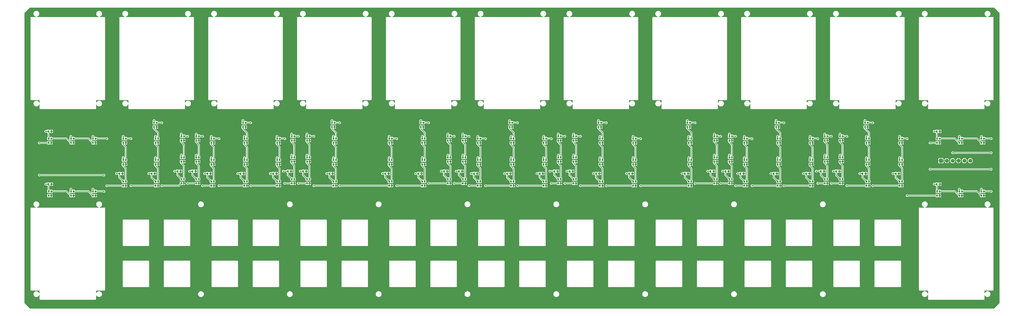
<source format=gtl>
G04 Layer: TopLayer*
G04 EasyEDA v6.5.34, 2023-08-24 10:08:58*
G04 37586862595d49128824a1d9db5d89c9,5a6b42c53f6a479593ecc07194224c93,10*
G04 Gerber Generator version 0.2*
G04 Scale: 100 percent, Rotated: No, Reflected: No *
G04 Dimensions in millimeters *
G04 leading zeros omitted , absolute positions ,4 integer and 5 decimal *
%FSLAX45Y45*%
%MOMM*%

%AMMACRO1*21,1,$1,$2,0,0,$3*%
%ADD10C,0.2540*%
%ADD11R,0.8000X0.9000*%
%ADD12R,0.7000X0.9000*%
%ADD13MACRO1,1.7X1.7X0.0000*%
%ADD14C,1.7000*%
%ADD15C,0.6096*%
%ADD16C,0.0178*%

%LPD*%
G36*
X2389276Y64008D02*
G01*
X2385517Y64719D01*
X2382316Y66802D01*
X2149957Y287528D01*
X2147620Y290880D01*
X2146808Y294894D01*
X2146808Y12850164D01*
X2147570Y12854025D01*
X2149805Y12857327D01*
X2382672Y13090194D01*
X2385974Y13092430D01*
X2389835Y13093192D01*
X44092164Y13093192D01*
X44096025Y13092430D01*
X44099327Y13090194D01*
X44332194Y12857327D01*
X44334430Y12854025D01*
X44335192Y12850164D01*
X44335192Y307035D01*
X44334430Y303174D01*
X44332194Y299872D01*
X44099327Y67005D01*
X44096025Y64769D01*
X44092164Y64008D01*
G37*

%LPC*%
G36*
X14362582Y8695182D02*
G01*
X16749013Y8695182D01*
X16755363Y8695944D01*
X16760799Y8697823D01*
X16765727Y8700922D01*
X16769791Y8704986D01*
X16772890Y8709914D01*
X16774769Y8715349D01*
X16775531Y8721699D01*
X16775531Y8881872D01*
X16776242Y8885732D01*
X16778427Y8888984D01*
X16781678Y8891219D01*
X16785488Y8892032D01*
X16789349Y8891371D01*
X16792651Y8889238D01*
X16794937Y8886037D01*
X16798340Y8878519D01*
X16806214Y8865514D01*
X16815562Y8853525D01*
X16826331Y8842806D01*
X16838269Y8833408D01*
X16851274Y8825534D01*
X16865142Y8819286D01*
X16879671Y8814765D01*
X16894606Y8812022D01*
X16909796Y8811107D01*
X16924985Y8812022D01*
X16939920Y8814765D01*
X16954449Y8819286D01*
X16968317Y8825534D01*
X16981322Y8833408D01*
X16993260Y8842806D01*
X17004030Y8853525D01*
X17013377Y8865514D01*
X17021251Y8878519D01*
X17027499Y8892387D01*
X17032020Y8906865D01*
X17034764Y8921851D01*
X17035678Y8936990D01*
X17034764Y8952179D01*
X17032020Y8967165D01*
X17027499Y8981643D01*
X17021251Y8995511D01*
X17013377Y9008516D01*
X17004030Y9020505D01*
X16993260Y9031224D01*
X16981322Y9040622D01*
X16968317Y9048496D01*
X16954449Y9054744D01*
X16939920Y9059265D01*
X16924985Y9062008D01*
X16909796Y9062923D01*
X16894606Y9062008D01*
X16879671Y9059265D01*
X16865142Y9054744D01*
X16851274Y9048496D01*
X16838269Y9040622D01*
X16826331Y9031224D01*
X16815562Y9020505D01*
X16806214Y9008516D01*
X16798340Y8995511D01*
X16794937Y8987993D01*
X16792651Y8984792D01*
X16789349Y8982659D01*
X16785488Y8981998D01*
X16781678Y8982811D01*
X16778427Y8985046D01*
X16776242Y8988298D01*
X16775531Y8992158D01*
X16775531Y9078722D01*
X16776293Y9082633D01*
X16778478Y9085935D01*
X16781780Y9088120D01*
X16785691Y9088882D01*
X17142714Y9088882D01*
X17149064Y9089644D01*
X17154499Y9091523D01*
X17159427Y9094622D01*
X17163491Y9098686D01*
X17166590Y9103614D01*
X17168469Y9109049D01*
X17169231Y9115399D01*
X17169231Y12657531D01*
X17168469Y12663881D01*
X17166590Y12669316D01*
X17163491Y12674244D01*
X17159427Y12678308D01*
X17154499Y12681407D01*
X17149064Y12683286D01*
X17142714Y12683998D01*
X16938548Y12683998D01*
X16934332Y12684912D01*
X16930928Y12687452D01*
X16928846Y12691160D01*
X16928439Y12695428D01*
X16929811Y12699441D01*
X16932757Y12702540D01*
X16936669Y12704165D01*
X16939920Y12704775D01*
X16954449Y12709296D01*
X16968317Y12715544D01*
X16981322Y12723418D01*
X16993260Y12732766D01*
X17004030Y12743535D01*
X17013377Y12755473D01*
X17021251Y12768478D01*
X17027499Y12782346D01*
X17032020Y12796875D01*
X17034764Y12811810D01*
X17035678Y12827000D01*
X17034764Y12842189D01*
X17032020Y12857124D01*
X17027499Y12871653D01*
X17021251Y12885521D01*
X17013377Y12898526D01*
X17004030Y12910464D01*
X16993260Y12921234D01*
X16981322Y12930581D01*
X16968317Y12938455D01*
X16954449Y12944703D01*
X16939920Y12949224D01*
X16924985Y12951968D01*
X16909796Y12952882D01*
X16894606Y12951968D01*
X16879671Y12949224D01*
X16865142Y12944703D01*
X16851274Y12938455D01*
X16838269Y12930581D01*
X16826331Y12921234D01*
X16815562Y12910464D01*
X16806214Y12898526D01*
X16798340Y12885521D01*
X16792092Y12871653D01*
X16787571Y12857124D01*
X16784828Y12842189D01*
X16783913Y12827000D01*
X16784828Y12811810D01*
X16787571Y12796875D01*
X16792092Y12782346D01*
X16798340Y12768478D01*
X16806214Y12755473D01*
X16815562Y12743535D01*
X16826331Y12732766D01*
X16838269Y12723418D01*
X16851274Y12715544D01*
X16865142Y12709296D01*
X16879671Y12704775D01*
X16882922Y12704165D01*
X16886834Y12702540D01*
X16889780Y12699441D01*
X16891152Y12695428D01*
X16890746Y12691160D01*
X16888663Y12687452D01*
X16885259Y12684912D01*
X16881043Y12683998D01*
X14223542Y12683998D01*
X14219326Y12684912D01*
X14215922Y12687452D01*
X14213840Y12691160D01*
X14213433Y12695428D01*
X14214805Y12699441D01*
X14217751Y12702540D01*
X14221663Y12704165D01*
X14224914Y12704775D01*
X14239443Y12709296D01*
X14253311Y12715544D01*
X14266316Y12723418D01*
X14278254Y12732766D01*
X14289024Y12743535D01*
X14298371Y12755473D01*
X14306245Y12768478D01*
X14312493Y12782346D01*
X14317014Y12796875D01*
X14319757Y12811810D01*
X14320672Y12827000D01*
X14319757Y12842189D01*
X14317014Y12857124D01*
X14312493Y12871653D01*
X14306245Y12885521D01*
X14298371Y12898526D01*
X14289024Y12910464D01*
X14278254Y12921234D01*
X14266316Y12930581D01*
X14253311Y12938455D01*
X14239443Y12944703D01*
X14224914Y12949224D01*
X14209979Y12951968D01*
X14194790Y12952882D01*
X14179600Y12951968D01*
X14164665Y12949224D01*
X14150136Y12944703D01*
X14136268Y12938455D01*
X14123263Y12930581D01*
X14111325Y12921234D01*
X14100556Y12910464D01*
X14091208Y12898526D01*
X14083334Y12885521D01*
X14077086Y12871653D01*
X14072565Y12857124D01*
X14069822Y12842189D01*
X14068907Y12827000D01*
X14069822Y12811810D01*
X14072565Y12796875D01*
X14077086Y12782346D01*
X14083334Y12768478D01*
X14091208Y12755473D01*
X14100556Y12743535D01*
X14111325Y12732766D01*
X14123263Y12723418D01*
X14136268Y12715544D01*
X14150136Y12709296D01*
X14164665Y12704775D01*
X14167916Y12704165D01*
X14171828Y12702540D01*
X14174774Y12699441D01*
X14176146Y12695428D01*
X14175740Y12691160D01*
X14173657Y12687452D01*
X14170253Y12684912D01*
X14166037Y12683998D01*
X13968882Y12683998D01*
X13962532Y12683286D01*
X13957096Y12681407D01*
X13952169Y12678308D01*
X13948105Y12674244D01*
X13945006Y12669316D01*
X13943126Y12663881D01*
X13942415Y12657531D01*
X13942415Y9115399D01*
X13943126Y9109049D01*
X13945006Y9103614D01*
X13948105Y9098686D01*
X13952169Y9094622D01*
X13957096Y9091523D01*
X13962532Y9089644D01*
X13968882Y9088882D01*
X14325955Y9088882D01*
X14329816Y9088120D01*
X14333118Y9085935D01*
X14335302Y9082633D01*
X14336115Y9078722D01*
X14336115Y8972702D01*
X14335251Y8968689D01*
X14332915Y8965336D01*
X14329460Y8963152D01*
X14325396Y8962542D01*
X14321434Y8963609D01*
X14318234Y8966098D01*
X14316252Y8969705D01*
X14312493Y8981643D01*
X14306245Y8995511D01*
X14298371Y9008516D01*
X14289024Y9020505D01*
X14278254Y9031224D01*
X14266316Y9040622D01*
X14253311Y9048496D01*
X14239443Y9054744D01*
X14224914Y9059265D01*
X14209979Y9062008D01*
X14194790Y9062923D01*
X14179600Y9062008D01*
X14164665Y9059265D01*
X14150136Y9054744D01*
X14136268Y9048496D01*
X14123263Y9040622D01*
X14111325Y9031224D01*
X14100556Y9020505D01*
X14091208Y9008516D01*
X14083334Y8995511D01*
X14077086Y8981643D01*
X14072565Y8967165D01*
X14069822Y8952179D01*
X14068907Y8936990D01*
X14069822Y8921851D01*
X14072565Y8906865D01*
X14077086Y8892387D01*
X14083334Y8878519D01*
X14091208Y8865514D01*
X14100556Y8853525D01*
X14111325Y8842806D01*
X14123263Y8833408D01*
X14136268Y8825534D01*
X14150136Y8819286D01*
X14164665Y8814765D01*
X14179600Y8812022D01*
X14194790Y8811107D01*
X14209979Y8812022D01*
X14224914Y8814765D01*
X14239443Y8819286D01*
X14253311Y8825534D01*
X14266316Y8833408D01*
X14278254Y8842806D01*
X14289024Y8853525D01*
X14298371Y8865514D01*
X14306245Y8878519D01*
X14312493Y8892387D01*
X14316252Y8904325D01*
X14318234Y8907932D01*
X14321434Y8910421D01*
X14325396Y8911488D01*
X14329460Y8910878D01*
X14332915Y8908694D01*
X14335251Y8905341D01*
X14336115Y8901328D01*
X14336115Y8721699D01*
X14336826Y8715349D01*
X14338706Y8709914D01*
X14341805Y8704986D01*
X14345869Y8700922D01*
X14350796Y8697823D01*
X14356232Y8695944D01*
G37*
G36*
X13628776Y559917D02*
G01*
X13643965Y560832D01*
X13658900Y563575D01*
X13673429Y568096D01*
X13687298Y574344D01*
X13700302Y582218D01*
X13712240Y591566D01*
X13723010Y602335D01*
X13732357Y614273D01*
X13740231Y627278D01*
X13746480Y641146D01*
X13751001Y655675D01*
X13753744Y670610D01*
X13754658Y685800D01*
X13753744Y700989D01*
X13751001Y715924D01*
X13746480Y730453D01*
X13740231Y744321D01*
X13732357Y757326D01*
X13723010Y769264D01*
X13712240Y780034D01*
X13700302Y789381D01*
X13687298Y797255D01*
X13673429Y803503D01*
X13658900Y808024D01*
X13643965Y810768D01*
X13628776Y811682D01*
X13613587Y810768D01*
X13598651Y808024D01*
X13584123Y803503D01*
X13570254Y797255D01*
X13557250Y789381D01*
X13545312Y780034D01*
X13534542Y769264D01*
X13525195Y757326D01*
X13517321Y744321D01*
X13511072Y730453D01*
X13506551Y715924D01*
X13503808Y700989D01*
X13502894Y685800D01*
X13503808Y670610D01*
X13506551Y655675D01*
X13511072Y641146D01*
X13517321Y627278D01*
X13525195Y614273D01*
X13534542Y602335D01*
X13545312Y591566D01*
X13557250Y582218D01*
X13570254Y574344D01*
X13584123Y568096D01*
X13598651Y563575D01*
X13613587Y560832D01*
G37*
G36*
X29001618Y559917D02*
G01*
X29016756Y560832D01*
X29031742Y563575D01*
X29046220Y568096D01*
X29060089Y574344D01*
X29073094Y582218D01*
X29085082Y591566D01*
X29095801Y602335D01*
X29105199Y614273D01*
X29113073Y627278D01*
X29119322Y641146D01*
X29123843Y655675D01*
X29126586Y670610D01*
X29127500Y685800D01*
X29126586Y700989D01*
X29123843Y715924D01*
X29119322Y730453D01*
X29113073Y744321D01*
X29105199Y757326D01*
X29095801Y769264D01*
X29085082Y780034D01*
X29073094Y789381D01*
X29060089Y797255D01*
X29046220Y803503D01*
X29031742Y808024D01*
X29016756Y810768D01*
X29001618Y811682D01*
X28986429Y810768D01*
X28971443Y808024D01*
X28956965Y803503D01*
X28943096Y797255D01*
X28930092Y789381D01*
X28918103Y780034D01*
X28907384Y769264D01*
X28897986Y757326D01*
X28890112Y744321D01*
X28883864Y730453D01*
X28879342Y715924D01*
X28876599Y700989D01*
X28875685Y685800D01*
X28876599Y670610D01*
X28879342Y655675D01*
X28883864Y641146D01*
X28890112Y627278D01*
X28897986Y614273D01*
X28907384Y602335D01*
X28918103Y591566D01*
X28930092Y582218D01*
X28943096Y574344D01*
X28956965Y568096D01*
X28971443Y563575D01*
X28986429Y560832D01*
G37*
G36*
X32844790Y559917D02*
G01*
X32859980Y560832D01*
X32874915Y563575D01*
X32889444Y568096D01*
X32903312Y574344D01*
X32916317Y582218D01*
X32928255Y591566D01*
X32939024Y602335D01*
X32948372Y614273D01*
X32956246Y627278D01*
X32962494Y641146D01*
X32967015Y655675D01*
X32969758Y670610D01*
X32970673Y685800D01*
X32969758Y700989D01*
X32967015Y715924D01*
X32962494Y730453D01*
X32956246Y744321D01*
X32948372Y757326D01*
X32939024Y769264D01*
X32928255Y780034D01*
X32916317Y789381D01*
X32903312Y797255D01*
X32889444Y803503D01*
X32874915Y808024D01*
X32859980Y810768D01*
X32844790Y811682D01*
X32829601Y810768D01*
X32814666Y808024D01*
X32800137Y803503D01*
X32786269Y797255D01*
X32773264Y789381D01*
X32761326Y780034D01*
X32750556Y769264D01*
X32741209Y757326D01*
X32733335Y744321D01*
X32727087Y730453D01*
X32722565Y715924D01*
X32719822Y700989D01*
X32718908Y685800D01*
X32719822Y670610D01*
X32722565Y655675D01*
X32727087Y641146D01*
X32733335Y627278D01*
X32741209Y614273D01*
X32750556Y602335D01*
X32761326Y591566D01*
X32773264Y582218D01*
X32786269Y574344D01*
X32800137Y568096D01*
X32814666Y563575D01*
X32829601Y560832D01*
G37*
G36*
X17471999Y559917D02*
G01*
X17487138Y560832D01*
X17502124Y563575D01*
X17516602Y568096D01*
X17530470Y574344D01*
X17543475Y582218D01*
X17555464Y591566D01*
X17566182Y602335D01*
X17575580Y614273D01*
X17583454Y627278D01*
X17589703Y641146D01*
X17594224Y655675D01*
X17596967Y670610D01*
X17597882Y685800D01*
X17596967Y700989D01*
X17594224Y715924D01*
X17589703Y730453D01*
X17583454Y744321D01*
X17575580Y757326D01*
X17566182Y769264D01*
X17555464Y780034D01*
X17543475Y789381D01*
X17530470Y797255D01*
X17516602Y803503D01*
X17502124Y808024D01*
X17487138Y810768D01*
X17471999Y811682D01*
X17456810Y810768D01*
X17441824Y808024D01*
X17427346Y803503D01*
X17413478Y797255D01*
X17400473Y789381D01*
X17388484Y780034D01*
X17377765Y769264D01*
X17368367Y757326D01*
X17360493Y744321D01*
X17354245Y730453D01*
X17349724Y715924D01*
X17346980Y700989D01*
X17346066Y685800D01*
X17346980Y670610D01*
X17349724Y655675D01*
X17354245Y641146D01*
X17360493Y627278D01*
X17368367Y614273D01*
X17377765Y602335D01*
X17388484Y591566D01*
X17400473Y582218D01*
X17413478Y574344D01*
X17427346Y568096D01*
X17441824Y563575D01*
X17456810Y560832D01*
G37*
G36*
X9785604Y559917D02*
G01*
X9800742Y560832D01*
X9815728Y563575D01*
X9830206Y568096D01*
X9844074Y574344D01*
X9857079Y582218D01*
X9869068Y591566D01*
X9879787Y602335D01*
X9889185Y614273D01*
X9897059Y627278D01*
X9903307Y641146D01*
X9907828Y655675D01*
X9910572Y670610D01*
X9911486Y685800D01*
X9910572Y700989D01*
X9907828Y715924D01*
X9903307Y730453D01*
X9897059Y744321D01*
X9889185Y757326D01*
X9879787Y769264D01*
X9869068Y780034D01*
X9857079Y789381D01*
X9844074Y797255D01*
X9830206Y803503D01*
X9815728Y808024D01*
X9800742Y810768D01*
X9785604Y811682D01*
X9770414Y810768D01*
X9755428Y808024D01*
X9740950Y803503D01*
X9727082Y797255D01*
X9714077Y789381D01*
X9702088Y780034D01*
X9691370Y769264D01*
X9681972Y757326D01*
X9674098Y744321D01*
X9667849Y730453D01*
X9663328Y715924D01*
X9660585Y700989D01*
X9659670Y685800D01*
X9660585Y670610D01*
X9663328Y655675D01*
X9667849Y641146D01*
X9674098Y627278D01*
X9681972Y614273D01*
X9691370Y602335D01*
X9702088Y591566D01*
X9714077Y582218D01*
X9727082Y574344D01*
X9740950Y568096D01*
X9755428Y563575D01*
X9770414Y560832D01*
G37*
G36*
X25158395Y559917D02*
G01*
X25173584Y560832D01*
X25188519Y563575D01*
X25203048Y568096D01*
X25216916Y574344D01*
X25229921Y582218D01*
X25241859Y591566D01*
X25252629Y602335D01*
X25261976Y614273D01*
X25269850Y627278D01*
X25276098Y641146D01*
X25280620Y655675D01*
X25283363Y670610D01*
X25284277Y685800D01*
X25283363Y700989D01*
X25280620Y715924D01*
X25276098Y730453D01*
X25269850Y744321D01*
X25261976Y757326D01*
X25252629Y769264D01*
X25241859Y780034D01*
X25229921Y789381D01*
X25216916Y797255D01*
X25203048Y803503D01*
X25188519Y808024D01*
X25173584Y810768D01*
X25158395Y811682D01*
X25143206Y810768D01*
X25128270Y808024D01*
X25113742Y803503D01*
X25099873Y797255D01*
X25086868Y789381D01*
X25074930Y780034D01*
X25064161Y769264D01*
X25054814Y757326D01*
X25046940Y744321D01*
X25040691Y730453D01*
X25036170Y715924D01*
X25033427Y700989D01*
X25032512Y685800D01*
X25033427Y670610D01*
X25036170Y655675D01*
X25040691Y641146D01*
X25046940Y627278D01*
X25054814Y614273D01*
X25064161Y602335D01*
X25074930Y591566D01*
X25086868Y582218D01*
X25099873Y574344D01*
X25113742Y568096D01*
X25128270Y563575D01*
X25143206Y560832D01*
G37*
G36*
X36688014Y559917D02*
G01*
X36703152Y560832D01*
X36718138Y563575D01*
X36732616Y568096D01*
X36746484Y574344D01*
X36759489Y582218D01*
X36771478Y591566D01*
X36782197Y602335D01*
X36791595Y614273D01*
X36799469Y627278D01*
X36805717Y641146D01*
X36810238Y655675D01*
X36812982Y670610D01*
X36813896Y685800D01*
X36812982Y700989D01*
X36810238Y715924D01*
X36805717Y730453D01*
X36799469Y744321D01*
X36791595Y757326D01*
X36782197Y769264D01*
X36771478Y780034D01*
X36759489Y789381D01*
X36746484Y797255D01*
X36732616Y803503D01*
X36718138Y808024D01*
X36703152Y810768D01*
X36688014Y811682D01*
X36672824Y810768D01*
X36657838Y808024D01*
X36643360Y803503D01*
X36629492Y797255D01*
X36616487Y789381D01*
X36604498Y780034D01*
X36593780Y769264D01*
X36584382Y757326D01*
X36576508Y744321D01*
X36570259Y730453D01*
X36565738Y715924D01*
X36562995Y700989D01*
X36562080Y685800D01*
X36562995Y670610D01*
X36565738Y655675D01*
X36570259Y641146D01*
X36576508Y627278D01*
X36584382Y614273D01*
X36593780Y602335D01*
X36604498Y591566D01*
X36616487Y582218D01*
X36629492Y574344D01*
X36643360Y568096D01*
X36657838Y563575D01*
X36672824Y560832D01*
G37*
G36*
X21315172Y559917D02*
G01*
X21330361Y560832D01*
X21345296Y563575D01*
X21359825Y568096D01*
X21373693Y574344D01*
X21386698Y582218D01*
X21398636Y591566D01*
X21409406Y602335D01*
X21418753Y614273D01*
X21426627Y627278D01*
X21432875Y641146D01*
X21437396Y655675D01*
X21440140Y670610D01*
X21441054Y685800D01*
X21440140Y700989D01*
X21437396Y715924D01*
X21432875Y730453D01*
X21426627Y744321D01*
X21418753Y757326D01*
X21409406Y769264D01*
X21398636Y780034D01*
X21386698Y789381D01*
X21373693Y797255D01*
X21359825Y803503D01*
X21345296Y808024D01*
X21330361Y810768D01*
X21315172Y811682D01*
X21299982Y810768D01*
X21285047Y808024D01*
X21270518Y803503D01*
X21256650Y797255D01*
X21243645Y789381D01*
X21231707Y780034D01*
X21220938Y769264D01*
X21211590Y757326D01*
X21203716Y744321D01*
X21197468Y730453D01*
X21192947Y715924D01*
X21190204Y700989D01*
X21189289Y685800D01*
X21190204Y670610D01*
X21192947Y655675D01*
X21197468Y641146D01*
X21203716Y627278D01*
X21211590Y614273D01*
X21220938Y602335D01*
X21231707Y591566D01*
X21243645Y582218D01*
X21256650Y574344D01*
X21270518Y568096D01*
X21285047Y563575D01*
X21299982Y560832D01*
G37*
G36*
X21799600Y990092D02*
G01*
X22890632Y990092D01*
X22896982Y990803D01*
X22902418Y992733D01*
X22907345Y995781D01*
X22911409Y999896D01*
X22914508Y1004773D01*
X22916388Y1010259D01*
X22917150Y1016558D01*
X22917150Y2107641D01*
X22916388Y2113940D01*
X22914508Y2119426D01*
X22911409Y2124303D01*
X22907345Y2128418D01*
X22902418Y2131466D01*
X22896982Y2133396D01*
X22890632Y2134108D01*
X21799600Y2134108D01*
X21793250Y2133396D01*
X21787815Y2131466D01*
X21782887Y2128418D01*
X21778823Y2124303D01*
X21775724Y2119426D01*
X21773845Y2113940D01*
X21773134Y2107641D01*
X21773134Y1016558D01*
X21773845Y1010259D01*
X21775724Y1004773D01*
X21778823Y999896D01*
X21782887Y995781D01*
X21787815Y992733D01*
X21793250Y990803D01*
G37*
G36*
X25642773Y990092D02*
G01*
X26733855Y990092D01*
X26740154Y990803D01*
X26745641Y992733D01*
X26750518Y995781D01*
X26754632Y999896D01*
X26757680Y1004773D01*
X26759611Y1010259D01*
X26760322Y1016558D01*
X26760322Y2107641D01*
X26759611Y2113940D01*
X26757680Y2119426D01*
X26754632Y2124303D01*
X26750518Y2128418D01*
X26745641Y2131466D01*
X26740154Y2133396D01*
X26733855Y2134108D01*
X25642773Y2134108D01*
X25636474Y2133396D01*
X25630987Y2131466D01*
X25626110Y2128418D01*
X25621996Y2124303D01*
X25618948Y2119426D01*
X25617017Y2113940D01*
X25616306Y2107641D01*
X25616306Y1016558D01*
X25617017Y1010259D01*
X25618948Y1004773D01*
X25621996Y999896D01*
X25626110Y995781D01*
X25630987Y992733D01*
X25636474Y990803D01*
G37*
G36*
X17956377Y990092D02*
G01*
X19047409Y990092D01*
X19053759Y990803D01*
X19059194Y992733D01*
X19064122Y995781D01*
X19068186Y999896D01*
X19071285Y1004773D01*
X19073164Y1010259D01*
X19073926Y1016558D01*
X19073926Y2107641D01*
X19073164Y2113940D01*
X19071285Y2119426D01*
X19068186Y2124303D01*
X19064122Y2128418D01*
X19059194Y2131466D01*
X19053759Y2133396D01*
X19047409Y2134108D01*
X17956377Y2134108D01*
X17950027Y2133396D01*
X17944592Y2131466D01*
X17939664Y2128418D01*
X17935600Y2124303D01*
X17932501Y2119426D01*
X17930622Y2113940D01*
X17929910Y2107641D01*
X17929910Y1016558D01*
X17930622Y1010259D01*
X17932501Y1004773D01*
X17935600Y999896D01*
X17939664Y995781D01*
X17944592Y992733D01*
X17950027Y990803D01*
G37*
G36*
X23578667Y990092D02*
G01*
X24669699Y990092D01*
X24676049Y990803D01*
X24681484Y992733D01*
X24686412Y995781D01*
X24690476Y999896D01*
X24693575Y1004773D01*
X24695454Y1010259D01*
X24696216Y1016558D01*
X24696216Y2107641D01*
X24695454Y2113940D01*
X24693575Y2119426D01*
X24690476Y2124303D01*
X24686412Y2128418D01*
X24681484Y2131466D01*
X24676049Y2133396D01*
X24669699Y2134108D01*
X23578667Y2134108D01*
X23572317Y2133396D01*
X23566882Y2131466D01*
X23561954Y2128418D01*
X23557890Y2124303D01*
X23554791Y2119426D01*
X23552912Y2113940D01*
X23552200Y2107641D01*
X23552200Y1016558D01*
X23552912Y1010259D01*
X23554791Y1004773D01*
X23557890Y999896D01*
X23561954Y995781D01*
X23566882Y992733D01*
X23572317Y990803D01*
G37*
G36*
X19735444Y990092D02*
G01*
X20826526Y990092D01*
X20832826Y990803D01*
X20838312Y992733D01*
X20843189Y995781D01*
X20847304Y999896D01*
X20850352Y1004773D01*
X20852282Y1010259D01*
X20852993Y1016558D01*
X20852993Y2107641D01*
X20852282Y2113940D01*
X20850352Y2119426D01*
X20847304Y2124303D01*
X20843189Y2128418D01*
X20838312Y2131466D01*
X20832826Y2133396D01*
X20826526Y2134108D01*
X19735444Y2134108D01*
X19729145Y2133396D01*
X19723658Y2131466D01*
X19718782Y2128418D01*
X19714667Y2124303D01*
X19711619Y2119426D01*
X19709688Y2113940D01*
X19708977Y2107641D01*
X19708977Y1016558D01*
X19709688Y1010259D01*
X19711619Y1004773D01*
X19714667Y999896D01*
X19718782Y995781D01*
X19723658Y992733D01*
X19729145Y990803D01*
G37*
G36*
X27421890Y990092D02*
G01*
X28512922Y990092D01*
X28519272Y990803D01*
X28524708Y992733D01*
X28529635Y995781D01*
X28533699Y999896D01*
X28536798Y1004773D01*
X28538677Y1010259D01*
X28539439Y1016558D01*
X28539439Y2107641D01*
X28538677Y2113940D01*
X28536798Y2119426D01*
X28533699Y2124303D01*
X28529635Y2128418D01*
X28524708Y2131466D01*
X28519272Y2133396D01*
X28512922Y2134108D01*
X27421890Y2134108D01*
X27415540Y2133396D01*
X27410105Y2131466D01*
X27405177Y2128418D01*
X27401113Y2124303D01*
X27398014Y2119426D01*
X27396135Y2113940D01*
X27395424Y2107641D01*
X27395424Y1016558D01*
X27396135Y1010259D01*
X27398014Y1004773D01*
X27401113Y999896D01*
X27405177Y995781D01*
X27410105Y992733D01*
X27415540Y990803D01*
G37*
G36*
X14113154Y990092D02*
G01*
X15204236Y990092D01*
X15210536Y990803D01*
X15216022Y992733D01*
X15220899Y995781D01*
X15225013Y999896D01*
X15228062Y1004773D01*
X15229992Y1010259D01*
X15230703Y1016558D01*
X15230703Y2107641D01*
X15229992Y2113940D01*
X15228062Y2119426D01*
X15225013Y2124303D01*
X15220899Y2128418D01*
X15216022Y2131466D01*
X15210536Y2133396D01*
X15204236Y2134108D01*
X14113154Y2134108D01*
X14106855Y2133396D01*
X14101368Y2131466D01*
X14096492Y2128418D01*
X14092377Y2124303D01*
X14089329Y2119426D01*
X14087398Y2113940D01*
X14086687Y2107641D01*
X14086687Y1016558D01*
X14087398Y1010259D01*
X14089329Y1004773D01*
X14092377Y999896D01*
X14096492Y995781D01*
X14101368Y992733D01*
X14106855Y990803D01*
G37*
G36*
X29485996Y990092D02*
G01*
X30577027Y990092D01*
X30583377Y990803D01*
X30588813Y992733D01*
X30593741Y995781D01*
X30597805Y999896D01*
X30600903Y1004773D01*
X30602783Y1010259D01*
X30603545Y1016558D01*
X30603545Y2107641D01*
X30602783Y2113940D01*
X30600903Y2119426D01*
X30597805Y2124303D01*
X30593741Y2128418D01*
X30588813Y2131466D01*
X30583377Y2133396D01*
X30577027Y2134108D01*
X29485996Y2134108D01*
X29479646Y2133396D01*
X29474210Y2131466D01*
X29469283Y2128418D01*
X29465219Y2124303D01*
X29462120Y2119426D01*
X29460240Y2113940D01*
X29459529Y2107641D01*
X29459529Y1016558D01*
X29460240Y1010259D01*
X29462120Y1004773D01*
X29465219Y999896D01*
X29469283Y995781D01*
X29474210Y992733D01*
X29479646Y990803D01*
G37*
G36*
X10269982Y990092D02*
G01*
X11361013Y990092D01*
X11367363Y990803D01*
X11372799Y992733D01*
X11377726Y995781D01*
X11381790Y999896D01*
X11384889Y1004773D01*
X11386769Y1010259D01*
X11387531Y1016558D01*
X11387531Y2107641D01*
X11386769Y2113940D01*
X11384889Y2119426D01*
X11381790Y2124303D01*
X11377726Y2128418D01*
X11372799Y2131466D01*
X11367363Y2133396D01*
X11361013Y2134108D01*
X10269982Y2134108D01*
X10263632Y2133396D01*
X10258196Y2131466D01*
X10253268Y2128418D01*
X10249204Y2124303D01*
X10246106Y2119426D01*
X10244226Y2113940D01*
X10243515Y2107641D01*
X10243515Y1016558D01*
X10244226Y1010259D01*
X10246106Y1004773D01*
X10249204Y999896D01*
X10253268Y995781D01*
X10258196Y992733D01*
X10263632Y990803D01*
G37*
G36*
X12049048Y990092D02*
G01*
X13140131Y990092D01*
X13146430Y990803D01*
X13151916Y992733D01*
X13156793Y995781D01*
X13160908Y999896D01*
X13163956Y1004773D01*
X13165886Y1010259D01*
X13166598Y1016558D01*
X13166598Y2107641D01*
X13165886Y2113940D01*
X13163956Y2119426D01*
X13160908Y2124303D01*
X13156793Y2128418D01*
X13151916Y2131466D01*
X13146430Y2133396D01*
X13140131Y2134108D01*
X12049048Y2134108D01*
X12042749Y2133396D01*
X12037263Y2131466D01*
X12032386Y2128418D01*
X12028271Y2124303D01*
X12025223Y2119426D01*
X12023293Y2113940D01*
X12022582Y2107641D01*
X12022582Y1016558D01*
X12023293Y1010259D01*
X12025223Y1004773D01*
X12028271Y999896D01*
X12032386Y995781D01*
X12037263Y992733D01*
X12042749Y990803D01*
G37*
G36*
X35108286Y990092D02*
G01*
X36199318Y990092D01*
X36205668Y990803D01*
X36211103Y992733D01*
X36216031Y995781D01*
X36220095Y999896D01*
X36223194Y1004773D01*
X36225073Y1010259D01*
X36225835Y1016558D01*
X36225835Y2107641D01*
X36225073Y2113940D01*
X36223194Y2119426D01*
X36220095Y2124303D01*
X36216031Y2128418D01*
X36211103Y2131466D01*
X36205668Y2133396D01*
X36199318Y2134108D01*
X35108286Y2134108D01*
X35101936Y2133396D01*
X35096500Y2131466D01*
X35091573Y2128418D01*
X35087509Y2124303D01*
X35084410Y2119426D01*
X35082530Y2113940D01*
X35081819Y2107641D01*
X35081819Y1016558D01*
X35082530Y1010259D01*
X35084410Y1004773D01*
X35087509Y999896D01*
X35091573Y995781D01*
X35096500Y992733D01*
X35101936Y990803D01*
G37*
G36*
X6426758Y990092D02*
G01*
X7517841Y990092D01*
X7524140Y990803D01*
X7529626Y992733D01*
X7534503Y995781D01*
X7538618Y999896D01*
X7541666Y1004773D01*
X7543596Y1010259D01*
X7544308Y1016558D01*
X7544308Y2107641D01*
X7543596Y2113940D01*
X7541666Y2119426D01*
X7538618Y2124303D01*
X7534503Y2128418D01*
X7529626Y2131466D01*
X7524140Y2133396D01*
X7517841Y2134108D01*
X6426758Y2134108D01*
X6420459Y2133396D01*
X6414973Y2131466D01*
X6410096Y2128418D01*
X6405981Y2124303D01*
X6402933Y2119426D01*
X6401003Y2113940D01*
X6400292Y2107641D01*
X6400292Y1016558D01*
X6401003Y1010259D01*
X6402933Y1004773D01*
X6405981Y999896D01*
X6410096Y995781D01*
X6414973Y992733D01*
X6420459Y990803D01*
G37*
G36*
X8205876Y990092D02*
G01*
X9296908Y990092D01*
X9303258Y990803D01*
X9308693Y992733D01*
X9313621Y995781D01*
X9317685Y999896D01*
X9320784Y1004773D01*
X9322663Y1010259D01*
X9323425Y1016558D01*
X9323425Y2107641D01*
X9322663Y2113940D01*
X9320784Y2119426D01*
X9317685Y2124303D01*
X9313621Y2128418D01*
X9308693Y2131466D01*
X9303258Y2133396D01*
X9296908Y2134108D01*
X8205876Y2134108D01*
X8199526Y2133396D01*
X8194090Y2131466D01*
X8189163Y2128418D01*
X8185099Y2124303D01*
X8182000Y2119426D01*
X8180120Y2113940D01*
X8179409Y2107641D01*
X8179409Y1016558D01*
X8180120Y1010259D01*
X8182000Y1004773D01*
X8185099Y999896D01*
X8189163Y995781D01*
X8194090Y992733D01*
X8199526Y990803D01*
G37*
G36*
X31265063Y990092D02*
G01*
X32356145Y990092D01*
X32362444Y990803D01*
X32367931Y992733D01*
X32372808Y995781D01*
X32376922Y999896D01*
X32379970Y1004773D01*
X32381901Y1010259D01*
X32382612Y1016558D01*
X32382612Y2107641D01*
X32381901Y2113940D01*
X32379970Y2119426D01*
X32376922Y2124303D01*
X32372808Y2128418D01*
X32367931Y2131466D01*
X32362444Y2133396D01*
X32356145Y2134108D01*
X31265063Y2134108D01*
X31258764Y2133396D01*
X31253277Y2131466D01*
X31248400Y2128418D01*
X31244286Y2124303D01*
X31241238Y2119426D01*
X31239307Y2113940D01*
X31238596Y2107641D01*
X31238596Y1016558D01*
X31239307Y1010259D01*
X31241238Y1004773D01*
X31244286Y999896D01*
X31248400Y995781D01*
X31253277Y992733D01*
X31258764Y990803D01*
G37*
G36*
X38951458Y990092D02*
G01*
X40042541Y990092D01*
X40048840Y990803D01*
X40054326Y992733D01*
X40059203Y995781D01*
X40063318Y999896D01*
X40066366Y1004773D01*
X40068296Y1010259D01*
X40069008Y1016558D01*
X40069008Y2107641D01*
X40068296Y2113940D01*
X40066366Y2119426D01*
X40063318Y2124303D01*
X40059203Y2128418D01*
X40054326Y2131466D01*
X40048840Y2133396D01*
X40042541Y2134108D01*
X38951458Y2134108D01*
X38945159Y2133396D01*
X38939673Y2131466D01*
X38934796Y2128418D01*
X38930681Y2124303D01*
X38927633Y2119426D01*
X38925703Y2113940D01*
X38924992Y2107641D01*
X38924992Y1016558D01*
X38925703Y1010259D01*
X38927633Y1004773D01*
X38930681Y999896D01*
X38934796Y995781D01*
X38939673Y992733D01*
X38945159Y990803D01*
G37*
G36*
X15892272Y990092D02*
G01*
X16983303Y990092D01*
X16989653Y990803D01*
X16995089Y992733D01*
X17000016Y995781D01*
X17004080Y999896D01*
X17007179Y1004773D01*
X17009059Y1010259D01*
X17009821Y1016558D01*
X17009821Y2107641D01*
X17009059Y2113940D01*
X17007179Y2119426D01*
X17004080Y2124303D01*
X17000016Y2128418D01*
X16995089Y2131466D01*
X16989653Y2133396D01*
X16983303Y2134108D01*
X15892272Y2134108D01*
X15885922Y2133396D01*
X15880486Y2131466D01*
X15875558Y2128418D01*
X15871494Y2124303D01*
X15868396Y2119426D01*
X15866516Y2113940D01*
X15865805Y2107641D01*
X15865805Y1016558D01*
X15866516Y1010259D01*
X15868396Y1004773D01*
X15871494Y999896D01*
X15875558Y995781D01*
X15880486Y992733D01*
X15885922Y990803D01*
G37*
G36*
X37172392Y990092D02*
G01*
X38263423Y990092D01*
X38269773Y990803D01*
X38275209Y992733D01*
X38280136Y995781D01*
X38284200Y999896D01*
X38287299Y1004773D01*
X38289179Y1010259D01*
X38289941Y1016558D01*
X38289941Y2107641D01*
X38289179Y2113940D01*
X38287299Y2119426D01*
X38284200Y2124303D01*
X38280136Y2128418D01*
X38275209Y2131466D01*
X38269773Y2133396D01*
X38263423Y2134108D01*
X37172392Y2134108D01*
X37166042Y2133396D01*
X37160606Y2131466D01*
X37155678Y2128418D01*
X37151614Y2124303D01*
X37148516Y2119426D01*
X37146636Y2113940D01*
X37145925Y2107641D01*
X37145925Y1016558D01*
X37146636Y1010259D01*
X37148516Y1004773D01*
X37151614Y999896D01*
X37155678Y995781D01*
X37160606Y992733D01*
X37166042Y990803D01*
G37*
G36*
X33329168Y990092D02*
G01*
X34420251Y990092D01*
X34426550Y990803D01*
X34432036Y992733D01*
X34436913Y995781D01*
X34441028Y999896D01*
X34444076Y1004773D01*
X34446006Y1010259D01*
X34446718Y1016558D01*
X34446718Y2107641D01*
X34446006Y2113940D01*
X34444076Y2119426D01*
X34441028Y2124303D01*
X34436913Y2128418D01*
X34432036Y2131466D01*
X34426550Y2133396D01*
X34420251Y2134108D01*
X33329168Y2134108D01*
X33322869Y2133396D01*
X33317383Y2131466D01*
X33312506Y2128418D01*
X33308391Y2124303D01*
X33305343Y2119426D01*
X33303413Y2113940D01*
X33302702Y2107641D01*
X33302702Y1016558D01*
X33303413Y1010259D01*
X33305343Y1004773D01*
X33308391Y999896D01*
X33312506Y995781D01*
X33317383Y992733D01*
X33322869Y990803D01*
G37*
G36*
X25642773Y2768092D02*
G01*
X26733855Y2768092D01*
X26740154Y2768803D01*
X26745641Y2770733D01*
X26750518Y2773781D01*
X26754632Y2777896D01*
X26757680Y2782773D01*
X26759611Y2788259D01*
X26760322Y2794558D01*
X26760322Y3885641D01*
X26759611Y3891940D01*
X26757680Y3897426D01*
X26754632Y3902303D01*
X26750518Y3906418D01*
X26745641Y3909466D01*
X26740154Y3911396D01*
X26733855Y3912108D01*
X25642773Y3912108D01*
X25636474Y3911396D01*
X25630987Y3909466D01*
X25626110Y3906418D01*
X25621996Y3902303D01*
X25618948Y3897426D01*
X25617017Y3891940D01*
X25616306Y3885641D01*
X25616306Y2794558D01*
X25617017Y2788259D01*
X25618948Y2782773D01*
X25621996Y2777896D01*
X25626110Y2773781D01*
X25630987Y2770733D01*
X25636474Y2768803D01*
G37*
G36*
X19735444Y2768092D02*
G01*
X20826526Y2768092D01*
X20832826Y2768803D01*
X20838312Y2770733D01*
X20843189Y2773781D01*
X20847304Y2777896D01*
X20850352Y2782773D01*
X20852282Y2788259D01*
X20852993Y2794558D01*
X20852993Y3885641D01*
X20852282Y3891940D01*
X20850352Y3897426D01*
X20847304Y3902303D01*
X20843189Y3906418D01*
X20838312Y3909466D01*
X20832826Y3911396D01*
X20826526Y3912108D01*
X19735444Y3912108D01*
X19729145Y3911396D01*
X19723658Y3909466D01*
X19718782Y3906418D01*
X19714667Y3902303D01*
X19711619Y3897426D01*
X19709688Y3891940D01*
X19708977Y3885641D01*
X19708977Y2794558D01*
X19709688Y2788259D01*
X19711619Y2782773D01*
X19714667Y2777896D01*
X19718782Y2773781D01*
X19723658Y2770733D01*
X19729145Y2768803D01*
G37*
G36*
X21799600Y2768092D02*
G01*
X22890632Y2768092D01*
X22896982Y2768803D01*
X22902418Y2770733D01*
X22907345Y2773781D01*
X22911409Y2777896D01*
X22914508Y2782773D01*
X22916388Y2788259D01*
X22917150Y2794558D01*
X22917150Y3885641D01*
X22916388Y3891940D01*
X22914508Y3897426D01*
X22911409Y3902303D01*
X22907345Y3906418D01*
X22902418Y3909466D01*
X22896982Y3911396D01*
X22890632Y3912108D01*
X21799600Y3912108D01*
X21793250Y3911396D01*
X21787815Y3909466D01*
X21782887Y3906418D01*
X21778823Y3902303D01*
X21775724Y3897426D01*
X21773845Y3891940D01*
X21773134Y3885641D01*
X21773134Y2794558D01*
X21773845Y2788259D01*
X21775724Y2782773D01*
X21778823Y2777896D01*
X21782887Y2773781D01*
X21787815Y2770733D01*
X21793250Y2768803D01*
G37*
G36*
X17956377Y2768092D02*
G01*
X19047409Y2768092D01*
X19053759Y2768803D01*
X19059194Y2770733D01*
X19064122Y2773781D01*
X19068186Y2777896D01*
X19071285Y2782773D01*
X19073164Y2788259D01*
X19073926Y2794558D01*
X19073926Y3885641D01*
X19073164Y3891940D01*
X19071285Y3897426D01*
X19068186Y3902303D01*
X19064122Y3906418D01*
X19059194Y3909466D01*
X19053759Y3911396D01*
X19047409Y3912108D01*
X17956377Y3912108D01*
X17950027Y3911396D01*
X17944592Y3909466D01*
X17939664Y3906418D01*
X17935600Y3902303D01*
X17932501Y3897426D01*
X17930622Y3891940D01*
X17929910Y3885641D01*
X17929910Y2794558D01*
X17930622Y2788259D01*
X17932501Y2782773D01*
X17935600Y2777896D01*
X17939664Y2773781D01*
X17944592Y2770733D01*
X17950027Y2768803D01*
G37*
G36*
X14113154Y2768092D02*
G01*
X15204236Y2768092D01*
X15210536Y2768803D01*
X15216022Y2770733D01*
X15220899Y2773781D01*
X15225013Y2777896D01*
X15228062Y2782773D01*
X15229992Y2788259D01*
X15230703Y2794558D01*
X15230703Y3885641D01*
X15229992Y3891940D01*
X15228062Y3897426D01*
X15225013Y3902303D01*
X15220899Y3906418D01*
X15216022Y3909466D01*
X15210536Y3911396D01*
X15204236Y3912108D01*
X14113154Y3912108D01*
X14106855Y3911396D01*
X14101368Y3909466D01*
X14096492Y3906418D01*
X14092377Y3902303D01*
X14089329Y3897426D01*
X14087398Y3891940D01*
X14086687Y3885641D01*
X14086687Y2794558D01*
X14087398Y2788259D01*
X14089329Y2782773D01*
X14092377Y2777896D01*
X14096492Y2773781D01*
X14101368Y2770733D01*
X14106855Y2768803D01*
G37*
G36*
X29485996Y2768092D02*
G01*
X30577027Y2768092D01*
X30583377Y2768803D01*
X30588813Y2770733D01*
X30593741Y2773781D01*
X30597805Y2777896D01*
X30600903Y2782773D01*
X30602783Y2788259D01*
X30603545Y2794558D01*
X30603545Y3885641D01*
X30602783Y3891940D01*
X30600903Y3897426D01*
X30597805Y3902303D01*
X30593741Y3906418D01*
X30588813Y3909466D01*
X30583377Y3911396D01*
X30577027Y3912108D01*
X29485996Y3912108D01*
X29479646Y3911396D01*
X29474210Y3909466D01*
X29469283Y3906418D01*
X29465219Y3902303D01*
X29462120Y3897426D01*
X29460240Y3891940D01*
X29459529Y3885641D01*
X29459529Y2794558D01*
X29460240Y2788259D01*
X29462120Y2782773D01*
X29465219Y2777896D01*
X29469283Y2773781D01*
X29474210Y2770733D01*
X29479646Y2768803D01*
G37*
G36*
X33329168Y2768092D02*
G01*
X34420251Y2768092D01*
X34426550Y2768803D01*
X34432036Y2770733D01*
X34436913Y2773781D01*
X34441028Y2777896D01*
X34444076Y2782773D01*
X34446006Y2788259D01*
X34446718Y2794558D01*
X34446718Y3885641D01*
X34446006Y3891940D01*
X34444076Y3897426D01*
X34441028Y3902303D01*
X34436913Y3906418D01*
X34432036Y3909466D01*
X34426550Y3911396D01*
X34420251Y3912108D01*
X33329168Y3912108D01*
X33322869Y3911396D01*
X33317383Y3909466D01*
X33312506Y3906418D01*
X33308391Y3902303D01*
X33305343Y3897426D01*
X33303413Y3891940D01*
X33302702Y3885641D01*
X33302702Y2794558D01*
X33303413Y2788259D01*
X33305343Y2782773D01*
X33308391Y2777896D01*
X33312506Y2773781D01*
X33317383Y2770733D01*
X33322869Y2768803D01*
G37*
G36*
X10269982Y2768092D02*
G01*
X11361013Y2768092D01*
X11367363Y2768803D01*
X11372799Y2770733D01*
X11377726Y2773781D01*
X11381790Y2777896D01*
X11384889Y2782773D01*
X11386769Y2788259D01*
X11387531Y2794558D01*
X11387531Y3885641D01*
X11386769Y3891940D01*
X11384889Y3897426D01*
X11381790Y3902303D01*
X11377726Y3906418D01*
X11372799Y3909466D01*
X11367363Y3911396D01*
X11361013Y3912108D01*
X10269982Y3912108D01*
X10263632Y3911396D01*
X10258196Y3909466D01*
X10253268Y3906418D01*
X10249204Y3902303D01*
X10246106Y3897426D01*
X10244226Y3891940D01*
X10243515Y3885641D01*
X10243515Y2794558D01*
X10244226Y2788259D01*
X10246106Y2782773D01*
X10249204Y2777896D01*
X10253268Y2773781D01*
X10258196Y2770733D01*
X10263632Y2768803D01*
G37*
G36*
X37172392Y2768092D02*
G01*
X38263423Y2768092D01*
X38269773Y2768803D01*
X38275209Y2770733D01*
X38280136Y2773781D01*
X38284200Y2777896D01*
X38287299Y2782773D01*
X38289179Y2788259D01*
X38289941Y2794558D01*
X38289941Y3885641D01*
X38289179Y3891940D01*
X38287299Y3897426D01*
X38284200Y3902303D01*
X38280136Y3906418D01*
X38275209Y3909466D01*
X38269773Y3911396D01*
X38263423Y3912108D01*
X37172392Y3912108D01*
X37166042Y3911396D01*
X37160606Y3909466D01*
X37155678Y3906418D01*
X37151614Y3902303D01*
X37148516Y3897426D01*
X37146636Y3891940D01*
X37145925Y3885641D01*
X37145925Y2794558D01*
X37146636Y2788259D01*
X37148516Y2782773D01*
X37151614Y2777896D01*
X37155678Y2773781D01*
X37160606Y2770733D01*
X37166042Y2768803D01*
G37*
G36*
X8205876Y2768092D02*
G01*
X9296908Y2768092D01*
X9303258Y2768803D01*
X9308693Y2770733D01*
X9313621Y2773781D01*
X9317685Y2777896D01*
X9320784Y2782773D01*
X9322663Y2788259D01*
X9323425Y2794558D01*
X9323425Y3885641D01*
X9322663Y3891940D01*
X9320784Y3897426D01*
X9317685Y3902303D01*
X9313621Y3906418D01*
X9308693Y3909466D01*
X9303258Y3911396D01*
X9296908Y3912108D01*
X8205876Y3912108D01*
X8199526Y3911396D01*
X8194090Y3909466D01*
X8189163Y3906418D01*
X8185099Y3902303D01*
X8182000Y3897426D01*
X8180120Y3891940D01*
X8179409Y3885641D01*
X8179409Y2794558D01*
X8180120Y2788259D01*
X8182000Y2782773D01*
X8185099Y2777896D01*
X8189163Y2773781D01*
X8194090Y2770733D01*
X8199526Y2768803D01*
G37*
G36*
X23578667Y2768092D02*
G01*
X24669699Y2768092D01*
X24676049Y2768803D01*
X24681484Y2770733D01*
X24686412Y2773781D01*
X24690476Y2777896D01*
X24693575Y2782773D01*
X24695454Y2788259D01*
X24696216Y2794558D01*
X24696216Y3885641D01*
X24695454Y3891940D01*
X24693575Y3897426D01*
X24690476Y3902303D01*
X24686412Y3906418D01*
X24681484Y3909466D01*
X24676049Y3911396D01*
X24669699Y3912108D01*
X23578667Y3912108D01*
X23572317Y3911396D01*
X23566882Y3909466D01*
X23561954Y3906418D01*
X23557890Y3902303D01*
X23554791Y3897426D01*
X23552912Y3891940D01*
X23552200Y3885641D01*
X23552200Y2794558D01*
X23552912Y2788259D01*
X23554791Y2782773D01*
X23557890Y2777896D01*
X23561954Y2773781D01*
X23566882Y2770733D01*
X23572317Y2768803D01*
G37*
G36*
X31265063Y2768092D02*
G01*
X32356145Y2768092D01*
X32362444Y2768803D01*
X32367931Y2770733D01*
X32372808Y2773781D01*
X32376922Y2777896D01*
X32379970Y2782773D01*
X32381901Y2788259D01*
X32382612Y2794558D01*
X32382612Y3885641D01*
X32381901Y3891940D01*
X32379970Y3897426D01*
X32376922Y3902303D01*
X32372808Y3906418D01*
X32367931Y3909466D01*
X32362444Y3911396D01*
X32356145Y3912108D01*
X31265063Y3912108D01*
X31258764Y3911396D01*
X31253277Y3909466D01*
X31248400Y3906418D01*
X31244286Y3902303D01*
X31241238Y3897426D01*
X31239307Y3891940D01*
X31238596Y3885641D01*
X31238596Y2794558D01*
X31239307Y2788259D01*
X31241238Y2782773D01*
X31244286Y2777896D01*
X31248400Y2773781D01*
X31253277Y2770733D01*
X31258764Y2768803D01*
G37*
G36*
X15892272Y2768092D02*
G01*
X16983303Y2768092D01*
X16989653Y2768803D01*
X16995089Y2770733D01*
X17000016Y2773781D01*
X17004080Y2777896D01*
X17007179Y2782773D01*
X17009059Y2788259D01*
X17009821Y2794558D01*
X17009821Y3885641D01*
X17009059Y3891940D01*
X17007179Y3897426D01*
X17004080Y3902303D01*
X17000016Y3906418D01*
X16995089Y3909466D01*
X16989653Y3911396D01*
X16983303Y3912108D01*
X15892272Y3912108D01*
X15885922Y3911396D01*
X15880486Y3909466D01*
X15875558Y3906418D01*
X15871494Y3902303D01*
X15868396Y3897426D01*
X15866516Y3891940D01*
X15865805Y3885641D01*
X15865805Y2794558D01*
X15866516Y2788259D01*
X15868396Y2782773D01*
X15871494Y2777896D01*
X15875558Y2773781D01*
X15880486Y2770733D01*
X15885922Y2768803D01*
G37*
G36*
X12049048Y2768092D02*
G01*
X13140131Y2768092D01*
X13146430Y2768803D01*
X13151916Y2770733D01*
X13156793Y2773781D01*
X13160908Y2777896D01*
X13163956Y2782773D01*
X13165886Y2788259D01*
X13166598Y2794558D01*
X13166598Y3885641D01*
X13165886Y3891940D01*
X13163956Y3897426D01*
X13160908Y3902303D01*
X13156793Y3906418D01*
X13151916Y3909466D01*
X13146430Y3911396D01*
X13140131Y3912108D01*
X12049048Y3912108D01*
X12042749Y3911396D01*
X12037263Y3909466D01*
X12032386Y3906418D01*
X12028271Y3902303D01*
X12025223Y3897426D01*
X12023293Y3891940D01*
X12022582Y3885641D01*
X12022582Y2794558D01*
X12023293Y2788259D01*
X12025223Y2782773D01*
X12028271Y2777896D01*
X12032386Y2773781D01*
X12037263Y2770733D01*
X12042749Y2768803D01*
G37*
G36*
X6426758Y2768092D02*
G01*
X7517841Y2768092D01*
X7524140Y2768803D01*
X7529626Y2770733D01*
X7534503Y2773781D01*
X7538618Y2777896D01*
X7541666Y2782773D01*
X7543596Y2788259D01*
X7544308Y2794558D01*
X7544308Y3885641D01*
X7543596Y3891940D01*
X7541666Y3897426D01*
X7538618Y3902303D01*
X7534503Y3906418D01*
X7529626Y3909466D01*
X7524140Y3911396D01*
X7517841Y3912108D01*
X6426758Y3912108D01*
X6420459Y3911396D01*
X6414973Y3909466D01*
X6410096Y3906418D01*
X6405981Y3902303D01*
X6402933Y3897426D01*
X6401003Y3891940D01*
X6400292Y3885641D01*
X6400292Y2794558D01*
X6401003Y2788259D01*
X6402933Y2782773D01*
X6405981Y2777896D01*
X6410096Y2773781D01*
X6414973Y2770733D01*
X6420459Y2768803D01*
G37*
G36*
X27421890Y2768092D02*
G01*
X28512922Y2768092D01*
X28519272Y2768803D01*
X28524708Y2770733D01*
X28529635Y2773781D01*
X28533699Y2777896D01*
X28536798Y2782773D01*
X28538677Y2788259D01*
X28539439Y2794558D01*
X28539439Y3885641D01*
X28538677Y3891940D01*
X28536798Y3897426D01*
X28533699Y3902303D01*
X28529635Y3906418D01*
X28524708Y3909466D01*
X28519272Y3911396D01*
X28512922Y3912108D01*
X27421890Y3912108D01*
X27415540Y3911396D01*
X27410105Y3909466D01*
X27405177Y3906418D01*
X27401113Y3902303D01*
X27398014Y3897426D01*
X27396135Y3891940D01*
X27395424Y3885641D01*
X27395424Y2794558D01*
X27396135Y2788259D01*
X27398014Y2782773D01*
X27401113Y2777896D01*
X27405177Y2773781D01*
X27410105Y2770733D01*
X27415540Y2768803D01*
G37*
G36*
X35108286Y2768092D02*
G01*
X36199318Y2768092D01*
X36205668Y2768803D01*
X36211103Y2770733D01*
X36216031Y2773781D01*
X36220095Y2777896D01*
X36223194Y2782773D01*
X36225073Y2788259D01*
X36225835Y2794558D01*
X36225835Y3885641D01*
X36225073Y3891940D01*
X36223194Y3897426D01*
X36220095Y3902303D01*
X36216031Y3906418D01*
X36211103Y3909466D01*
X36205668Y3911396D01*
X36199318Y3912108D01*
X35108286Y3912108D01*
X35101936Y3911396D01*
X35096500Y3909466D01*
X35091573Y3906418D01*
X35087509Y3902303D01*
X35084410Y3897426D01*
X35082530Y3891940D01*
X35081819Y3885641D01*
X35081819Y2794558D01*
X35082530Y2788259D01*
X35084410Y2782773D01*
X35087509Y2777896D01*
X35091573Y2773781D01*
X35096500Y2770733D01*
X35101936Y2768803D01*
G37*
G36*
X38951458Y2768092D02*
G01*
X40042541Y2768092D01*
X40048840Y2768803D01*
X40054326Y2770733D01*
X40059203Y2773781D01*
X40063318Y2777896D01*
X40066366Y2782773D01*
X40068296Y2788259D01*
X40069008Y2794558D01*
X40069008Y3885641D01*
X40068296Y3891940D01*
X40066366Y3897426D01*
X40063318Y3902303D01*
X40059203Y3906418D01*
X40054326Y3909466D01*
X40048840Y3911396D01*
X40042541Y3912108D01*
X38951458Y3912108D01*
X38945159Y3911396D01*
X38939673Y3909466D01*
X38934796Y3906418D01*
X38930681Y3902303D01*
X38927633Y3897426D01*
X38925703Y3891940D01*
X38924992Y3885641D01*
X38924992Y2794558D01*
X38925703Y2788259D01*
X38927633Y2782773D01*
X38930681Y2777896D01*
X38934796Y2773781D01*
X38939673Y2770733D01*
X38945159Y2768803D01*
G37*
G36*
X17471999Y4449876D02*
G01*
X17487138Y4450791D01*
X17502124Y4453534D01*
X17516602Y4458055D01*
X17530470Y4464304D01*
X17543475Y4472178D01*
X17555464Y4481576D01*
X17566182Y4492294D01*
X17575580Y4504283D01*
X17583454Y4517288D01*
X17589703Y4531156D01*
X17594224Y4545634D01*
X17596967Y4560620D01*
X17597882Y4575759D01*
X17596967Y4590948D01*
X17594224Y4605934D01*
X17589703Y4620412D01*
X17583454Y4634280D01*
X17575580Y4647285D01*
X17566182Y4659274D01*
X17555464Y4669993D01*
X17543475Y4679391D01*
X17530470Y4687265D01*
X17516602Y4693513D01*
X17502124Y4698034D01*
X17487138Y4700778D01*
X17471999Y4701692D01*
X17456810Y4700778D01*
X17441824Y4698034D01*
X17427346Y4693513D01*
X17413478Y4687265D01*
X17400473Y4679391D01*
X17388484Y4669993D01*
X17377765Y4659274D01*
X17368367Y4647285D01*
X17360493Y4634280D01*
X17354245Y4620412D01*
X17349724Y4605934D01*
X17346980Y4590948D01*
X17346066Y4575759D01*
X17346980Y4560620D01*
X17349724Y4545634D01*
X17354245Y4531156D01*
X17360493Y4517288D01*
X17368367Y4504283D01*
X17377765Y4492294D01*
X17388484Y4481576D01*
X17400473Y4472178D01*
X17413478Y4464304D01*
X17427346Y4458055D01*
X17441824Y4453534D01*
X17456810Y4450791D01*
G37*
G36*
X32844790Y4449876D02*
G01*
X32859980Y4450791D01*
X32874915Y4453534D01*
X32889444Y4458055D01*
X32903312Y4464304D01*
X32916317Y4472178D01*
X32928255Y4481576D01*
X32939024Y4492294D01*
X32948372Y4504283D01*
X32956246Y4517288D01*
X32962494Y4531156D01*
X32967015Y4545634D01*
X32969758Y4560620D01*
X32970673Y4575759D01*
X32969758Y4590948D01*
X32967015Y4605934D01*
X32962494Y4620412D01*
X32956246Y4634280D01*
X32948372Y4647285D01*
X32939024Y4659274D01*
X32928255Y4669993D01*
X32916317Y4679391D01*
X32903312Y4687265D01*
X32889444Y4693513D01*
X32874915Y4698034D01*
X32859980Y4700778D01*
X32844790Y4701692D01*
X32829601Y4700778D01*
X32814666Y4698034D01*
X32800137Y4693513D01*
X32786269Y4687265D01*
X32773264Y4679391D01*
X32761326Y4669993D01*
X32750556Y4659274D01*
X32741209Y4647285D01*
X32733335Y4634280D01*
X32727087Y4620412D01*
X32722565Y4605934D01*
X32719822Y4590948D01*
X32718908Y4575759D01*
X32719822Y4560620D01*
X32722565Y4545634D01*
X32727087Y4531156D01*
X32733335Y4517288D01*
X32741209Y4504283D01*
X32750556Y4492294D01*
X32761326Y4481576D01*
X32773264Y4472178D01*
X32786269Y4464304D01*
X32800137Y4458055D01*
X32814666Y4453534D01*
X32829601Y4450791D01*
G37*
G36*
X9785604Y4449876D02*
G01*
X9800742Y4450791D01*
X9815728Y4453534D01*
X9830206Y4458055D01*
X9844074Y4464304D01*
X9857079Y4472178D01*
X9869068Y4481576D01*
X9879787Y4492294D01*
X9889185Y4504283D01*
X9897059Y4517288D01*
X9903307Y4531156D01*
X9907828Y4545634D01*
X9910572Y4560620D01*
X9911486Y4575759D01*
X9910572Y4590948D01*
X9907828Y4605934D01*
X9903307Y4620412D01*
X9897059Y4634280D01*
X9889185Y4647285D01*
X9879787Y4659274D01*
X9869068Y4669993D01*
X9857079Y4679391D01*
X9844074Y4687265D01*
X9830206Y4693513D01*
X9815728Y4698034D01*
X9800742Y4700778D01*
X9785604Y4701692D01*
X9770414Y4700778D01*
X9755428Y4698034D01*
X9740950Y4693513D01*
X9727082Y4687265D01*
X9714077Y4679391D01*
X9702088Y4669993D01*
X9691370Y4659274D01*
X9681972Y4647285D01*
X9674098Y4634280D01*
X9667849Y4620412D01*
X9663328Y4605934D01*
X9660585Y4590948D01*
X9659670Y4575759D01*
X9660585Y4560620D01*
X9663328Y4545634D01*
X9667849Y4531156D01*
X9674098Y4517288D01*
X9681972Y4504283D01*
X9691370Y4492294D01*
X9702088Y4481576D01*
X9714077Y4472178D01*
X9727082Y4464304D01*
X9740950Y4458055D01*
X9755428Y4453534D01*
X9770414Y4450791D01*
G37*
G36*
X29001618Y4449876D02*
G01*
X29016756Y4450791D01*
X29031742Y4453534D01*
X29046220Y4458055D01*
X29060089Y4464304D01*
X29073094Y4472178D01*
X29085082Y4481576D01*
X29095801Y4492294D01*
X29105199Y4504283D01*
X29113073Y4517288D01*
X29119322Y4531156D01*
X29123843Y4545634D01*
X29126586Y4560620D01*
X29127500Y4575759D01*
X29126586Y4590948D01*
X29123843Y4605934D01*
X29119322Y4620412D01*
X29113073Y4634280D01*
X29105199Y4647285D01*
X29095801Y4659274D01*
X29085082Y4669993D01*
X29073094Y4679391D01*
X29060089Y4687265D01*
X29046220Y4693513D01*
X29031742Y4698034D01*
X29016756Y4700778D01*
X29001618Y4701692D01*
X28986429Y4700778D01*
X28971443Y4698034D01*
X28956965Y4693513D01*
X28943096Y4687265D01*
X28930092Y4679391D01*
X28918103Y4669993D01*
X28907384Y4659274D01*
X28897986Y4647285D01*
X28890112Y4634280D01*
X28883864Y4620412D01*
X28879342Y4605934D01*
X28876599Y4590948D01*
X28875685Y4575759D01*
X28876599Y4560620D01*
X28879342Y4545634D01*
X28883864Y4531156D01*
X28890112Y4517288D01*
X28897986Y4504283D01*
X28907384Y4492294D01*
X28918103Y4481576D01*
X28930092Y4472178D01*
X28943096Y4464304D01*
X28956965Y4458055D01*
X28971443Y4453534D01*
X28986429Y4450791D01*
G37*
G36*
X21315172Y4449876D02*
G01*
X21330361Y4450791D01*
X21345296Y4453534D01*
X21359825Y4458055D01*
X21373693Y4464304D01*
X21386698Y4472178D01*
X21398636Y4481576D01*
X21409406Y4492294D01*
X21418753Y4504283D01*
X21426627Y4517288D01*
X21432875Y4531156D01*
X21437396Y4545634D01*
X21440140Y4560620D01*
X21441054Y4575759D01*
X21440140Y4590948D01*
X21437396Y4605934D01*
X21432875Y4620412D01*
X21426627Y4634280D01*
X21418753Y4647285D01*
X21409406Y4659274D01*
X21398636Y4669993D01*
X21386698Y4679391D01*
X21373693Y4687265D01*
X21359825Y4693513D01*
X21345296Y4698034D01*
X21330361Y4700778D01*
X21315172Y4701692D01*
X21299982Y4700778D01*
X21285047Y4698034D01*
X21270518Y4693513D01*
X21256650Y4687265D01*
X21243645Y4679391D01*
X21231707Y4669993D01*
X21220938Y4659274D01*
X21211590Y4647285D01*
X21203716Y4634280D01*
X21197468Y4620412D01*
X21192947Y4605934D01*
X21190204Y4590948D01*
X21189289Y4575759D01*
X21190204Y4560620D01*
X21192947Y4545634D01*
X21197468Y4531156D01*
X21203716Y4517288D01*
X21211590Y4504283D01*
X21220938Y4492294D01*
X21231707Y4481576D01*
X21243645Y4472178D01*
X21256650Y4464304D01*
X21270518Y4458055D01*
X21285047Y4453534D01*
X21299982Y4450791D01*
G37*
G36*
X25158395Y4449876D02*
G01*
X25173584Y4450791D01*
X25188519Y4453534D01*
X25203048Y4458055D01*
X25216916Y4464304D01*
X25229921Y4472178D01*
X25241859Y4481576D01*
X25252629Y4492294D01*
X25261976Y4504283D01*
X25269850Y4517288D01*
X25276098Y4531156D01*
X25280620Y4545634D01*
X25283363Y4560620D01*
X25284277Y4575759D01*
X25283363Y4590948D01*
X25280620Y4605934D01*
X25276098Y4620412D01*
X25269850Y4634280D01*
X25261976Y4647285D01*
X25252629Y4659274D01*
X25241859Y4669993D01*
X25229921Y4679391D01*
X25216916Y4687265D01*
X25203048Y4693513D01*
X25188519Y4698034D01*
X25173584Y4700778D01*
X25158395Y4701692D01*
X25143206Y4700778D01*
X25128270Y4698034D01*
X25113742Y4693513D01*
X25099873Y4687265D01*
X25086868Y4679391D01*
X25074930Y4669993D01*
X25064161Y4659274D01*
X25054814Y4647285D01*
X25046940Y4634280D01*
X25040691Y4620412D01*
X25036170Y4605934D01*
X25033427Y4590948D01*
X25032512Y4575759D01*
X25033427Y4560620D01*
X25036170Y4545634D01*
X25040691Y4531156D01*
X25046940Y4517288D01*
X25054814Y4504283D01*
X25064161Y4492294D01*
X25074930Y4481576D01*
X25086868Y4472178D01*
X25099873Y4464304D01*
X25113742Y4458055D01*
X25128270Y4453534D01*
X25143206Y4450791D01*
G37*
G36*
X13628776Y4449876D02*
G01*
X13643965Y4450791D01*
X13658900Y4453534D01*
X13673429Y4458055D01*
X13687298Y4464304D01*
X13700302Y4472178D01*
X13712240Y4481576D01*
X13723010Y4492294D01*
X13732357Y4504283D01*
X13740231Y4517288D01*
X13746480Y4531156D01*
X13751001Y4545634D01*
X13753744Y4560620D01*
X13754658Y4575759D01*
X13753744Y4590948D01*
X13751001Y4605934D01*
X13746480Y4620412D01*
X13740231Y4634280D01*
X13732357Y4647285D01*
X13723010Y4659274D01*
X13712240Y4669993D01*
X13700302Y4679391D01*
X13687298Y4687265D01*
X13673429Y4693513D01*
X13658900Y4698034D01*
X13643965Y4700778D01*
X13628776Y4701692D01*
X13613587Y4700778D01*
X13598651Y4698034D01*
X13584123Y4693513D01*
X13570254Y4687265D01*
X13557250Y4679391D01*
X13545312Y4669993D01*
X13534542Y4659274D01*
X13525195Y4647285D01*
X13517321Y4634280D01*
X13511072Y4620412D01*
X13506551Y4605934D01*
X13503808Y4590948D01*
X13502894Y4575759D01*
X13503808Y4560620D01*
X13506551Y4545634D01*
X13511072Y4531156D01*
X13517321Y4517288D01*
X13525195Y4504283D01*
X13534542Y4492294D01*
X13545312Y4481576D01*
X13557250Y4472178D01*
X13570254Y4464304D01*
X13584123Y4458055D01*
X13598651Y4453534D01*
X13613587Y4450791D01*
G37*
G36*
X36688014Y4449876D02*
G01*
X36703152Y4450791D01*
X36718138Y4453534D01*
X36732616Y4458055D01*
X36746484Y4464304D01*
X36759489Y4472178D01*
X36771478Y4481576D01*
X36782197Y4492294D01*
X36791595Y4504283D01*
X36799469Y4517288D01*
X36805717Y4531156D01*
X36810238Y4545634D01*
X36812982Y4560620D01*
X36813896Y4575759D01*
X36812982Y4590948D01*
X36810238Y4605934D01*
X36805717Y4620412D01*
X36799469Y4634280D01*
X36791595Y4647285D01*
X36782197Y4659274D01*
X36771478Y4669993D01*
X36759489Y4679391D01*
X36746484Y4687265D01*
X36732616Y4693513D01*
X36718138Y4698034D01*
X36703152Y4700778D01*
X36688014Y4701692D01*
X36672824Y4700778D01*
X36657838Y4698034D01*
X36643360Y4693513D01*
X36629492Y4687265D01*
X36616487Y4679391D01*
X36604498Y4669993D01*
X36593780Y4659274D01*
X36584382Y4647285D01*
X36576508Y4634280D01*
X36570259Y4620412D01*
X36565738Y4605934D01*
X36562995Y4590948D01*
X36562080Y4575759D01*
X36562995Y4560620D01*
X36565738Y4545634D01*
X36570259Y4531156D01*
X36576508Y4517288D01*
X36584382Y4504283D01*
X36593780Y4492294D01*
X36604498Y4481576D01*
X36616487Y4472178D01*
X36629492Y4464304D01*
X36643360Y4458055D01*
X36657838Y4453534D01*
X36672824Y4450791D01*
G37*
G36*
X5236565Y4879492D02*
G01*
X5258308Y4879492D01*
X5264658Y4880203D01*
X5270093Y4882134D01*
X5275021Y4885182D01*
X5279085Y4889296D01*
X5282184Y4894173D01*
X5284063Y4899660D01*
X5284774Y4905959D01*
X5284774Y4937709D01*
X5236565Y4937709D01*
G37*
G36*
X4284065Y4879492D02*
G01*
X4305808Y4879492D01*
X4312158Y4880203D01*
X4317593Y4882134D01*
X4322521Y4885182D01*
X4326585Y4889296D01*
X4329684Y4894173D01*
X4331563Y4899660D01*
X4332274Y4905959D01*
X4332274Y4937709D01*
X4284065Y4937709D01*
G37*
G36*
X41750894Y4879492D02*
G01*
X41772636Y4879492D01*
X41778936Y4880203D01*
X41784422Y4882134D01*
X41789299Y4885182D01*
X41793414Y4889296D01*
X41796462Y4894173D01*
X41798392Y4899660D01*
X41799103Y4905959D01*
X41799103Y4937709D01*
X41750894Y4937709D01*
G37*
G36*
X43668594Y4879492D02*
G01*
X43690336Y4879492D01*
X43696636Y4880203D01*
X43702122Y4882134D01*
X43706999Y4885182D01*
X43711114Y4889296D01*
X43714162Y4894173D01*
X43716092Y4899660D01*
X43716803Y4905959D01*
X43716803Y4937709D01*
X43668594Y4937709D01*
G37*
G36*
X42716094Y4879492D02*
G01*
X42737836Y4879492D01*
X42744136Y4880203D01*
X42749622Y4882134D01*
X42754499Y4885182D01*
X42758614Y4889296D01*
X42761662Y4894173D01*
X42763592Y4899660D01*
X42764303Y4905959D01*
X42764303Y4937709D01*
X42716094Y4937709D01*
G37*
G36*
X3318865Y4879492D02*
G01*
X3340608Y4879492D01*
X3346958Y4880203D01*
X3352393Y4882134D01*
X3357321Y4885182D01*
X3361385Y4889296D01*
X3364484Y4894173D01*
X3366363Y4899660D01*
X3367074Y4905959D01*
X3367074Y4937709D01*
X3318865Y4937709D01*
G37*
G36*
X3161741Y4879492D02*
G01*
X3230626Y4879492D01*
X3236925Y4880203D01*
X3242411Y4882134D01*
X3245764Y4884216D01*
X3249320Y4885639D01*
X3253079Y4885639D01*
X3256584Y4884216D01*
X3259988Y4882134D01*
X3265424Y4880203D01*
X3271774Y4879492D01*
X3293465Y4879492D01*
X3293465Y4937709D01*
X3267252Y4937709D01*
X3263392Y4938471D01*
X3260090Y4940655D01*
X3257854Y4943957D01*
X3257092Y4947869D01*
X3257092Y4952949D01*
X3257854Y4956810D01*
X3260090Y4960112D01*
X3263392Y4962347D01*
X3267252Y4963109D01*
X3293465Y4963109D01*
X3293465Y5021326D01*
X3271774Y5021326D01*
X3265424Y5020614D01*
X3259988Y5018684D01*
X3256584Y5016550D01*
X3253079Y5015179D01*
X3249320Y5015179D01*
X3245764Y5016550D01*
X3242411Y5018684D01*
X3236925Y5020614D01*
X3230626Y5021326D01*
X3161741Y5021326D01*
X3155442Y5020614D01*
X3149955Y5018684D01*
X3145078Y5015585D01*
X3140964Y5011521D01*
X3137916Y5006594D01*
X3135985Y5001158D01*
X3135274Y4994808D01*
X3135274Y4905959D01*
X3135985Y4899660D01*
X3137916Y4894173D01*
X3140964Y4889296D01*
X3145078Y4885182D01*
X3149955Y4882134D01*
X3155442Y4880203D01*
G37*
G36*
X41593770Y4879492D02*
G01*
X41662604Y4879492D01*
X41668954Y4880203D01*
X41674389Y4882134D01*
X41677793Y4884216D01*
X41681298Y4885639D01*
X41685057Y4885639D01*
X41688613Y4884216D01*
X41691966Y4882134D01*
X41697452Y4880203D01*
X41703752Y4879492D01*
X41725494Y4879492D01*
X41725494Y4937709D01*
X41699281Y4937709D01*
X41695370Y4938471D01*
X41692068Y4940655D01*
X41689883Y4943957D01*
X41689121Y4947869D01*
X41689121Y4952949D01*
X41689883Y4956810D01*
X41692068Y4960112D01*
X41695370Y4962347D01*
X41699281Y4963109D01*
X41725494Y4963109D01*
X41725494Y5021326D01*
X41703752Y5021326D01*
X41697452Y5020614D01*
X41691966Y5018684D01*
X41688613Y5016550D01*
X41685057Y5015179D01*
X41681298Y5015179D01*
X41677793Y5016550D01*
X41674389Y5018684D01*
X41668954Y5020614D01*
X41662604Y5021326D01*
X41593770Y5021326D01*
X41587420Y5020614D01*
X41581984Y5018684D01*
X41577056Y5015585D01*
X41572992Y5011521D01*
X41569894Y5006594D01*
X41568014Y5001158D01*
X41567658Y4998110D01*
X41566592Y4994554D01*
X41564306Y4991658D01*
X41561156Y4989728D01*
X41557549Y4989068D01*
X40378126Y4989068D01*
X40374214Y4989830D01*
X40370912Y4992065D01*
X40369439Y4993538D01*
X40361362Y4999177D01*
X40352472Y5003342D01*
X40342972Y5005882D01*
X40333218Y5006746D01*
X40323414Y5005882D01*
X40313914Y5003342D01*
X40305024Y4999177D01*
X40296947Y4993538D01*
X40290038Y4986629D01*
X40284400Y4978552D01*
X40280234Y4969662D01*
X40277694Y4960162D01*
X40276830Y4950358D01*
X40277694Y4940604D01*
X40280234Y4931105D01*
X40284400Y4922215D01*
X40290038Y4914138D01*
X40296947Y4907229D01*
X40305024Y4901590D01*
X40313914Y4897424D01*
X40323414Y4894884D01*
X40333218Y4894021D01*
X40342972Y4894884D01*
X40352472Y4897424D01*
X40361362Y4901590D01*
X40369439Y4907229D01*
X40371064Y4908854D01*
X40374366Y4911090D01*
X40378278Y4911852D01*
X41557549Y4911852D01*
X41561156Y4911191D01*
X41564306Y4909261D01*
X41566592Y4906365D01*
X41567658Y4902809D01*
X41568014Y4899660D01*
X41569894Y4894173D01*
X41572992Y4889296D01*
X41577056Y4885182D01*
X41581984Y4882134D01*
X41587420Y4880203D01*
G37*
G36*
X42558970Y4879492D02*
G01*
X42627804Y4879492D01*
X42634154Y4880203D01*
X42639589Y4882134D01*
X42642993Y4884216D01*
X42646498Y4885639D01*
X42650257Y4885639D01*
X42653813Y4884216D01*
X42657166Y4882134D01*
X42662652Y4880203D01*
X42668952Y4879492D01*
X42690694Y4879492D01*
X42690694Y4937709D01*
X42664481Y4937709D01*
X42660570Y4938471D01*
X42657268Y4940655D01*
X42655083Y4943957D01*
X42654321Y4947869D01*
X42654321Y4952949D01*
X42655083Y4956810D01*
X42657268Y4960112D01*
X42660570Y4962347D01*
X42664481Y4963109D01*
X42690694Y4963109D01*
X42690694Y5021326D01*
X42668952Y5021326D01*
X42662652Y5020614D01*
X42657166Y5018684D01*
X42653813Y5016550D01*
X42650257Y5015179D01*
X42646498Y5015179D01*
X42642993Y5016550D01*
X42639589Y5018684D01*
X42634154Y5020614D01*
X42627804Y5021326D01*
X42581322Y5021326D01*
X42577410Y5022088D01*
X42574108Y5024272D01*
X42553229Y5045151D01*
X42551045Y5048453D01*
X42550283Y5052314D01*
X42551045Y5056225D01*
X42553229Y5059527D01*
X42556531Y5061712D01*
X42560443Y5062474D01*
X42627804Y5062474D01*
X42634154Y5063185D01*
X42639589Y5065115D01*
X42642993Y5067249D01*
X42646498Y5068620D01*
X42650257Y5068620D01*
X42653813Y5067249D01*
X42657166Y5065115D01*
X42662652Y5063185D01*
X42668952Y5062474D01*
X42737836Y5062474D01*
X42744136Y5063185D01*
X42749622Y5065115D01*
X42754499Y5068214D01*
X42758614Y5072278D01*
X42761662Y5077206D01*
X42763592Y5082641D01*
X42763948Y5085791D01*
X42765014Y5089296D01*
X42767250Y5092192D01*
X42770399Y5094122D01*
X42774057Y5094782D01*
X43342712Y5094782D01*
X43346573Y5094020D01*
X43349875Y5091836D01*
X43482006Y4959705D01*
X43484190Y4956403D01*
X43485003Y4952492D01*
X43485003Y4905959D01*
X43485714Y4899660D01*
X43487594Y4894173D01*
X43490692Y4889296D01*
X43494756Y4885182D01*
X43499684Y4882134D01*
X43505120Y4880203D01*
X43511470Y4879492D01*
X43580304Y4879492D01*
X43586654Y4880203D01*
X43592089Y4882134D01*
X43595493Y4884216D01*
X43598998Y4885639D01*
X43602757Y4885639D01*
X43606313Y4884216D01*
X43609666Y4882134D01*
X43615152Y4880203D01*
X43621452Y4879492D01*
X43643194Y4879492D01*
X43643194Y4937709D01*
X43616981Y4937709D01*
X43613070Y4938471D01*
X43609768Y4940655D01*
X43607583Y4943957D01*
X43606821Y4947869D01*
X43606821Y4952949D01*
X43607583Y4956810D01*
X43609768Y4960112D01*
X43613070Y4962347D01*
X43616981Y4963109D01*
X43643194Y4963109D01*
X43643194Y5021326D01*
X43621452Y5021326D01*
X43615152Y5020614D01*
X43609666Y5018684D01*
X43606313Y5016550D01*
X43602757Y5015179D01*
X43598998Y5015179D01*
X43595493Y5016550D01*
X43592089Y5018684D01*
X43586654Y5020614D01*
X43580304Y5021326D01*
X43533822Y5021326D01*
X43529910Y5022088D01*
X43526608Y5024272D01*
X43505729Y5045151D01*
X43503545Y5048453D01*
X43502783Y5052314D01*
X43503545Y5056225D01*
X43505729Y5059527D01*
X43509031Y5061712D01*
X43512943Y5062474D01*
X43580304Y5062474D01*
X43586654Y5063185D01*
X43592089Y5065115D01*
X43595493Y5067249D01*
X43598998Y5068620D01*
X43602757Y5068620D01*
X43606313Y5067249D01*
X43609666Y5065115D01*
X43615152Y5063185D01*
X43621452Y5062474D01*
X43690336Y5062474D01*
X43696636Y5063185D01*
X43702122Y5065115D01*
X43706999Y5068214D01*
X43711114Y5072278D01*
X43714162Y5077206D01*
X43716092Y5082641D01*
X43716448Y5085689D01*
X43717514Y5089245D01*
X43719750Y5092141D01*
X43722899Y5094071D01*
X43726506Y5094732D01*
X43922442Y5094732D01*
X43926302Y5093970D01*
X43929604Y5091734D01*
X43931179Y5090160D01*
X43939256Y5084521D01*
X43948146Y5080406D01*
X43957646Y5077866D01*
X43967450Y5077002D01*
X43977204Y5077866D01*
X43986704Y5080406D01*
X43995594Y5084521D01*
X44003671Y5090160D01*
X44010580Y5097119D01*
X44016218Y5105146D01*
X44020384Y5114086D01*
X44022924Y5123535D01*
X44023788Y5133340D01*
X44022924Y5143144D01*
X44020384Y5152593D01*
X44016218Y5161534D01*
X44010580Y5169560D01*
X44003671Y5176520D01*
X43995594Y5182158D01*
X43986704Y5186273D01*
X43977204Y5188813D01*
X43967450Y5189677D01*
X43957646Y5188813D01*
X43948146Y5186273D01*
X43939256Y5182158D01*
X43931179Y5176520D01*
X43929604Y5174945D01*
X43926302Y5172710D01*
X43922442Y5171948D01*
X43726557Y5171948D01*
X43722899Y5172608D01*
X43719750Y5174538D01*
X43717514Y5177434D01*
X43716448Y5180990D01*
X43716092Y5184140D01*
X43714162Y5189626D01*
X43711114Y5194503D01*
X43706999Y5198618D01*
X43702122Y5201666D01*
X43696636Y5203596D01*
X43690336Y5204307D01*
X43621452Y5204307D01*
X43615152Y5203596D01*
X43612511Y5202682D01*
X43608142Y5202174D01*
X43604027Y5203494D01*
X43600776Y5206492D01*
X43599150Y5210505D01*
X43599354Y5214874D01*
X43601386Y5222595D01*
X43602249Y5232400D01*
X43601386Y5242204D01*
X43598846Y5251653D01*
X43594731Y5260594D01*
X43589092Y5268620D01*
X43582132Y5275580D01*
X43574106Y5281218D01*
X43565165Y5285333D01*
X43555716Y5287873D01*
X43545912Y5288737D01*
X43536108Y5287873D01*
X43526659Y5285333D01*
X43517718Y5281218D01*
X43509692Y5275580D01*
X43502732Y5268620D01*
X43497093Y5260594D01*
X43492978Y5251653D01*
X43490438Y5242204D01*
X43489575Y5232400D01*
X43490438Y5222595D01*
X43492978Y5213146D01*
X43495163Y5208422D01*
X43496077Y5204409D01*
X43495366Y5200396D01*
X43493131Y5196941D01*
X43490692Y5194503D01*
X43487594Y5189626D01*
X43485714Y5184140D01*
X43485003Y5177840D01*
X43485003Y5090464D01*
X43484190Y5086553D01*
X43482006Y5083251D01*
X43478704Y5081066D01*
X43474843Y5080304D01*
X43470931Y5081066D01*
X43467629Y5083251D01*
X43390566Y5160365D01*
X43384317Y5165445D01*
X43377662Y5169001D01*
X43370398Y5171236D01*
X43362422Y5171998D01*
X42774057Y5171998D01*
X42770399Y5172659D01*
X42767250Y5174589D01*
X42765014Y5177485D01*
X42763948Y5181041D01*
X42763592Y5184140D01*
X42761662Y5189626D01*
X42758614Y5194503D01*
X42754499Y5198618D01*
X42749622Y5201666D01*
X42744136Y5203596D01*
X42737836Y5204307D01*
X42668952Y5204307D01*
X42662652Y5203596D01*
X42660011Y5202682D01*
X42655642Y5202174D01*
X42651527Y5203494D01*
X42648276Y5206492D01*
X42646650Y5210505D01*
X42646854Y5214874D01*
X42648886Y5222595D01*
X42649749Y5232400D01*
X42648886Y5242204D01*
X42646346Y5251653D01*
X42642231Y5260594D01*
X42636592Y5268620D01*
X42629632Y5275580D01*
X42621606Y5281218D01*
X42612665Y5285333D01*
X42603216Y5287873D01*
X42593412Y5288737D01*
X42583608Y5287873D01*
X42574159Y5285333D01*
X42565218Y5281218D01*
X42557192Y5275580D01*
X42550232Y5268620D01*
X42544593Y5260594D01*
X42540478Y5251653D01*
X42537938Y5242204D01*
X42537075Y5232400D01*
X42537938Y5222595D01*
X42540478Y5213146D01*
X42542663Y5208422D01*
X42543577Y5204409D01*
X42542866Y5200396D01*
X42540631Y5196941D01*
X42538192Y5194503D01*
X42535094Y5189626D01*
X42533214Y5184140D01*
X42532503Y5177840D01*
X42532503Y5090464D01*
X42531690Y5086553D01*
X42529506Y5083251D01*
X42526204Y5081066D01*
X42522343Y5080304D01*
X42518431Y5081066D01*
X42515129Y5083251D01*
X42438066Y5160365D01*
X42431817Y5165445D01*
X42425162Y5169001D01*
X42417898Y5171236D01*
X42409922Y5171998D01*
X41808857Y5171998D01*
X41805199Y5172659D01*
X41802050Y5174589D01*
X41799814Y5177485D01*
X41798748Y5181041D01*
X41798392Y5184140D01*
X41796462Y5189626D01*
X41793414Y5194503D01*
X41789299Y5198618D01*
X41784422Y5201666D01*
X41778936Y5203596D01*
X41772636Y5204307D01*
X41703752Y5204307D01*
X41697452Y5203596D01*
X41691966Y5201666D01*
X41688613Y5199583D01*
X41685057Y5198160D01*
X41681298Y5198160D01*
X41677793Y5199583D01*
X41670071Y5204104D01*
X41667684Y5207508D01*
X41666820Y5211572D01*
X41666820Y5376367D01*
X41667582Y5380278D01*
X41669817Y5383580D01*
X41673424Y5387187D01*
X41674592Y5389067D01*
X41677437Y5392013D01*
X41681146Y5393639D01*
X41685260Y5393639D01*
X41688969Y5392013D01*
X41691814Y5389067D01*
X41692982Y5387187D01*
X41697097Y5383072D01*
X41701974Y5380024D01*
X41707460Y5378094D01*
X41713759Y5377383D01*
X41740480Y5377383D01*
X41740480Y5435600D01*
X41689274Y5435600D01*
X41685413Y5436362D01*
X41682111Y5438597D01*
X41679876Y5441848D01*
X41679114Y5445760D01*
X41679114Y5450840D01*
X41679876Y5454751D01*
X41682111Y5458002D01*
X41685413Y5460238D01*
X41689274Y5461000D01*
X41740480Y5461000D01*
X41740480Y5519216D01*
X41713759Y5519216D01*
X41707460Y5518505D01*
X41701974Y5516575D01*
X41697097Y5513527D01*
X41692982Y5509412D01*
X41691814Y5507532D01*
X41688969Y5504586D01*
X41685260Y5502960D01*
X41681146Y5502960D01*
X41677437Y5504586D01*
X41674592Y5507532D01*
X41673424Y5509412D01*
X41669309Y5513527D01*
X41664432Y5516575D01*
X41658946Y5518505D01*
X41652647Y5519216D01*
X41573805Y5519216D01*
X41567455Y5518505D01*
X41562020Y5516575D01*
X41557092Y5513527D01*
X41553028Y5509412D01*
X41549929Y5504535D01*
X41549066Y5502046D01*
X41547186Y5498795D01*
X41544290Y5496458D01*
X41540734Y5495290D01*
X41537026Y5495493D01*
X41524682Y5501233D01*
X41515182Y5503773D01*
X41505428Y5504637D01*
X41495624Y5503773D01*
X41486124Y5501233D01*
X41477234Y5497118D01*
X41469157Y5491480D01*
X41462248Y5484520D01*
X41456610Y5476494D01*
X41452444Y5467553D01*
X41449904Y5458104D01*
X41449040Y5448300D01*
X41449904Y5438495D01*
X41452444Y5429046D01*
X41456610Y5420106D01*
X41462248Y5412079D01*
X41469157Y5405120D01*
X41477234Y5399481D01*
X41486124Y5395366D01*
X41495624Y5392826D01*
X41505428Y5391962D01*
X41515182Y5392826D01*
X41524682Y5395366D01*
X41537026Y5401106D01*
X41540734Y5401310D01*
X41544290Y5400141D01*
X41547186Y5397804D01*
X41549066Y5394553D01*
X41549929Y5392064D01*
X41553028Y5387187D01*
X41557092Y5383072D01*
X41562020Y5380024D01*
X41567455Y5378094D01*
X41573805Y5377383D01*
X41579444Y5377383D01*
X41583356Y5376621D01*
X41586607Y5374436D01*
X41588842Y5371134D01*
X41589604Y5367223D01*
X41589604Y5211572D01*
X41588740Y5207508D01*
X41586353Y5204104D01*
X41577056Y5198618D01*
X41572992Y5194503D01*
X41569894Y5189626D01*
X41568014Y5184140D01*
X41567303Y5177840D01*
X41567303Y5088991D01*
X41568014Y5082641D01*
X41569894Y5077206D01*
X41572992Y5072278D01*
X41577056Y5068214D01*
X41581984Y5065115D01*
X41587420Y5063185D01*
X41593770Y5062474D01*
X41662604Y5062474D01*
X41668954Y5063185D01*
X41674389Y5065115D01*
X41677793Y5067249D01*
X41681298Y5068620D01*
X41685057Y5068620D01*
X41688613Y5067249D01*
X41691966Y5065115D01*
X41697452Y5063185D01*
X41703752Y5062474D01*
X41772636Y5062474D01*
X41778936Y5063185D01*
X41784422Y5065115D01*
X41789299Y5068214D01*
X41793414Y5072278D01*
X41796462Y5077206D01*
X41798392Y5082641D01*
X41798748Y5085791D01*
X41799814Y5089296D01*
X41802050Y5092192D01*
X41805199Y5094122D01*
X41808857Y5094782D01*
X42390212Y5094782D01*
X42394073Y5094020D01*
X42397375Y5091836D01*
X42529506Y4959705D01*
X42531690Y4956403D01*
X42532503Y4952492D01*
X42532503Y4905959D01*
X42533214Y4899660D01*
X42535094Y4894173D01*
X42538192Y4889296D01*
X42542256Y4885182D01*
X42547184Y4882134D01*
X42552620Y4880203D01*
G37*
G36*
X4126941Y4879492D02*
G01*
X4195826Y4879492D01*
X4202125Y4880203D01*
X4207611Y4882134D01*
X4210964Y4884216D01*
X4214520Y4885639D01*
X4218279Y4885639D01*
X4221784Y4884216D01*
X4225188Y4882134D01*
X4230624Y4880203D01*
X4236974Y4879492D01*
X4258665Y4879492D01*
X4258665Y4937709D01*
X4232452Y4937709D01*
X4228592Y4938471D01*
X4225290Y4940655D01*
X4223054Y4943957D01*
X4222292Y4947869D01*
X4222292Y4952949D01*
X4223054Y4956810D01*
X4225290Y4960112D01*
X4228592Y4962347D01*
X4232452Y4963109D01*
X4258665Y4963109D01*
X4258665Y5021326D01*
X4236974Y5021326D01*
X4230624Y5020614D01*
X4225188Y5018684D01*
X4221784Y5016550D01*
X4218279Y5015179D01*
X4214520Y5015179D01*
X4210964Y5016550D01*
X4207611Y5018684D01*
X4202125Y5020614D01*
X4195826Y5021326D01*
X4149293Y5021326D01*
X4145381Y5022088D01*
X4142130Y5024272D01*
X4121251Y5045151D01*
X4119067Y5048453D01*
X4118254Y5052314D01*
X4119067Y5056225D01*
X4121251Y5059527D01*
X4124553Y5061712D01*
X4128414Y5062474D01*
X4195826Y5062474D01*
X4202125Y5063185D01*
X4207611Y5065115D01*
X4210964Y5067249D01*
X4214520Y5068620D01*
X4218279Y5068620D01*
X4221784Y5067249D01*
X4225188Y5065115D01*
X4230624Y5063185D01*
X4236974Y5062474D01*
X4305808Y5062474D01*
X4312158Y5063185D01*
X4317593Y5065115D01*
X4322521Y5068214D01*
X4326585Y5072278D01*
X4329684Y5077206D01*
X4331563Y5082641D01*
X4331919Y5085791D01*
X4332986Y5089296D01*
X4335272Y5092192D01*
X4338421Y5094122D01*
X4342028Y5094782D01*
X4910683Y5094782D01*
X4914595Y5094020D01*
X4917897Y5091836D01*
X5050028Y4959705D01*
X5052212Y4956403D01*
X5052974Y4952492D01*
X5052974Y4905959D01*
X5053685Y4899660D01*
X5055616Y4894173D01*
X5058664Y4889296D01*
X5062778Y4885182D01*
X5067655Y4882134D01*
X5073142Y4880203D01*
X5079441Y4879492D01*
X5148326Y4879492D01*
X5154625Y4880203D01*
X5160111Y4882134D01*
X5163464Y4884216D01*
X5167020Y4885639D01*
X5170779Y4885639D01*
X5174284Y4884216D01*
X5177688Y4882134D01*
X5183124Y4880203D01*
X5189474Y4879492D01*
X5211165Y4879492D01*
X5211165Y4937709D01*
X5184952Y4937709D01*
X5181092Y4938471D01*
X5177790Y4940655D01*
X5175554Y4943957D01*
X5174792Y4947869D01*
X5174792Y4952949D01*
X5175554Y4956810D01*
X5177790Y4960112D01*
X5181092Y4962347D01*
X5184952Y4963109D01*
X5211165Y4963109D01*
X5211165Y5021326D01*
X5189474Y5021326D01*
X5183124Y5020614D01*
X5177688Y5018684D01*
X5174284Y5016550D01*
X5170779Y5015179D01*
X5167020Y5015179D01*
X5163464Y5016550D01*
X5160111Y5018684D01*
X5154625Y5020614D01*
X5148326Y5021326D01*
X5101793Y5021326D01*
X5097881Y5022088D01*
X5094630Y5024272D01*
X5073751Y5045151D01*
X5071567Y5048453D01*
X5070754Y5052314D01*
X5071567Y5056225D01*
X5073751Y5059527D01*
X5077053Y5061712D01*
X5080914Y5062474D01*
X5148326Y5062474D01*
X5154625Y5063185D01*
X5160111Y5065115D01*
X5163464Y5067249D01*
X5167020Y5068620D01*
X5170779Y5068620D01*
X5174284Y5067249D01*
X5177688Y5065115D01*
X5183124Y5063185D01*
X5189474Y5062474D01*
X5258308Y5062474D01*
X5264658Y5063185D01*
X5270093Y5065115D01*
X5275021Y5068214D01*
X5279085Y5072278D01*
X5282184Y5077206D01*
X5284063Y5082641D01*
X5284419Y5085689D01*
X5285486Y5089245D01*
X5287772Y5092141D01*
X5290921Y5094071D01*
X5294528Y5094732D01*
X5542991Y5094732D01*
X5546902Y5093970D01*
X5550204Y5091734D01*
X5551779Y5090160D01*
X5559806Y5084521D01*
X5568746Y5080406D01*
X5578195Y5077866D01*
X5588000Y5077002D01*
X5597804Y5077866D01*
X5607253Y5080406D01*
X5616194Y5084521D01*
X5624220Y5090160D01*
X5631180Y5097119D01*
X5636818Y5105146D01*
X5640933Y5114086D01*
X5643473Y5123535D01*
X5644337Y5133340D01*
X5643473Y5143144D01*
X5640933Y5152593D01*
X5636818Y5161534D01*
X5631180Y5169560D01*
X5624220Y5176520D01*
X5616194Y5182158D01*
X5607253Y5186273D01*
X5597804Y5188813D01*
X5588000Y5189677D01*
X5578195Y5188813D01*
X5568746Y5186273D01*
X5559806Y5182158D01*
X5551779Y5176520D01*
X5550204Y5174945D01*
X5546902Y5172710D01*
X5542991Y5171948D01*
X5294528Y5171948D01*
X5290921Y5172608D01*
X5287772Y5174538D01*
X5285536Y5177434D01*
X5284419Y5180990D01*
X5284063Y5184140D01*
X5282184Y5189626D01*
X5279085Y5194503D01*
X5275021Y5198618D01*
X5270093Y5201666D01*
X5264658Y5203596D01*
X5258308Y5204307D01*
X5189474Y5204307D01*
X5183124Y5203596D01*
X5180482Y5202682D01*
X5176164Y5202174D01*
X5171998Y5203494D01*
X5168798Y5206492D01*
X5167122Y5210505D01*
X5167325Y5214874D01*
X5169408Y5222595D01*
X5170271Y5232400D01*
X5169408Y5242204D01*
X5166868Y5251653D01*
X5162702Y5260594D01*
X5157063Y5268620D01*
X5150154Y5275580D01*
X5142077Y5281218D01*
X5133187Y5285333D01*
X5123688Y5287873D01*
X5113934Y5288737D01*
X5104130Y5287873D01*
X5094630Y5285333D01*
X5085740Y5281218D01*
X5077663Y5275580D01*
X5070754Y5268620D01*
X5065115Y5260594D01*
X5060950Y5251653D01*
X5058410Y5242204D01*
X5057546Y5232400D01*
X5058410Y5222595D01*
X5060950Y5213146D01*
X5063134Y5208422D01*
X5064099Y5204409D01*
X5063388Y5200396D01*
X5061102Y5196941D01*
X5058664Y5194503D01*
X5055616Y5189626D01*
X5053685Y5184140D01*
X5052974Y5177840D01*
X5052974Y5090464D01*
X5052212Y5086553D01*
X5050028Y5083251D01*
X5046726Y5081066D01*
X5042814Y5080304D01*
X5038953Y5081066D01*
X5035651Y5083251D01*
X4958537Y5160365D01*
X4952339Y5165445D01*
X4945634Y5169001D01*
X4938420Y5171236D01*
X4930394Y5171998D01*
X4342028Y5171998D01*
X4338421Y5172659D01*
X4335272Y5174589D01*
X4332986Y5177485D01*
X4331919Y5181041D01*
X4331563Y5184140D01*
X4329684Y5189626D01*
X4326585Y5194503D01*
X4322521Y5198618D01*
X4317593Y5201666D01*
X4312158Y5203596D01*
X4305808Y5204307D01*
X4236974Y5204307D01*
X4230624Y5203596D01*
X4227982Y5202682D01*
X4223664Y5202174D01*
X4219498Y5203494D01*
X4216298Y5206492D01*
X4214622Y5210505D01*
X4214825Y5214874D01*
X4216908Y5222595D01*
X4217771Y5232400D01*
X4216908Y5242204D01*
X4214368Y5251653D01*
X4210202Y5260594D01*
X4204563Y5268620D01*
X4197654Y5275580D01*
X4189577Y5281218D01*
X4180687Y5285333D01*
X4171187Y5287873D01*
X4161434Y5288737D01*
X4151629Y5287873D01*
X4142130Y5285333D01*
X4133240Y5281218D01*
X4125163Y5275580D01*
X4118254Y5268620D01*
X4112615Y5260594D01*
X4108450Y5251653D01*
X4105910Y5242204D01*
X4105046Y5232400D01*
X4105910Y5222595D01*
X4108450Y5213146D01*
X4110634Y5208422D01*
X4111599Y5204409D01*
X4110888Y5200396D01*
X4108602Y5196941D01*
X4106164Y5194503D01*
X4103115Y5189626D01*
X4101185Y5184140D01*
X4100474Y5177840D01*
X4100474Y5090464D01*
X4099712Y5086553D01*
X4097528Y5083251D01*
X4094226Y5081066D01*
X4090314Y5080304D01*
X4086453Y5081066D01*
X4083151Y5083251D01*
X4006037Y5160365D01*
X3999839Y5165445D01*
X3993134Y5169001D01*
X3985920Y5171236D01*
X3977894Y5171998D01*
X3376828Y5171998D01*
X3373221Y5172659D01*
X3370072Y5174589D01*
X3367786Y5177485D01*
X3366719Y5181041D01*
X3366363Y5184140D01*
X3364484Y5189626D01*
X3361385Y5194503D01*
X3357321Y5198618D01*
X3352393Y5201666D01*
X3346958Y5203596D01*
X3340608Y5204307D01*
X3271774Y5204307D01*
X3265424Y5203596D01*
X3259988Y5201666D01*
X3256584Y5199583D01*
X3253079Y5198160D01*
X3249320Y5198160D01*
X3245764Y5199583D01*
X3238042Y5204104D01*
X3235655Y5207508D01*
X3234791Y5211572D01*
X3234791Y5376367D01*
X3235604Y5380278D01*
X3237788Y5383580D01*
X3241395Y5387187D01*
X3242614Y5389067D01*
X3245408Y5392013D01*
X3249168Y5393639D01*
X3253232Y5393639D01*
X3256991Y5392013D01*
X3259785Y5389067D01*
X3261004Y5387187D01*
X3265068Y5383072D01*
X3269996Y5380024D01*
X3275431Y5378094D01*
X3281781Y5377383D01*
X3308502Y5377383D01*
X3308502Y5435600D01*
X3257296Y5435600D01*
X3253384Y5436362D01*
X3250082Y5438597D01*
X3247898Y5441848D01*
X3247136Y5445760D01*
X3247136Y5450840D01*
X3247898Y5454751D01*
X3250082Y5458002D01*
X3253384Y5460238D01*
X3257296Y5461000D01*
X3308502Y5461000D01*
X3308502Y5519216D01*
X3281781Y5519216D01*
X3275431Y5518505D01*
X3269996Y5516575D01*
X3265068Y5513527D01*
X3261004Y5509412D01*
X3259785Y5507532D01*
X3256991Y5504586D01*
X3253232Y5502960D01*
X3249168Y5502960D01*
X3245408Y5504586D01*
X3242614Y5507532D01*
X3241395Y5509412D01*
X3237331Y5513527D01*
X3232404Y5516575D01*
X3226968Y5518505D01*
X3220618Y5519216D01*
X3141776Y5519216D01*
X3135477Y5518505D01*
X3129991Y5516575D01*
X3125114Y5513527D01*
X3120999Y5509412D01*
X3117900Y5504535D01*
X3117037Y5502046D01*
X3115208Y5498795D01*
X3112312Y5496458D01*
X3108756Y5495290D01*
X3105048Y5495493D01*
X3092653Y5501233D01*
X3083204Y5503773D01*
X3073400Y5504637D01*
X3063595Y5503773D01*
X3054146Y5501233D01*
X3045206Y5497118D01*
X3037179Y5491480D01*
X3030220Y5484520D01*
X3024581Y5476494D01*
X3020466Y5467553D01*
X3017926Y5458104D01*
X3017062Y5448300D01*
X3017926Y5438495D01*
X3020466Y5429046D01*
X3024581Y5420106D01*
X3030220Y5412079D01*
X3037179Y5405120D01*
X3045206Y5399481D01*
X3054146Y5395366D01*
X3063595Y5392826D01*
X3073400Y5391962D01*
X3083204Y5392826D01*
X3092653Y5395366D01*
X3105048Y5401106D01*
X3108756Y5401310D01*
X3112312Y5400141D01*
X3115208Y5397804D01*
X3117037Y5394553D01*
X3117900Y5392064D01*
X3120999Y5387187D01*
X3125114Y5383072D01*
X3129991Y5380024D01*
X3135477Y5378094D01*
X3141776Y5377383D01*
X3147466Y5377383D01*
X3151327Y5376621D01*
X3154629Y5374436D01*
X3156813Y5371134D01*
X3157575Y5367223D01*
X3157575Y5211572D01*
X3156762Y5207508D01*
X3154375Y5204104D01*
X3149955Y5201666D01*
X3145078Y5198618D01*
X3140964Y5194503D01*
X3137916Y5189626D01*
X3135985Y5184140D01*
X3135274Y5177840D01*
X3135274Y5088991D01*
X3135985Y5082641D01*
X3137916Y5077206D01*
X3140964Y5072278D01*
X3145078Y5068214D01*
X3149955Y5065115D01*
X3155442Y5063185D01*
X3161741Y5062474D01*
X3230626Y5062474D01*
X3236925Y5063185D01*
X3242411Y5065115D01*
X3245764Y5067249D01*
X3249320Y5068620D01*
X3253079Y5068620D01*
X3256584Y5067249D01*
X3259988Y5065115D01*
X3265424Y5063185D01*
X3271774Y5062474D01*
X3340608Y5062474D01*
X3346958Y5063185D01*
X3352393Y5065115D01*
X3357321Y5068214D01*
X3361385Y5072278D01*
X3364484Y5077206D01*
X3366363Y5082641D01*
X3366719Y5085791D01*
X3367786Y5089296D01*
X3370072Y5092192D01*
X3373221Y5094122D01*
X3376828Y5094782D01*
X3958183Y5094782D01*
X3962095Y5094020D01*
X3965397Y5091836D01*
X4097528Y4959705D01*
X4099712Y4956403D01*
X4100474Y4952492D01*
X4100474Y4905959D01*
X4101185Y4899660D01*
X4103115Y4894173D01*
X4106164Y4889296D01*
X4110278Y4885182D01*
X4115155Y4882134D01*
X4120642Y4880203D01*
G37*
G36*
X5236565Y4963109D02*
G01*
X5284774Y4963109D01*
X5284774Y4994808D01*
X5284063Y5001158D01*
X5282184Y5006594D01*
X5279085Y5011521D01*
X5275021Y5015585D01*
X5270093Y5018684D01*
X5264658Y5020614D01*
X5258308Y5021326D01*
X5236565Y5021326D01*
G37*
G36*
X3318865Y4963109D02*
G01*
X3367074Y4963109D01*
X3367074Y4994808D01*
X3366363Y5001158D01*
X3364484Y5006594D01*
X3361385Y5011521D01*
X3357321Y5015585D01*
X3352393Y5018684D01*
X3346958Y5020614D01*
X3340608Y5021326D01*
X3318865Y5021326D01*
G37*
G36*
X42716094Y4963109D02*
G01*
X42764303Y4963109D01*
X42764303Y4994808D01*
X42763592Y5001158D01*
X42761662Y5006594D01*
X42758614Y5011521D01*
X42754499Y5015585D01*
X42749622Y5018684D01*
X42744136Y5020614D01*
X42737836Y5021326D01*
X42716094Y5021326D01*
G37*
G36*
X41750894Y4963109D02*
G01*
X41799103Y4963109D01*
X41799103Y4994808D01*
X41798392Y5001158D01*
X41796462Y5006594D01*
X41793414Y5011521D01*
X41789299Y5015585D01*
X41784422Y5018684D01*
X41778936Y5020614D01*
X41772636Y5021326D01*
X41750894Y5021326D01*
G37*
G36*
X43668594Y4963109D02*
G01*
X43716803Y4963109D01*
X43716803Y4994808D01*
X43716092Y5001158D01*
X43714162Y5006594D01*
X43711114Y5011521D01*
X43706999Y5015585D01*
X43702122Y5018684D01*
X43696636Y5020614D01*
X43690336Y5021326D01*
X43668594Y5021326D01*
G37*
G36*
X4284065Y4963109D02*
G01*
X4332274Y4963109D01*
X4332274Y4994808D01*
X4331563Y5001158D01*
X4329684Y5006594D01*
X4326585Y5011521D01*
X4322521Y5015585D01*
X4317593Y5018684D01*
X4312158Y5020614D01*
X4305808Y5021326D01*
X4284065Y5021326D01*
G37*
G36*
X18050865Y5311292D02*
G01*
X18072608Y5311292D01*
X18078958Y5312003D01*
X18084393Y5313934D01*
X18089321Y5316982D01*
X18093385Y5321096D01*
X18096484Y5325973D01*
X18098363Y5331460D01*
X18099074Y5337759D01*
X18099074Y5369509D01*
X18050865Y5369509D01*
G37*
G36*
X34853880Y5311292D02*
G01*
X34875622Y5311292D01*
X34881972Y5312003D01*
X34887408Y5313934D01*
X34892335Y5316982D01*
X34896399Y5321096D01*
X34899498Y5325973D01*
X34901378Y5331460D01*
X34902089Y5337759D01*
X34902089Y5369509D01*
X34853880Y5369509D01*
G37*
G36*
X28601670Y5311292D02*
G01*
X28623412Y5311292D01*
X28629762Y5312003D01*
X28635198Y5313934D01*
X28640125Y5316982D01*
X28644189Y5321096D01*
X28647288Y5325973D01*
X28649168Y5331460D01*
X28649879Y5337759D01*
X28649879Y5369509D01*
X28601670Y5369509D01*
G37*
G36*
X15637865Y5311292D02*
G01*
X15659607Y5311292D01*
X15665957Y5312003D01*
X15671393Y5313934D01*
X15676321Y5316982D01*
X15680385Y5321096D01*
X15683484Y5325973D01*
X15685363Y5331460D01*
X15686074Y5337759D01*
X15686074Y5369509D01*
X15637865Y5369509D01*
G37*
G36*
X6544665Y5311292D02*
G01*
X6566408Y5311292D01*
X6572758Y5312003D01*
X6578193Y5313934D01*
X6583121Y5316982D01*
X6587185Y5321096D01*
X6590284Y5325973D01*
X6592163Y5331460D01*
X6592874Y5337759D01*
X6592874Y5369509D01*
X6544665Y5369509D01*
G37*
G36*
X13199465Y5311292D02*
G01*
X13221207Y5311292D01*
X13227557Y5312003D01*
X13232993Y5313934D01*
X13237921Y5316982D01*
X13241985Y5321096D01*
X13245084Y5325973D01*
X13246963Y5331460D01*
X13247674Y5337759D01*
X13247674Y5369509D01*
X13199465Y5369509D01*
G37*
G36*
X11789765Y5311292D02*
G01*
X11811508Y5311292D01*
X11817858Y5312003D01*
X11823293Y5313934D01*
X11828221Y5316982D01*
X11832285Y5321096D01*
X11835384Y5325973D01*
X11837263Y5331460D01*
X11837974Y5337759D01*
X11837974Y5369509D01*
X11789765Y5369509D01*
G37*
G36*
X21884284Y5311292D02*
G01*
X21906026Y5311292D01*
X21912326Y5312003D01*
X21917812Y5313934D01*
X21922689Y5316982D01*
X21926804Y5321096D01*
X21929852Y5325973D01*
X21931782Y5331460D01*
X21932493Y5337759D01*
X21932493Y5369509D01*
X21884284Y5369509D01*
G37*
G36*
X24729084Y5311292D02*
G01*
X24750826Y5311292D01*
X24757176Y5312003D01*
X24762612Y5313934D01*
X24767540Y5316982D01*
X24771604Y5321096D01*
X24774702Y5325973D01*
X24776582Y5331460D01*
X24777293Y5337759D01*
X24777293Y5369509D01*
X24729084Y5369509D01*
G37*
G36*
X27167484Y5311292D02*
G01*
X27189226Y5311292D01*
X27195576Y5312003D01*
X27201012Y5313934D01*
X27205939Y5316982D01*
X27210003Y5321096D01*
X27213102Y5325973D01*
X27214982Y5331460D01*
X27215693Y5337759D01*
X27215693Y5369509D01*
X27167484Y5369509D01*
G37*
G36*
X10354665Y5311292D02*
G01*
X10376408Y5311292D01*
X10382758Y5312003D01*
X10388193Y5313934D01*
X10393121Y5316982D01*
X10397185Y5321096D01*
X10400284Y5325973D01*
X10402163Y5331460D01*
X10402874Y5337759D01*
X10402874Y5369509D01*
X10354665Y5369509D01*
G37*
G36*
X7941665Y5311292D02*
G01*
X7963408Y5311292D01*
X7969758Y5312003D01*
X7975193Y5313934D01*
X7980121Y5316982D01*
X7984185Y5321096D01*
X7987284Y5325973D01*
X7989163Y5331460D01*
X7989874Y5337759D01*
X7989874Y5369509D01*
X7941665Y5369509D01*
G37*
G36*
X33413903Y5311292D02*
G01*
X33435645Y5311292D01*
X33441944Y5312003D01*
X33447431Y5313934D01*
X33452308Y5316982D01*
X33456422Y5321096D01*
X33459470Y5325973D01*
X33461401Y5331460D01*
X33462112Y5337759D01*
X33462112Y5369509D01*
X33413903Y5369509D01*
G37*
G36*
X31010707Y5311292D02*
G01*
X31032450Y5311292D01*
X31038749Y5312003D01*
X31044235Y5313934D01*
X31049112Y5316982D01*
X31053227Y5321096D01*
X31056275Y5325973D01*
X31058205Y5331460D01*
X31058916Y5337759D01*
X31058916Y5369509D01*
X31010707Y5369509D01*
G37*
G36*
X40131288Y5311292D02*
G01*
X40153031Y5311292D01*
X40159330Y5312003D01*
X40164816Y5313934D01*
X40169693Y5316982D01*
X40173808Y5321096D01*
X40176856Y5325973D01*
X40178786Y5331460D01*
X40179498Y5337759D01*
X40179498Y5369509D01*
X40131288Y5369509D01*
G37*
G36*
X23324312Y5311292D02*
G01*
X23346054Y5311292D01*
X23352353Y5312003D01*
X23357840Y5313934D01*
X23362716Y5316982D01*
X23366831Y5321096D01*
X23369879Y5325973D01*
X23371810Y5331460D01*
X23372521Y5337759D01*
X23372521Y5369509D01*
X23324312Y5369509D01*
G37*
G36*
X36258703Y5311292D02*
G01*
X36280445Y5311292D01*
X36286744Y5312003D01*
X36292231Y5313934D01*
X36297108Y5316982D01*
X36301222Y5321096D01*
X36304270Y5325973D01*
X36306201Y5331460D01*
X36306912Y5337759D01*
X36306912Y5369509D01*
X36258703Y5369509D01*
G37*
G36*
X19481088Y5311292D02*
G01*
X19502831Y5311292D01*
X19509130Y5312003D01*
X19514616Y5313934D01*
X19519493Y5316982D01*
X19523608Y5321096D01*
X19526656Y5325973D01*
X19528586Y5331460D01*
X19529298Y5337759D01*
X19529298Y5369509D01*
X19481088Y5369509D01*
G37*
G36*
X38697103Y5311292D02*
G01*
X38718845Y5311292D01*
X38725144Y5312003D01*
X38730631Y5313934D01*
X38735508Y5316982D01*
X38739622Y5321096D01*
X38742670Y5325973D01*
X38744601Y5331460D01*
X38745312Y5337759D01*
X38745312Y5369509D01*
X38697103Y5369509D01*
G37*
G36*
X21727160Y5311292D02*
G01*
X21795994Y5311292D01*
X21802344Y5312003D01*
X21807779Y5313934D01*
X21811183Y5316016D01*
X21814688Y5317439D01*
X21818447Y5317439D01*
X21822003Y5316016D01*
X21825356Y5313934D01*
X21830842Y5312003D01*
X21837142Y5311292D01*
X21858884Y5311292D01*
X21858884Y5369509D01*
X21832671Y5369509D01*
X21828760Y5370271D01*
X21825458Y5372455D01*
X21823273Y5375757D01*
X21822511Y5379669D01*
X21822511Y5384749D01*
X21823273Y5388610D01*
X21825458Y5391912D01*
X21828760Y5394147D01*
X21832671Y5394909D01*
X21858884Y5394909D01*
X21858884Y5453126D01*
X21837142Y5453126D01*
X21830842Y5452414D01*
X21825356Y5450484D01*
X21822003Y5448350D01*
X21818447Y5446979D01*
X21814688Y5446979D01*
X21811183Y5448350D01*
X21807779Y5450484D01*
X21802344Y5452414D01*
X21795994Y5453126D01*
X21727160Y5453126D01*
X21720810Y5452414D01*
X21715374Y5450484D01*
X21710446Y5447385D01*
X21706382Y5443321D01*
X21703284Y5438394D01*
X21701404Y5432958D01*
X21701048Y5429910D01*
X21699982Y5426354D01*
X21697696Y5423458D01*
X21694546Y5421528D01*
X21690939Y5420868D01*
X21429726Y5420868D01*
X21425814Y5421630D01*
X21422512Y5423865D01*
X21421039Y5425338D01*
X21412962Y5430977D01*
X21404072Y5435142D01*
X21394572Y5437682D01*
X21384818Y5438546D01*
X21375014Y5437682D01*
X21365514Y5435142D01*
X21356624Y5430977D01*
X21348547Y5425338D01*
X21341638Y5418429D01*
X21336000Y5410352D01*
X21331834Y5401462D01*
X21329294Y5391962D01*
X21328430Y5382158D01*
X21329294Y5372404D01*
X21331834Y5362905D01*
X21336000Y5354015D01*
X21341638Y5345938D01*
X21348547Y5339029D01*
X21356624Y5333390D01*
X21365514Y5329224D01*
X21375014Y5326684D01*
X21384818Y5325821D01*
X21394572Y5326684D01*
X21404072Y5329224D01*
X21412962Y5333390D01*
X21421039Y5339029D01*
X21422664Y5340654D01*
X21425966Y5342890D01*
X21429878Y5343652D01*
X21690939Y5343652D01*
X21694546Y5342991D01*
X21697696Y5341061D01*
X21699982Y5338165D01*
X21701048Y5334609D01*
X21701404Y5331460D01*
X21703284Y5325973D01*
X21706382Y5321096D01*
X21710446Y5316982D01*
X21715374Y5313934D01*
X21720810Y5312003D01*
G37*
G36*
X10197541Y5311292D02*
G01*
X10266426Y5311292D01*
X10272725Y5312003D01*
X10278211Y5313934D01*
X10281564Y5316016D01*
X10285120Y5317439D01*
X10288879Y5317439D01*
X10292384Y5316016D01*
X10295788Y5313934D01*
X10301224Y5312003D01*
X10307574Y5311292D01*
X10329265Y5311292D01*
X10329265Y5369509D01*
X10303052Y5369509D01*
X10299192Y5370271D01*
X10295890Y5372455D01*
X10293654Y5375757D01*
X10292892Y5379669D01*
X10292892Y5384749D01*
X10293654Y5388610D01*
X10295890Y5391912D01*
X10299192Y5394147D01*
X10303052Y5394909D01*
X10329265Y5394909D01*
X10329265Y5453126D01*
X10307574Y5453126D01*
X10301224Y5452414D01*
X10295788Y5450484D01*
X10292384Y5448350D01*
X10288879Y5446979D01*
X10285120Y5446979D01*
X10281564Y5448350D01*
X10278211Y5450484D01*
X10272725Y5452414D01*
X10266426Y5453126D01*
X10197541Y5453126D01*
X10191242Y5452414D01*
X10185755Y5450484D01*
X10180878Y5447385D01*
X10176764Y5443321D01*
X10173716Y5438394D01*
X10171785Y5432958D01*
X10171430Y5429910D01*
X10170363Y5426354D01*
X10168128Y5423458D01*
X10164978Y5421528D01*
X10161371Y5420868D01*
X9900107Y5420868D01*
X9896246Y5421630D01*
X9892944Y5423865D01*
X9891420Y5425338D01*
X9883394Y5430977D01*
X9874453Y5435142D01*
X9865004Y5437682D01*
X9855200Y5438546D01*
X9845395Y5437682D01*
X9835946Y5435142D01*
X9827006Y5430977D01*
X9818979Y5425338D01*
X9812020Y5418429D01*
X9806381Y5410352D01*
X9802266Y5401462D01*
X9799726Y5391962D01*
X9798862Y5382158D01*
X9799726Y5372404D01*
X9802266Y5362905D01*
X9806381Y5354015D01*
X9812020Y5345938D01*
X9818979Y5339029D01*
X9827006Y5333390D01*
X9835946Y5329224D01*
X9845395Y5326684D01*
X9855200Y5325821D01*
X9865004Y5326684D01*
X9874453Y5329224D01*
X9883394Y5333390D01*
X9891420Y5339029D01*
X9893096Y5340654D01*
X9896398Y5342890D01*
X9900259Y5343652D01*
X10161320Y5343652D01*
X10164978Y5342991D01*
X10168128Y5341061D01*
X10170363Y5338165D01*
X10171430Y5334609D01*
X10171785Y5331460D01*
X10173716Y5325973D01*
X10176764Y5321096D01*
X10180878Y5316982D01*
X10185755Y5313934D01*
X10191242Y5312003D01*
G37*
G36*
X33256778Y5311292D02*
G01*
X33325612Y5311292D01*
X33331962Y5312003D01*
X33337398Y5313934D01*
X33340802Y5316016D01*
X33344307Y5317439D01*
X33348066Y5317439D01*
X33351622Y5316016D01*
X33354975Y5313934D01*
X33360461Y5312003D01*
X33366760Y5311292D01*
X33388503Y5311292D01*
X33388503Y5369509D01*
X33362290Y5369509D01*
X33358378Y5370271D01*
X33355076Y5372455D01*
X33352892Y5375757D01*
X33352130Y5379669D01*
X33352130Y5384749D01*
X33352892Y5388610D01*
X33355076Y5391912D01*
X33358378Y5394147D01*
X33362290Y5394909D01*
X33388503Y5394909D01*
X33388503Y5453126D01*
X33366760Y5453126D01*
X33360461Y5452414D01*
X33354975Y5450484D01*
X33351622Y5448350D01*
X33348066Y5446979D01*
X33344307Y5446979D01*
X33340802Y5448350D01*
X33337398Y5450484D01*
X33331962Y5452414D01*
X33325612Y5453126D01*
X33256778Y5453126D01*
X33250428Y5452414D01*
X33244993Y5450484D01*
X33240065Y5447385D01*
X33236001Y5443321D01*
X33232902Y5438394D01*
X33231023Y5432958D01*
X33230667Y5429910D01*
X33229600Y5426354D01*
X33227314Y5423458D01*
X33224165Y5421528D01*
X33220558Y5420868D01*
X32959344Y5420868D01*
X32955433Y5421630D01*
X32952131Y5423865D01*
X32950658Y5425338D01*
X32942580Y5430977D01*
X32933690Y5435142D01*
X32924191Y5437682D01*
X32914437Y5438546D01*
X32904633Y5437682D01*
X32895133Y5435142D01*
X32886243Y5430977D01*
X32878166Y5425338D01*
X32871257Y5418429D01*
X32865618Y5410352D01*
X32861453Y5401462D01*
X32858913Y5391962D01*
X32858049Y5382158D01*
X32858913Y5372404D01*
X32861453Y5362905D01*
X32865618Y5354015D01*
X32871257Y5345938D01*
X32878166Y5339029D01*
X32886243Y5333390D01*
X32895133Y5329224D01*
X32904633Y5326684D01*
X32914437Y5325821D01*
X32924191Y5326684D01*
X32933690Y5329224D01*
X32942580Y5333390D01*
X32950658Y5339029D01*
X32952283Y5340654D01*
X32955585Y5342890D01*
X32959497Y5343652D01*
X33220558Y5343652D01*
X33224165Y5342991D01*
X33227314Y5341061D01*
X33229600Y5338165D01*
X33230667Y5334609D01*
X33231023Y5331460D01*
X33232902Y5325973D01*
X33236001Y5321096D01*
X33240065Y5316982D01*
X33244993Y5313934D01*
X33250428Y5312003D01*
G37*
G36*
X6387541Y5311292D02*
G01*
X6456426Y5311292D01*
X6462725Y5312003D01*
X6468211Y5313934D01*
X6471564Y5316016D01*
X6475120Y5317439D01*
X6478879Y5317439D01*
X6482384Y5316016D01*
X6485788Y5313934D01*
X6491224Y5312003D01*
X6497574Y5311292D01*
X6519265Y5311292D01*
X6519265Y5369509D01*
X6493052Y5369509D01*
X6489192Y5370271D01*
X6485890Y5372455D01*
X6483654Y5375757D01*
X6482892Y5379669D01*
X6482892Y5384749D01*
X6483654Y5388610D01*
X6485890Y5391912D01*
X6489192Y5394147D01*
X6493052Y5394909D01*
X6519265Y5394909D01*
X6519265Y5453126D01*
X6497574Y5453126D01*
X6491224Y5452414D01*
X6485788Y5450484D01*
X6482384Y5448350D01*
X6478879Y5446979D01*
X6475120Y5446979D01*
X6471564Y5448350D01*
X6468211Y5450484D01*
X6462725Y5452414D01*
X6456426Y5453126D01*
X6387541Y5453126D01*
X6381242Y5452414D01*
X6375755Y5450484D01*
X6370878Y5447385D01*
X6366764Y5443321D01*
X6363716Y5438394D01*
X6361785Y5432958D01*
X6361430Y5429910D01*
X6360363Y5426354D01*
X6358128Y5423458D01*
X6354978Y5421528D01*
X6351371Y5420868D01*
X5760008Y5420868D01*
X5756097Y5421630D01*
X5752795Y5423865D01*
X5751220Y5425440D01*
X5743194Y5431078D01*
X5734253Y5435193D01*
X5724804Y5437733D01*
X5715000Y5438597D01*
X5705195Y5437733D01*
X5695746Y5435193D01*
X5686806Y5431078D01*
X5678779Y5425440D01*
X5671820Y5418480D01*
X5666181Y5410454D01*
X5662066Y5401513D01*
X5659526Y5392064D01*
X5658662Y5382260D01*
X5659526Y5372455D01*
X5662066Y5363006D01*
X5666181Y5354066D01*
X5671820Y5346039D01*
X5678779Y5339080D01*
X5686806Y5333441D01*
X5695746Y5329326D01*
X5705195Y5326786D01*
X5715000Y5325922D01*
X5724804Y5326786D01*
X5734253Y5329326D01*
X5743194Y5333441D01*
X5751220Y5339080D01*
X5752795Y5340654D01*
X5756097Y5342890D01*
X5760008Y5343652D01*
X6351320Y5343652D01*
X6354978Y5342991D01*
X6358128Y5341061D01*
X6360363Y5338165D01*
X6361430Y5334609D01*
X6361785Y5331460D01*
X6363716Y5325973D01*
X6366764Y5321096D01*
X6370878Y5316982D01*
X6375755Y5313934D01*
X6381242Y5312003D01*
G37*
G36*
X27010360Y5311292D02*
G01*
X27079244Y5311292D01*
X27085544Y5312003D01*
X27091030Y5313934D01*
X27094383Y5316016D01*
X27097939Y5317439D01*
X27101698Y5317439D01*
X27105203Y5316016D01*
X27108607Y5313934D01*
X27114042Y5312003D01*
X27120392Y5311292D01*
X27142084Y5311292D01*
X27142084Y5369509D01*
X27115871Y5369509D01*
X27112010Y5370271D01*
X27108708Y5372455D01*
X27106473Y5375757D01*
X27105711Y5379669D01*
X27105711Y5384749D01*
X27106473Y5388610D01*
X27108708Y5391912D01*
X27112010Y5394147D01*
X27115871Y5394909D01*
X27142084Y5394909D01*
X27142084Y5453126D01*
X27120392Y5453126D01*
X27114042Y5452414D01*
X27108607Y5450484D01*
X27105203Y5448350D01*
X27101698Y5446979D01*
X27097939Y5446979D01*
X27094383Y5448350D01*
X27091030Y5450484D01*
X27085544Y5452414D01*
X27079244Y5453126D01*
X27010360Y5453126D01*
X27004060Y5452414D01*
X26998574Y5450484D01*
X26993697Y5447385D01*
X26989582Y5443321D01*
X26986534Y5438394D01*
X26984604Y5432958D01*
X26984248Y5429910D01*
X26983182Y5426354D01*
X26980946Y5423458D01*
X26977797Y5421528D01*
X26974190Y5420868D01*
X26243026Y5420868D01*
X26239165Y5421630D01*
X26235863Y5423865D01*
X26234339Y5425338D01*
X26226312Y5430977D01*
X26217372Y5435142D01*
X26207923Y5437682D01*
X26198118Y5438546D01*
X26188314Y5437682D01*
X26178865Y5435142D01*
X26169924Y5430977D01*
X26161898Y5425338D01*
X26154938Y5418429D01*
X26149300Y5410352D01*
X26145185Y5401462D01*
X26142645Y5391962D01*
X26141781Y5382158D01*
X26142645Y5372404D01*
X26145185Y5362905D01*
X26149300Y5354015D01*
X26154938Y5345938D01*
X26161898Y5339029D01*
X26169924Y5333390D01*
X26178865Y5329224D01*
X26188314Y5326684D01*
X26198118Y5325821D01*
X26207923Y5326684D01*
X26217372Y5329224D01*
X26226312Y5333390D01*
X26234339Y5339029D01*
X26236015Y5340654D01*
X26239317Y5342890D01*
X26243178Y5343652D01*
X26974139Y5343652D01*
X26977797Y5342991D01*
X26980946Y5341061D01*
X26983182Y5338165D01*
X26984248Y5334609D01*
X26984604Y5331460D01*
X26986534Y5325973D01*
X26989582Y5321096D01*
X26993697Y5316982D01*
X26998574Y5313934D01*
X27004060Y5312003D01*
G37*
G36*
X15480741Y5311292D02*
G01*
X15549626Y5311292D01*
X15555925Y5312003D01*
X15561411Y5313934D01*
X15564764Y5316016D01*
X15568320Y5317439D01*
X15572079Y5317439D01*
X15575584Y5316016D01*
X15578988Y5313934D01*
X15584424Y5312003D01*
X15590774Y5311292D01*
X15612465Y5311292D01*
X15612465Y5369509D01*
X15586252Y5369509D01*
X15582392Y5370271D01*
X15579090Y5372455D01*
X15576854Y5375757D01*
X15576092Y5379669D01*
X15576092Y5384749D01*
X15576854Y5388610D01*
X15579090Y5391912D01*
X15582392Y5394147D01*
X15586252Y5394909D01*
X15612465Y5394909D01*
X15612465Y5453126D01*
X15590774Y5453126D01*
X15584424Y5452414D01*
X15578988Y5450484D01*
X15575584Y5448350D01*
X15572079Y5446979D01*
X15568320Y5446979D01*
X15564764Y5448350D01*
X15561411Y5450484D01*
X15555925Y5452414D01*
X15549626Y5453126D01*
X15480741Y5453126D01*
X15474442Y5452414D01*
X15468955Y5450484D01*
X15464078Y5447385D01*
X15459963Y5443321D01*
X15456916Y5438394D01*
X15454985Y5432958D01*
X15454630Y5429910D01*
X15453563Y5426354D01*
X15451328Y5423458D01*
X15448178Y5421528D01*
X15444571Y5420868D01*
X14713407Y5420868D01*
X14709546Y5421630D01*
X14706244Y5423865D01*
X14704720Y5425338D01*
X14696694Y5430977D01*
X14687753Y5435142D01*
X14678304Y5437682D01*
X14668500Y5438546D01*
X14658695Y5437682D01*
X14649246Y5435142D01*
X14640306Y5430977D01*
X14632279Y5425338D01*
X14625319Y5418429D01*
X14619681Y5410352D01*
X14615566Y5401462D01*
X14613026Y5391962D01*
X14612162Y5382158D01*
X14613026Y5372404D01*
X14615566Y5362905D01*
X14619681Y5354015D01*
X14625319Y5345938D01*
X14632279Y5339029D01*
X14640306Y5333390D01*
X14649246Y5329224D01*
X14658695Y5326684D01*
X14668500Y5325821D01*
X14678304Y5326684D01*
X14687753Y5329224D01*
X14696694Y5333390D01*
X14704720Y5339029D01*
X14706396Y5340654D01*
X14709698Y5342890D01*
X14713559Y5343652D01*
X15444520Y5343652D01*
X15448178Y5342991D01*
X15451328Y5341061D01*
X15453563Y5338165D01*
X15454630Y5334609D01*
X15454985Y5331460D01*
X15456916Y5325973D01*
X15459963Y5321096D01*
X15464078Y5316982D01*
X15468955Y5313934D01*
X15474442Y5312003D01*
G37*
G36*
X38539978Y5311292D02*
G01*
X38608812Y5311292D01*
X38615162Y5312003D01*
X38620598Y5313934D01*
X38624002Y5316016D01*
X38627507Y5317439D01*
X38631266Y5317439D01*
X38634822Y5316016D01*
X38638175Y5313934D01*
X38643661Y5312003D01*
X38649960Y5311292D01*
X38671703Y5311292D01*
X38671703Y5369509D01*
X38645490Y5369509D01*
X38641578Y5370271D01*
X38638276Y5372455D01*
X38636092Y5375757D01*
X38635330Y5379669D01*
X38635330Y5384749D01*
X38636092Y5388610D01*
X38638276Y5391912D01*
X38641578Y5394147D01*
X38645490Y5394909D01*
X38671703Y5394909D01*
X38671703Y5453126D01*
X38649960Y5453126D01*
X38643661Y5452414D01*
X38638175Y5450484D01*
X38634822Y5448350D01*
X38631266Y5446979D01*
X38627507Y5446979D01*
X38624002Y5448350D01*
X38620598Y5450484D01*
X38615162Y5452414D01*
X38608812Y5453126D01*
X38539978Y5453126D01*
X38533628Y5452414D01*
X38528193Y5450484D01*
X38523265Y5447385D01*
X38519201Y5443321D01*
X38516102Y5438394D01*
X38514223Y5432958D01*
X38513867Y5429910D01*
X38512800Y5426354D01*
X38510514Y5423458D01*
X38507365Y5421528D01*
X38503758Y5420868D01*
X37772644Y5420868D01*
X37768733Y5421630D01*
X37765431Y5423865D01*
X37763958Y5425338D01*
X37755880Y5430977D01*
X37746990Y5435142D01*
X37737491Y5437682D01*
X37727737Y5438546D01*
X37717933Y5437682D01*
X37708433Y5435142D01*
X37699543Y5430977D01*
X37691466Y5425338D01*
X37684557Y5418429D01*
X37678918Y5410352D01*
X37674753Y5401462D01*
X37672213Y5391962D01*
X37671349Y5382158D01*
X37672213Y5372404D01*
X37674753Y5362905D01*
X37678918Y5354015D01*
X37684557Y5345938D01*
X37691466Y5339029D01*
X37699543Y5333390D01*
X37708433Y5329224D01*
X37717933Y5326684D01*
X37727737Y5325821D01*
X37737491Y5326684D01*
X37746990Y5329224D01*
X37755880Y5333390D01*
X37763958Y5339029D01*
X37765583Y5340654D01*
X37768885Y5342890D01*
X37772797Y5343652D01*
X38503758Y5343652D01*
X38507365Y5342991D01*
X38510514Y5341061D01*
X38512800Y5338165D01*
X38513867Y5334609D01*
X38514223Y5331460D01*
X38516102Y5325973D01*
X38519201Y5321096D01*
X38523265Y5316982D01*
X38528193Y5313934D01*
X38533628Y5312003D01*
G37*
G36*
X7784541Y5311292D02*
G01*
X7853425Y5311292D01*
X7859725Y5312003D01*
X7865211Y5313934D01*
X7868564Y5316016D01*
X7872120Y5317439D01*
X7875879Y5317439D01*
X7879384Y5316016D01*
X7882788Y5313934D01*
X7888224Y5312003D01*
X7894574Y5311292D01*
X7916265Y5311292D01*
X7916265Y5369509D01*
X7890052Y5369509D01*
X7886192Y5370271D01*
X7882890Y5372455D01*
X7880654Y5375757D01*
X7879892Y5379669D01*
X7879892Y5384749D01*
X7880654Y5388610D01*
X7882890Y5391912D01*
X7886192Y5394147D01*
X7890052Y5394909D01*
X7916265Y5394909D01*
X7916265Y5453126D01*
X7894574Y5453126D01*
X7888224Y5452414D01*
X7882788Y5450484D01*
X7879384Y5448350D01*
X7875879Y5446979D01*
X7872120Y5446979D01*
X7868564Y5448350D01*
X7865211Y5450484D01*
X7859725Y5452414D01*
X7853425Y5453126D01*
X7784541Y5453126D01*
X7778242Y5452414D01*
X7772755Y5450484D01*
X7767878Y5447385D01*
X7763764Y5443321D01*
X7760716Y5438394D01*
X7758785Y5432958D01*
X7758430Y5429910D01*
X7757363Y5426354D01*
X7755128Y5423458D01*
X7751978Y5421528D01*
X7748371Y5420868D01*
X6801408Y5420868D01*
X6797497Y5421630D01*
X6794195Y5423865D01*
X6792620Y5425440D01*
X6784594Y5431078D01*
X6775653Y5435193D01*
X6766204Y5437733D01*
X6756400Y5438597D01*
X6746595Y5437733D01*
X6737146Y5435193D01*
X6728206Y5431078D01*
X6720179Y5425440D01*
X6713220Y5418480D01*
X6707581Y5410454D01*
X6703466Y5401513D01*
X6700926Y5392064D01*
X6700062Y5382260D01*
X6700926Y5372455D01*
X6703466Y5363006D01*
X6707581Y5354066D01*
X6713220Y5346039D01*
X6720179Y5339080D01*
X6728206Y5333441D01*
X6737146Y5329326D01*
X6746595Y5326786D01*
X6756400Y5325922D01*
X6766204Y5326786D01*
X6775653Y5329326D01*
X6784594Y5333441D01*
X6792620Y5339080D01*
X6794195Y5340654D01*
X6797497Y5342890D01*
X6801408Y5343652D01*
X7748320Y5343652D01*
X7751978Y5342991D01*
X7755128Y5341061D01*
X7757363Y5338165D01*
X7758430Y5334609D01*
X7758785Y5331460D01*
X7760716Y5325973D01*
X7763764Y5321096D01*
X7767878Y5316982D01*
X7772755Y5313934D01*
X7778242Y5312003D01*
G37*
G36*
X11632641Y5311292D02*
G01*
X11701526Y5311292D01*
X11707825Y5312003D01*
X11713311Y5313934D01*
X11716664Y5316016D01*
X11720220Y5317439D01*
X11723979Y5317439D01*
X11727484Y5316016D01*
X11730888Y5313934D01*
X11736324Y5312003D01*
X11742674Y5311292D01*
X11764365Y5311292D01*
X11764365Y5369509D01*
X11738152Y5369509D01*
X11734292Y5370271D01*
X11730990Y5372455D01*
X11728754Y5375757D01*
X11727992Y5379669D01*
X11727992Y5384749D01*
X11728754Y5388610D01*
X11730990Y5391912D01*
X11734292Y5394147D01*
X11738152Y5394909D01*
X11764365Y5394909D01*
X11764365Y5453126D01*
X11742674Y5453126D01*
X11736324Y5452414D01*
X11730888Y5450484D01*
X11727484Y5448350D01*
X11723979Y5446979D01*
X11720220Y5446979D01*
X11716664Y5448350D01*
X11713311Y5450484D01*
X11707825Y5452414D01*
X11701526Y5453126D01*
X11632641Y5453126D01*
X11626342Y5452414D01*
X11620855Y5450484D01*
X11615978Y5447385D01*
X11611864Y5443321D01*
X11608816Y5438394D01*
X11606885Y5432958D01*
X11606530Y5429910D01*
X11605463Y5426354D01*
X11603228Y5423458D01*
X11600078Y5421528D01*
X11596471Y5420868D01*
X10611408Y5420868D01*
X10607497Y5421630D01*
X10604195Y5423865D01*
X10602620Y5425440D01*
X10594594Y5431078D01*
X10585653Y5435193D01*
X10576204Y5437733D01*
X10566400Y5438597D01*
X10556595Y5437733D01*
X10547146Y5435193D01*
X10538206Y5431078D01*
X10530179Y5425440D01*
X10523220Y5418480D01*
X10517581Y5410454D01*
X10513466Y5401513D01*
X10510926Y5392064D01*
X10510062Y5382260D01*
X10510926Y5372455D01*
X10513466Y5363006D01*
X10517581Y5354066D01*
X10523220Y5346039D01*
X10530179Y5339080D01*
X10538206Y5333441D01*
X10547146Y5329326D01*
X10556595Y5326786D01*
X10566400Y5325922D01*
X10576204Y5326786D01*
X10585653Y5329326D01*
X10594594Y5333441D01*
X10602620Y5339080D01*
X10604195Y5340654D01*
X10607497Y5342890D01*
X10611408Y5343652D01*
X11596420Y5343652D01*
X11600078Y5342991D01*
X11603228Y5341061D01*
X11605463Y5338165D01*
X11606530Y5334609D01*
X11606885Y5331460D01*
X11608816Y5325973D01*
X11611864Y5321096D01*
X11615978Y5316982D01*
X11620855Y5313934D01*
X11626342Y5312003D01*
G37*
G36*
X34696755Y5311292D02*
G01*
X34765640Y5311292D01*
X34771939Y5312003D01*
X34777426Y5313934D01*
X34780778Y5316016D01*
X34784334Y5317439D01*
X34788094Y5317439D01*
X34791599Y5316016D01*
X34795002Y5313934D01*
X34800438Y5312003D01*
X34806788Y5311292D01*
X34828480Y5311292D01*
X34828480Y5369509D01*
X34802267Y5369509D01*
X34798406Y5370271D01*
X34795104Y5372455D01*
X34792869Y5375757D01*
X34792107Y5379669D01*
X34792107Y5384749D01*
X34792869Y5388610D01*
X34795104Y5391912D01*
X34798406Y5394147D01*
X34802267Y5394909D01*
X34828480Y5394909D01*
X34828480Y5453126D01*
X34806788Y5453126D01*
X34800438Y5452414D01*
X34795002Y5450484D01*
X34791599Y5448350D01*
X34788094Y5446979D01*
X34784334Y5446979D01*
X34780778Y5448350D01*
X34777426Y5450484D01*
X34771939Y5452414D01*
X34765640Y5453126D01*
X34696755Y5453126D01*
X34690456Y5452414D01*
X34684970Y5450484D01*
X34680093Y5447385D01*
X34675978Y5443321D01*
X34672930Y5438394D01*
X34671000Y5432958D01*
X34670644Y5429910D01*
X34669577Y5426354D01*
X34667342Y5423458D01*
X34664192Y5421528D01*
X34660586Y5420868D01*
X33670544Y5420868D01*
X33666633Y5421630D01*
X33663331Y5423865D01*
X33661858Y5425338D01*
X33653780Y5430977D01*
X33644890Y5435142D01*
X33635391Y5437682D01*
X33625637Y5438546D01*
X33615833Y5437682D01*
X33606333Y5435142D01*
X33597443Y5430977D01*
X33589366Y5425338D01*
X33582457Y5418429D01*
X33576818Y5410352D01*
X33572653Y5401462D01*
X33570113Y5391962D01*
X33569249Y5382158D01*
X33570113Y5372404D01*
X33572653Y5362905D01*
X33576818Y5354015D01*
X33582457Y5345938D01*
X33589366Y5339029D01*
X33597443Y5333390D01*
X33606333Y5329224D01*
X33615833Y5326684D01*
X33625637Y5325821D01*
X33635391Y5326684D01*
X33644890Y5329224D01*
X33653780Y5333390D01*
X33661858Y5339029D01*
X33663483Y5340654D01*
X33666785Y5342890D01*
X33670697Y5343652D01*
X34660535Y5343652D01*
X34664192Y5342991D01*
X34667342Y5341061D01*
X34669577Y5338165D01*
X34670644Y5334609D01*
X34671000Y5331460D01*
X34672930Y5325973D01*
X34675978Y5321096D01*
X34680093Y5316982D01*
X34684970Y5313934D01*
X34690456Y5312003D01*
G37*
G36*
X19323964Y5311292D02*
G01*
X19392798Y5311292D01*
X19399148Y5312003D01*
X19404584Y5313934D01*
X19407987Y5316016D01*
X19411492Y5317439D01*
X19415252Y5317439D01*
X19418808Y5316016D01*
X19422160Y5313934D01*
X19427647Y5312003D01*
X19433946Y5311292D01*
X19455688Y5311292D01*
X19455688Y5369509D01*
X19429476Y5369509D01*
X19425564Y5370271D01*
X19422262Y5372455D01*
X19420078Y5375757D01*
X19419316Y5379669D01*
X19419316Y5384749D01*
X19420078Y5388610D01*
X19422262Y5391912D01*
X19425564Y5394147D01*
X19429476Y5394909D01*
X19455688Y5394909D01*
X19455688Y5453126D01*
X19433946Y5453126D01*
X19427647Y5452414D01*
X19422160Y5450484D01*
X19418808Y5448350D01*
X19415252Y5446979D01*
X19411492Y5446979D01*
X19407987Y5448350D01*
X19404584Y5450484D01*
X19399148Y5452414D01*
X19392798Y5453126D01*
X19323964Y5453126D01*
X19317614Y5452414D01*
X19312178Y5450484D01*
X19307251Y5447385D01*
X19303187Y5443321D01*
X19300088Y5438394D01*
X19298208Y5432958D01*
X19297853Y5429910D01*
X19296786Y5426354D01*
X19294500Y5423458D01*
X19291350Y5421528D01*
X19287744Y5420868D01*
X18297702Y5420868D01*
X18293842Y5421630D01*
X18290540Y5423865D01*
X18289016Y5425338D01*
X18280989Y5430977D01*
X18272048Y5435142D01*
X18262600Y5437682D01*
X18252795Y5438546D01*
X18242991Y5437682D01*
X18233542Y5435142D01*
X18224601Y5430977D01*
X18216575Y5425338D01*
X18209615Y5418429D01*
X18203976Y5410352D01*
X18199862Y5401462D01*
X18197322Y5391962D01*
X18196458Y5382158D01*
X18197322Y5372404D01*
X18199862Y5362905D01*
X18203976Y5354015D01*
X18209615Y5345938D01*
X18216575Y5339029D01*
X18224601Y5333390D01*
X18233542Y5329224D01*
X18242991Y5326684D01*
X18252795Y5325821D01*
X18262600Y5326684D01*
X18272048Y5329224D01*
X18280989Y5333390D01*
X18289016Y5339029D01*
X18290692Y5340654D01*
X18293994Y5342890D01*
X18297855Y5343652D01*
X19287744Y5343652D01*
X19291350Y5342991D01*
X19294500Y5341061D01*
X19296786Y5338165D01*
X19297853Y5334609D01*
X19298208Y5331460D01*
X19300088Y5325973D01*
X19303187Y5321096D01*
X19307251Y5316982D01*
X19312178Y5313934D01*
X19317614Y5312003D01*
G37*
G36*
X23167187Y5311292D02*
G01*
X23236021Y5311292D01*
X23242371Y5312003D01*
X23247807Y5313934D01*
X23251210Y5316016D01*
X23254716Y5317439D01*
X23258475Y5317439D01*
X23262031Y5316016D01*
X23265384Y5313934D01*
X23270870Y5312003D01*
X23277169Y5311292D01*
X23298912Y5311292D01*
X23298912Y5369509D01*
X23272699Y5369509D01*
X23268787Y5370271D01*
X23265485Y5372455D01*
X23263301Y5375757D01*
X23262539Y5379669D01*
X23262539Y5384749D01*
X23263301Y5388610D01*
X23265485Y5391912D01*
X23268787Y5394147D01*
X23272699Y5394909D01*
X23298912Y5394909D01*
X23298912Y5453126D01*
X23277169Y5453126D01*
X23270870Y5452414D01*
X23265384Y5450484D01*
X23262031Y5448350D01*
X23258475Y5446979D01*
X23254716Y5446979D01*
X23251210Y5448350D01*
X23247807Y5450484D01*
X23242371Y5452414D01*
X23236021Y5453126D01*
X23167187Y5453126D01*
X23160837Y5452414D01*
X23155402Y5450484D01*
X23150474Y5447385D01*
X23146410Y5443321D01*
X23143311Y5438394D01*
X23141432Y5432958D01*
X23141076Y5429910D01*
X23140009Y5426354D01*
X23137723Y5423458D01*
X23134574Y5421528D01*
X23130967Y5420868D01*
X22140926Y5420868D01*
X22137014Y5421630D01*
X22133712Y5423865D01*
X22132239Y5425338D01*
X22124162Y5430977D01*
X22115272Y5435142D01*
X22105772Y5437682D01*
X22096018Y5438546D01*
X22086214Y5437682D01*
X22076714Y5435142D01*
X22067824Y5430977D01*
X22059747Y5425338D01*
X22052838Y5418429D01*
X22047200Y5410352D01*
X22043034Y5401462D01*
X22040494Y5391962D01*
X22039630Y5382158D01*
X22040494Y5372404D01*
X22043034Y5362905D01*
X22047200Y5354015D01*
X22052838Y5345938D01*
X22059747Y5339029D01*
X22067824Y5333390D01*
X22076714Y5329224D01*
X22086214Y5326684D01*
X22096018Y5325821D01*
X22105772Y5326684D01*
X22115272Y5329224D01*
X22124162Y5333390D01*
X22132239Y5339029D01*
X22133864Y5340654D01*
X22137166Y5342890D01*
X22141078Y5343652D01*
X23130967Y5343652D01*
X23134574Y5342991D01*
X23137723Y5341061D01*
X23140009Y5338165D01*
X23141076Y5334609D01*
X23141432Y5331460D01*
X23143311Y5325973D01*
X23146410Y5321096D01*
X23150474Y5316982D01*
X23155402Y5313934D01*
X23160837Y5312003D01*
G37*
G36*
X24571960Y5311292D02*
G01*
X24640844Y5311292D01*
X24647144Y5312003D01*
X24652630Y5313934D01*
X24655983Y5316016D01*
X24659539Y5317439D01*
X24663298Y5317439D01*
X24666803Y5316016D01*
X24670207Y5313934D01*
X24675642Y5312003D01*
X24681992Y5311292D01*
X24703684Y5311292D01*
X24703684Y5369509D01*
X24677471Y5369509D01*
X24673610Y5370271D01*
X24670308Y5372455D01*
X24668073Y5375757D01*
X24667311Y5379669D01*
X24667311Y5384749D01*
X24668073Y5388610D01*
X24670308Y5391912D01*
X24673610Y5394147D01*
X24677471Y5394909D01*
X24703684Y5394909D01*
X24703684Y5453126D01*
X24681992Y5453126D01*
X24675642Y5452414D01*
X24670207Y5450484D01*
X24666803Y5448350D01*
X24663298Y5446979D01*
X24659539Y5446979D01*
X24655983Y5448350D01*
X24652630Y5450484D01*
X24647144Y5452414D01*
X24640844Y5453126D01*
X24571960Y5453126D01*
X24565660Y5452414D01*
X24560174Y5450484D01*
X24555297Y5447385D01*
X24551182Y5443321D01*
X24548134Y5438394D01*
X24546204Y5432958D01*
X24545848Y5429910D01*
X24544782Y5426354D01*
X24542546Y5423458D01*
X24539397Y5421528D01*
X24535790Y5420868D01*
X23517453Y5420868D01*
X23513542Y5421630D01*
X23510240Y5423865D01*
X23508766Y5425338D01*
X23500689Y5430977D01*
X23491799Y5435142D01*
X23482300Y5437682D01*
X23472546Y5438546D01*
X23462742Y5437682D01*
X23453242Y5435142D01*
X23444352Y5430977D01*
X23436275Y5425338D01*
X23429366Y5418429D01*
X23423727Y5410352D01*
X23419562Y5401462D01*
X23417022Y5391962D01*
X23416158Y5382158D01*
X23417022Y5372404D01*
X23419562Y5362905D01*
X23423727Y5354015D01*
X23429366Y5345938D01*
X23436275Y5339029D01*
X23444352Y5333390D01*
X23453242Y5329224D01*
X23462742Y5326684D01*
X23472546Y5325821D01*
X23482300Y5326684D01*
X23491799Y5329224D01*
X23500689Y5333390D01*
X23508766Y5339029D01*
X23510392Y5340654D01*
X23513694Y5342890D01*
X23517606Y5343652D01*
X24535739Y5343652D01*
X24539397Y5342991D01*
X24542546Y5341061D01*
X24544782Y5338165D01*
X24545848Y5334609D01*
X24546204Y5331460D01*
X24548134Y5325973D01*
X24551182Y5321096D01*
X24555297Y5316982D01*
X24560174Y5313934D01*
X24565660Y5312003D01*
G37*
G36*
X36101578Y5311292D02*
G01*
X36170412Y5311292D01*
X36176762Y5312003D01*
X36182198Y5313934D01*
X36185602Y5316016D01*
X36189107Y5317439D01*
X36192866Y5317439D01*
X36196422Y5316016D01*
X36199775Y5313934D01*
X36205261Y5312003D01*
X36211560Y5311292D01*
X36233303Y5311292D01*
X36233303Y5369509D01*
X36207090Y5369509D01*
X36203178Y5370271D01*
X36199876Y5372455D01*
X36197692Y5375757D01*
X36196930Y5379669D01*
X36196930Y5384749D01*
X36197692Y5388610D01*
X36199876Y5391912D01*
X36203178Y5394147D01*
X36207090Y5394909D01*
X36233303Y5394909D01*
X36233303Y5453126D01*
X36211560Y5453126D01*
X36205261Y5452414D01*
X36199775Y5450484D01*
X36196422Y5448350D01*
X36192866Y5446979D01*
X36189107Y5446979D01*
X36185602Y5448350D01*
X36182198Y5450484D01*
X36176762Y5452414D01*
X36170412Y5453126D01*
X36101578Y5453126D01*
X36095228Y5452414D01*
X36089793Y5450484D01*
X36084865Y5447385D01*
X36080801Y5443321D01*
X36077702Y5438394D01*
X36075823Y5432958D01*
X36075467Y5429910D01*
X36074400Y5426354D01*
X36072114Y5423458D01*
X36068965Y5421528D01*
X36065358Y5420868D01*
X35047021Y5420868D01*
X35043160Y5421630D01*
X35039858Y5423865D01*
X35038334Y5425338D01*
X35030308Y5430977D01*
X35021367Y5435142D01*
X35011918Y5437682D01*
X35002114Y5438546D01*
X34992310Y5437682D01*
X34982861Y5435142D01*
X34973920Y5430977D01*
X34965894Y5425338D01*
X34958934Y5418429D01*
X34953295Y5410352D01*
X34949180Y5401462D01*
X34946640Y5391962D01*
X34945777Y5382158D01*
X34946640Y5372404D01*
X34949180Y5362905D01*
X34953295Y5354015D01*
X34958934Y5345938D01*
X34965894Y5339029D01*
X34973920Y5333390D01*
X34982861Y5329224D01*
X34992310Y5326684D01*
X35002114Y5325821D01*
X35011918Y5326684D01*
X35021367Y5329224D01*
X35030308Y5333390D01*
X35038334Y5339029D01*
X35040011Y5340654D01*
X35043313Y5342890D01*
X35047174Y5343652D01*
X36065358Y5343652D01*
X36068965Y5342991D01*
X36072114Y5341061D01*
X36074400Y5338165D01*
X36075467Y5334609D01*
X36075823Y5331460D01*
X36077702Y5325973D01*
X36080801Y5321096D01*
X36084865Y5316982D01*
X36089793Y5313934D01*
X36095228Y5312003D01*
G37*
G36*
X13042341Y5311292D02*
G01*
X13111226Y5311292D01*
X13117525Y5312003D01*
X13123011Y5313934D01*
X13126364Y5316016D01*
X13129920Y5317439D01*
X13133679Y5317439D01*
X13137184Y5316016D01*
X13140588Y5313934D01*
X13146024Y5312003D01*
X13152374Y5311292D01*
X13174065Y5311292D01*
X13174065Y5369509D01*
X13147852Y5369509D01*
X13143992Y5370271D01*
X13140690Y5372455D01*
X13138454Y5375757D01*
X13137692Y5379669D01*
X13137692Y5384749D01*
X13138454Y5388610D01*
X13140690Y5391912D01*
X13143992Y5394147D01*
X13147852Y5394909D01*
X13174065Y5394909D01*
X13174065Y5453126D01*
X13152374Y5453126D01*
X13146024Y5452414D01*
X13140588Y5450484D01*
X13137184Y5448350D01*
X13133679Y5446979D01*
X13129920Y5446979D01*
X13126364Y5448350D01*
X13123011Y5450484D01*
X13117525Y5452414D01*
X13111226Y5453126D01*
X13042341Y5453126D01*
X13036042Y5452414D01*
X13030555Y5450484D01*
X13025678Y5447385D01*
X13021563Y5443321D01*
X13018515Y5438394D01*
X13016585Y5432958D01*
X13016230Y5429910D01*
X13015163Y5426354D01*
X13012928Y5423458D01*
X13009778Y5421528D01*
X13006171Y5420868D01*
X11982907Y5420868D01*
X11979046Y5421630D01*
X11975744Y5423865D01*
X11974220Y5425338D01*
X11966194Y5430977D01*
X11957253Y5435142D01*
X11947804Y5437682D01*
X11938000Y5438546D01*
X11928195Y5437682D01*
X11918746Y5435142D01*
X11909806Y5430977D01*
X11901779Y5425338D01*
X11894820Y5418429D01*
X11889181Y5410352D01*
X11885066Y5401462D01*
X11882526Y5391962D01*
X11881662Y5382158D01*
X11882526Y5372404D01*
X11885066Y5362905D01*
X11889181Y5354015D01*
X11894820Y5345938D01*
X11901779Y5339029D01*
X11909806Y5333390D01*
X11918746Y5329224D01*
X11928195Y5326684D01*
X11938000Y5325821D01*
X11947804Y5326684D01*
X11957253Y5329224D01*
X11966194Y5333390D01*
X11974220Y5339029D01*
X11975896Y5340654D01*
X11979198Y5342890D01*
X11983059Y5343652D01*
X13006120Y5343652D01*
X13009778Y5342991D01*
X13012928Y5341061D01*
X13015163Y5338165D01*
X13016230Y5334609D01*
X13016585Y5331460D01*
X13018515Y5325973D01*
X13021563Y5321096D01*
X13025678Y5316982D01*
X13030555Y5313934D01*
X13036042Y5312003D01*
G37*
G36*
X28444545Y5311292D02*
G01*
X28513430Y5311292D01*
X28519729Y5312003D01*
X28525215Y5313934D01*
X28528568Y5316016D01*
X28532124Y5317439D01*
X28535884Y5317439D01*
X28539389Y5316016D01*
X28542792Y5313934D01*
X28548228Y5312003D01*
X28554578Y5311292D01*
X28576270Y5311292D01*
X28576270Y5369509D01*
X28550057Y5369509D01*
X28546196Y5370271D01*
X28542894Y5372455D01*
X28540659Y5375757D01*
X28539897Y5379669D01*
X28539897Y5384749D01*
X28540659Y5388610D01*
X28542894Y5391912D01*
X28546196Y5394147D01*
X28550057Y5394909D01*
X28576270Y5394909D01*
X28576270Y5453126D01*
X28554578Y5453126D01*
X28548228Y5452414D01*
X28542792Y5450484D01*
X28539389Y5448350D01*
X28535884Y5446979D01*
X28532124Y5446979D01*
X28528568Y5448350D01*
X28525215Y5450484D01*
X28519729Y5452414D01*
X28513430Y5453126D01*
X28444545Y5453126D01*
X28438246Y5452414D01*
X28432760Y5450484D01*
X28427883Y5447385D01*
X28423768Y5443321D01*
X28420720Y5438394D01*
X28418789Y5432958D01*
X28418434Y5429910D01*
X28417367Y5426354D01*
X28415132Y5423458D01*
X28411982Y5421528D01*
X28408376Y5420868D01*
X27360626Y5420868D01*
X27356765Y5421630D01*
X27353463Y5423865D01*
X27351939Y5425338D01*
X27343912Y5430977D01*
X27334972Y5435142D01*
X27325523Y5437682D01*
X27315718Y5438546D01*
X27305914Y5437682D01*
X27296465Y5435142D01*
X27287524Y5430977D01*
X27279498Y5425338D01*
X27272538Y5418429D01*
X27266900Y5410352D01*
X27262785Y5401462D01*
X27260245Y5391962D01*
X27259381Y5382158D01*
X27260245Y5372404D01*
X27262785Y5362905D01*
X27266900Y5354015D01*
X27272538Y5345938D01*
X27279498Y5339029D01*
X27287524Y5333390D01*
X27296465Y5329224D01*
X27305914Y5326684D01*
X27315718Y5325821D01*
X27325523Y5326684D01*
X27334972Y5329224D01*
X27343912Y5333390D01*
X27351939Y5339029D01*
X27353615Y5340654D01*
X27356917Y5342890D01*
X27360778Y5343652D01*
X28408325Y5343652D01*
X28411982Y5342991D01*
X28415132Y5341061D01*
X28417367Y5338165D01*
X28418434Y5334609D01*
X28418789Y5331460D01*
X28420720Y5325973D01*
X28423768Y5321096D01*
X28427883Y5316982D01*
X28432760Y5313934D01*
X28438246Y5312003D01*
G37*
G36*
X39974164Y5311292D02*
G01*
X40042998Y5311292D01*
X40049348Y5312003D01*
X40054784Y5313934D01*
X40058187Y5316016D01*
X40061692Y5317439D01*
X40065452Y5317439D01*
X40069008Y5316016D01*
X40072360Y5313934D01*
X40077847Y5312003D01*
X40084146Y5311292D01*
X40105888Y5311292D01*
X40105888Y5369509D01*
X40079676Y5369509D01*
X40075764Y5370271D01*
X40072462Y5372455D01*
X40070278Y5375757D01*
X40069516Y5379669D01*
X40069516Y5384749D01*
X40070278Y5388610D01*
X40072462Y5391912D01*
X40075764Y5394147D01*
X40079676Y5394909D01*
X40105888Y5394909D01*
X40105888Y5453126D01*
X40084146Y5453126D01*
X40077847Y5452414D01*
X40072360Y5450484D01*
X40069008Y5448350D01*
X40065452Y5446979D01*
X40061692Y5446979D01*
X40058187Y5448350D01*
X40054784Y5450484D01*
X40049348Y5452414D01*
X40042998Y5453126D01*
X39974164Y5453126D01*
X39967814Y5452414D01*
X39962378Y5450484D01*
X39957451Y5447385D01*
X39953387Y5443321D01*
X39950288Y5438394D01*
X39948408Y5432958D01*
X39948053Y5429910D01*
X39946986Y5426354D01*
X39944700Y5423458D01*
X39941550Y5421528D01*
X39937944Y5420868D01*
X38890244Y5420868D01*
X38886333Y5421630D01*
X38883031Y5423865D01*
X38881558Y5425338D01*
X38873480Y5430977D01*
X38864590Y5435142D01*
X38855091Y5437682D01*
X38845337Y5438546D01*
X38835533Y5437682D01*
X38826033Y5435142D01*
X38817143Y5430977D01*
X38809066Y5425338D01*
X38802157Y5418429D01*
X38796518Y5410352D01*
X38792353Y5401462D01*
X38789813Y5391962D01*
X38788949Y5382158D01*
X38789813Y5372404D01*
X38792353Y5362905D01*
X38796518Y5354015D01*
X38802157Y5345938D01*
X38809066Y5339029D01*
X38817143Y5333390D01*
X38826033Y5329224D01*
X38835533Y5326684D01*
X38845337Y5325821D01*
X38855091Y5326684D01*
X38864590Y5329224D01*
X38873480Y5333390D01*
X38881558Y5339029D01*
X38883183Y5340654D01*
X38886485Y5342890D01*
X38890397Y5343652D01*
X39937944Y5343652D01*
X39941550Y5342991D01*
X39944700Y5341061D01*
X39946986Y5338165D01*
X39948053Y5334609D01*
X39948408Y5331460D01*
X39950288Y5325973D01*
X39953387Y5321096D01*
X39957451Y5316982D01*
X39962378Y5313934D01*
X39967814Y5312003D01*
G37*
G36*
X30853583Y5311292D02*
G01*
X30922417Y5311292D01*
X30928767Y5312003D01*
X30934202Y5313934D01*
X30937606Y5316016D01*
X30941111Y5317439D01*
X30944870Y5317439D01*
X30948426Y5316016D01*
X30951779Y5313934D01*
X30957265Y5312003D01*
X30963565Y5311292D01*
X30985307Y5311292D01*
X30985307Y5369509D01*
X30959094Y5369509D01*
X30955183Y5370271D01*
X30951881Y5372455D01*
X30949696Y5375757D01*
X30948934Y5379669D01*
X30948934Y5384749D01*
X30949696Y5388610D01*
X30951881Y5391912D01*
X30955183Y5394147D01*
X30959094Y5394909D01*
X30985307Y5394909D01*
X30985307Y5453126D01*
X30963565Y5453126D01*
X30957265Y5452414D01*
X30951779Y5450484D01*
X30948426Y5448350D01*
X30944870Y5446979D01*
X30941111Y5446979D01*
X30937606Y5448350D01*
X30934202Y5450484D01*
X30928767Y5452414D01*
X30922417Y5453126D01*
X30853583Y5453126D01*
X30847233Y5452414D01*
X30841797Y5450484D01*
X30836870Y5447385D01*
X30832806Y5443321D01*
X30829707Y5438394D01*
X30827827Y5432958D01*
X30827472Y5429910D01*
X30826405Y5426354D01*
X30824119Y5423458D01*
X30820969Y5421528D01*
X30817362Y5420868D01*
X28848507Y5420868D01*
X28844646Y5421630D01*
X28841344Y5423865D01*
X28839820Y5425338D01*
X28831794Y5430977D01*
X28822853Y5435142D01*
X28813404Y5437682D01*
X28803600Y5438546D01*
X28793795Y5437682D01*
X28784346Y5435142D01*
X28775406Y5430977D01*
X28767379Y5425338D01*
X28760420Y5418429D01*
X28754781Y5410352D01*
X28750666Y5401462D01*
X28748126Y5391962D01*
X28747262Y5382158D01*
X28748126Y5372404D01*
X28750666Y5362905D01*
X28754781Y5354015D01*
X28760420Y5345938D01*
X28767379Y5339029D01*
X28775406Y5333390D01*
X28784346Y5329224D01*
X28793795Y5326684D01*
X28803600Y5325821D01*
X28813404Y5326684D01*
X28822853Y5329224D01*
X28831794Y5333390D01*
X28839820Y5339029D01*
X28841496Y5340654D01*
X28844798Y5342890D01*
X28848659Y5343652D01*
X30817362Y5343652D01*
X30820969Y5342991D01*
X30824119Y5341061D01*
X30826405Y5338165D01*
X30827472Y5334609D01*
X30827827Y5331460D01*
X30829707Y5325973D01*
X30832806Y5321096D01*
X30836870Y5316982D01*
X30841797Y5313934D01*
X30847233Y5312003D01*
G37*
G36*
X17893741Y5311292D02*
G01*
X17962626Y5311292D01*
X17968925Y5312003D01*
X17974411Y5313934D01*
X17977764Y5316016D01*
X17981320Y5317439D01*
X17985079Y5317439D01*
X17988584Y5316016D01*
X17991988Y5313934D01*
X17997424Y5312003D01*
X18003774Y5311292D01*
X18025465Y5311292D01*
X18025465Y5369509D01*
X17999252Y5369509D01*
X17995392Y5370271D01*
X17992090Y5372455D01*
X17989854Y5375757D01*
X17989092Y5379669D01*
X17989092Y5384749D01*
X17989854Y5388610D01*
X17992090Y5391912D01*
X17995392Y5394147D01*
X17999252Y5394909D01*
X18025465Y5394909D01*
X18025465Y5453126D01*
X18003774Y5453126D01*
X17997424Y5452414D01*
X17991988Y5450484D01*
X17988584Y5448350D01*
X17985079Y5446979D01*
X17981320Y5446979D01*
X17977764Y5448350D01*
X17974411Y5450484D01*
X17968925Y5452414D01*
X17962626Y5453126D01*
X17893741Y5453126D01*
X17887442Y5452414D01*
X17881955Y5450484D01*
X17877078Y5447385D01*
X17872964Y5443321D01*
X17869916Y5438394D01*
X17867985Y5432958D01*
X17867630Y5429910D01*
X17866563Y5426354D01*
X17864328Y5423458D01*
X17861178Y5421528D01*
X17857571Y5420868D01*
X15831007Y5420868D01*
X15827146Y5421630D01*
X15823844Y5423865D01*
X15822320Y5425338D01*
X15814294Y5430977D01*
X15805353Y5435142D01*
X15795904Y5437682D01*
X15786100Y5438546D01*
X15776295Y5437682D01*
X15766846Y5435142D01*
X15757906Y5430977D01*
X15749879Y5425338D01*
X15742919Y5418429D01*
X15737281Y5410352D01*
X15733166Y5401462D01*
X15730626Y5391962D01*
X15729762Y5382158D01*
X15730626Y5372404D01*
X15733166Y5362905D01*
X15737281Y5354015D01*
X15742919Y5345938D01*
X15749879Y5339029D01*
X15757906Y5333390D01*
X15766846Y5329224D01*
X15776295Y5326684D01*
X15786100Y5325821D01*
X15795904Y5326684D01*
X15805353Y5329224D01*
X15814294Y5333390D01*
X15822320Y5339029D01*
X15823996Y5340654D01*
X15827298Y5342890D01*
X15831159Y5343652D01*
X17857520Y5343652D01*
X17861178Y5342991D01*
X17864328Y5341061D01*
X17866563Y5338165D01*
X17867630Y5334609D01*
X17867985Y5331460D01*
X17869916Y5325973D01*
X17872964Y5321096D01*
X17877078Y5316982D01*
X17881955Y5313934D01*
X17887442Y5312003D01*
G37*
G36*
X8089900Y5325922D02*
G01*
X8099704Y5326786D01*
X8109153Y5329326D01*
X8118094Y5333441D01*
X8126120Y5339080D01*
X8127695Y5340654D01*
X8130997Y5342890D01*
X8134908Y5343652D01*
X8834628Y5343652D01*
X8842654Y5344464D01*
X8849868Y5346649D01*
X8856573Y5350205D01*
X8862771Y5355285D01*
X8917228Y5409895D01*
X8920530Y5412130D01*
X8924442Y5412892D01*
X8971026Y5412892D01*
X8977325Y5413603D01*
X8982811Y5415534D01*
X8986164Y5417616D01*
X8989720Y5419039D01*
X8993479Y5419039D01*
X8996984Y5417616D01*
X9000388Y5415534D01*
X9005824Y5413603D01*
X9012174Y5412892D01*
X9033865Y5412892D01*
X9033865Y5471109D01*
X9007652Y5471109D01*
X9003792Y5471871D01*
X9000490Y5474055D01*
X8998254Y5477357D01*
X8997492Y5481269D01*
X8997492Y5486349D01*
X8998254Y5490210D01*
X9000490Y5493512D01*
X9003792Y5495747D01*
X9007652Y5496509D01*
X9033865Y5496509D01*
X9033865Y5554726D01*
X9012174Y5554726D01*
X9005824Y5554014D01*
X9000388Y5552084D01*
X8996984Y5549950D01*
X8993479Y5548579D01*
X8989720Y5548579D01*
X8986164Y5549950D01*
X8982811Y5552084D01*
X8977325Y5554014D01*
X8971026Y5554726D01*
X8902141Y5554726D01*
X8895842Y5554014D01*
X8890355Y5552084D01*
X8885478Y5548985D01*
X8881364Y5544921D01*
X8878316Y5539994D01*
X8876385Y5534558D01*
X8875674Y5528208D01*
X8875674Y5481777D01*
X8874912Y5477916D01*
X8872728Y5474614D01*
X8822080Y5423865D01*
X8818778Y5421630D01*
X8814917Y5420868D01*
X8134908Y5420868D01*
X8130997Y5421630D01*
X8127695Y5423865D01*
X8126120Y5425440D01*
X8118094Y5431078D01*
X8109153Y5435193D01*
X8099704Y5437733D01*
X8089900Y5438597D01*
X8080095Y5437733D01*
X8070646Y5435193D01*
X8061706Y5431078D01*
X8053679Y5425440D01*
X8046720Y5418480D01*
X8041081Y5410454D01*
X8036966Y5401513D01*
X8034426Y5392064D01*
X8033562Y5382260D01*
X8034426Y5372455D01*
X8036966Y5363006D01*
X8041081Y5354066D01*
X8046720Y5346039D01*
X8053679Y5339080D01*
X8061706Y5333441D01*
X8070646Y5329326D01*
X8080095Y5326786D01*
G37*
G36*
X3333902Y5377383D02*
G01*
X3360623Y5377383D01*
X3366922Y5378094D01*
X3372408Y5380024D01*
X3377285Y5383072D01*
X3381400Y5387187D01*
X3384499Y5392064D01*
X3386378Y5397550D01*
X3387090Y5403850D01*
X3387090Y5435600D01*
X3333902Y5435600D01*
G37*
G36*
X41765880Y5377383D02*
G01*
X41792601Y5377383D01*
X41798951Y5378094D01*
X41804386Y5380024D01*
X41809314Y5383072D01*
X41813378Y5387187D01*
X41816477Y5392064D01*
X41818407Y5397550D01*
X41819118Y5403850D01*
X41819118Y5435600D01*
X41765880Y5435600D01*
G37*
G36*
X18050865Y5394909D02*
G01*
X18099074Y5394909D01*
X18099074Y5426608D01*
X18098363Y5432958D01*
X18096484Y5438394D01*
X18093385Y5443321D01*
X18089321Y5447385D01*
X18084393Y5450484D01*
X18078958Y5452414D01*
X18072608Y5453126D01*
X18050865Y5453126D01*
G37*
G36*
X34853880Y5394909D02*
G01*
X34902089Y5394909D01*
X34902089Y5426608D01*
X34901378Y5432958D01*
X34899498Y5438394D01*
X34896399Y5443321D01*
X34892335Y5447385D01*
X34887408Y5450484D01*
X34881972Y5452414D01*
X34875622Y5453126D01*
X34853880Y5453126D01*
G37*
G36*
X15637865Y5394909D02*
G01*
X15686074Y5394909D01*
X15686074Y5426608D01*
X15685363Y5432958D01*
X15683484Y5438394D01*
X15680385Y5443321D01*
X15676321Y5447385D01*
X15671393Y5450484D01*
X15665957Y5452414D01*
X15659607Y5453126D01*
X15637865Y5453126D01*
G37*
G36*
X13199465Y5394909D02*
G01*
X13247674Y5394909D01*
X13247674Y5426608D01*
X13246963Y5432958D01*
X13245084Y5438394D01*
X13241985Y5443321D01*
X13237921Y5447385D01*
X13232993Y5450484D01*
X13227557Y5452414D01*
X13221207Y5453126D01*
X13199465Y5453126D01*
G37*
G36*
X28601670Y5394909D02*
G01*
X28649879Y5394909D01*
X28649879Y5426608D01*
X28649168Y5432958D01*
X28647288Y5438394D01*
X28644189Y5443321D01*
X28640125Y5447385D01*
X28635198Y5450484D01*
X28629762Y5452414D01*
X28623412Y5453126D01*
X28601670Y5453126D01*
G37*
G36*
X24729084Y5394909D02*
G01*
X24777293Y5394909D01*
X24777293Y5426608D01*
X24776582Y5432958D01*
X24774702Y5438394D01*
X24771604Y5443321D01*
X24767540Y5447385D01*
X24762612Y5450484D01*
X24757176Y5452414D01*
X24750826Y5453126D01*
X24729084Y5453126D01*
G37*
G36*
X11789765Y5394909D02*
G01*
X11837974Y5394909D01*
X11837974Y5426608D01*
X11837263Y5432958D01*
X11835384Y5438394D01*
X11832285Y5443321D01*
X11828221Y5447385D01*
X11823293Y5450484D01*
X11817858Y5452414D01*
X11811508Y5453126D01*
X11789765Y5453126D01*
G37*
G36*
X27167484Y5394909D02*
G01*
X27215693Y5394909D01*
X27215693Y5426608D01*
X27214982Y5432958D01*
X27213102Y5438394D01*
X27210003Y5443321D01*
X27205939Y5447385D01*
X27201012Y5450484D01*
X27195576Y5452414D01*
X27189226Y5453126D01*
X27167484Y5453126D01*
G37*
G36*
X7941665Y5394909D02*
G01*
X7989874Y5394909D01*
X7989874Y5426608D01*
X7989163Y5432958D01*
X7987284Y5438394D01*
X7984185Y5443321D01*
X7980121Y5447385D01*
X7975193Y5450484D01*
X7969758Y5452414D01*
X7963408Y5453126D01*
X7941665Y5453126D01*
G37*
G36*
X21884284Y5394909D02*
G01*
X21932493Y5394909D01*
X21932493Y5426608D01*
X21931782Y5432958D01*
X21929852Y5438394D01*
X21926804Y5443321D01*
X21922689Y5447385D01*
X21917812Y5450484D01*
X21912326Y5452414D01*
X21906026Y5453126D01*
X21884284Y5453126D01*
G37*
G36*
X6544665Y5394909D02*
G01*
X6592874Y5394909D01*
X6592874Y5426608D01*
X6592163Y5432958D01*
X6590284Y5438394D01*
X6587185Y5443321D01*
X6583121Y5447385D01*
X6578193Y5450484D01*
X6572758Y5452414D01*
X6566408Y5453126D01*
X6544665Y5453126D01*
G37*
G36*
X10354665Y5394909D02*
G01*
X10402874Y5394909D01*
X10402874Y5426608D01*
X10402163Y5432958D01*
X10400284Y5438394D01*
X10397185Y5443321D01*
X10393121Y5447385D01*
X10388193Y5450484D01*
X10382758Y5452414D01*
X10376408Y5453126D01*
X10354665Y5453126D01*
G37*
G36*
X31010707Y5394909D02*
G01*
X31058916Y5394909D01*
X31058916Y5426608D01*
X31058205Y5432958D01*
X31056275Y5438394D01*
X31053227Y5443321D01*
X31049112Y5447385D01*
X31044235Y5450484D01*
X31038749Y5452414D01*
X31032450Y5453126D01*
X31010707Y5453126D01*
G37*
G36*
X23324312Y5394909D02*
G01*
X23372521Y5394909D01*
X23372521Y5426608D01*
X23371810Y5432958D01*
X23369879Y5438394D01*
X23366831Y5443321D01*
X23362716Y5447385D01*
X23357840Y5450484D01*
X23352353Y5452414D01*
X23346054Y5453126D01*
X23324312Y5453126D01*
G37*
G36*
X36258703Y5394909D02*
G01*
X36306912Y5394909D01*
X36306912Y5426608D01*
X36306201Y5432958D01*
X36304270Y5438394D01*
X36301222Y5443321D01*
X36297108Y5447385D01*
X36292231Y5450484D01*
X36286744Y5452414D01*
X36280445Y5453126D01*
X36258703Y5453126D01*
G37*
G36*
X40131288Y5394909D02*
G01*
X40179498Y5394909D01*
X40179498Y5426608D01*
X40178786Y5432958D01*
X40176856Y5438394D01*
X40173808Y5443321D01*
X40169693Y5447385D01*
X40164816Y5450484D01*
X40159330Y5452414D01*
X40153031Y5453126D01*
X40131288Y5453126D01*
G37*
G36*
X33413903Y5394909D02*
G01*
X33462112Y5394909D01*
X33462112Y5426608D01*
X33461401Y5432958D01*
X33459470Y5438394D01*
X33456422Y5443321D01*
X33452308Y5447385D01*
X33447431Y5450484D01*
X33441944Y5452414D01*
X33435645Y5453126D01*
X33413903Y5453126D01*
G37*
G36*
X19481088Y5394909D02*
G01*
X19529298Y5394909D01*
X19529298Y5426608D01*
X19528586Y5432958D01*
X19526656Y5438394D01*
X19523608Y5443321D01*
X19519493Y5447385D01*
X19514616Y5450484D01*
X19509130Y5452414D01*
X19502831Y5453126D01*
X19481088Y5453126D01*
G37*
G36*
X38697103Y5394909D02*
G01*
X38745312Y5394909D01*
X38745312Y5426608D01*
X38744601Y5432958D01*
X38742670Y5438394D01*
X38739622Y5443321D01*
X38735508Y5447385D01*
X38730631Y5450484D01*
X38725144Y5452414D01*
X38718845Y5453126D01*
X38697103Y5453126D01*
G37*
G36*
X25364084Y5412892D02*
G01*
X25385826Y5412892D01*
X25392176Y5413603D01*
X25397612Y5415534D01*
X25402540Y5418582D01*
X25406604Y5422696D01*
X25409702Y5427573D01*
X25411582Y5433060D01*
X25412293Y5439359D01*
X25412293Y5471109D01*
X25364084Y5471109D01*
G37*
G36*
X20588884Y5412892D02*
G01*
X20610626Y5412892D01*
X20616926Y5413603D01*
X20622412Y5415534D01*
X20627289Y5418582D01*
X20631404Y5422696D01*
X20634452Y5427573D01*
X20636382Y5433060D01*
X20637093Y5439359D01*
X20637093Y5471109D01*
X20588884Y5471109D01*
G37*
G36*
X21236584Y5412892D02*
G01*
X21258326Y5412892D01*
X21264626Y5413603D01*
X21270112Y5415534D01*
X21274989Y5418582D01*
X21279104Y5422696D01*
X21282152Y5427573D01*
X21284082Y5433060D01*
X21284793Y5439359D01*
X21284793Y5471109D01*
X21236584Y5471109D01*
G37*
G36*
X14494865Y5412892D02*
G01*
X14516607Y5412892D01*
X14522957Y5413603D01*
X14528393Y5415534D01*
X14533321Y5418582D01*
X14537385Y5422696D01*
X14540484Y5427573D01*
X14542363Y5433060D01*
X14543074Y5439359D01*
X14543074Y5471109D01*
X14494865Y5471109D01*
G37*
G36*
X13834465Y5412892D02*
G01*
X13856207Y5412892D01*
X13862557Y5413603D01*
X13867993Y5415534D01*
X13872921Y5418582D01*
X13876985Y5422696D01*
X13880084Y5427573D01*
X13881963Y5433060D01*
X13882674Y5439359D01*
X13882674Y5471109D01*
X13834465Y5471109D01*
G37*
G36*
X26024484Y5412892D02*
G01*
X26046226Y5412892D01*
X26052576Y5413603D01*
X26058012Y5415534D01*
X26062939Y5418582D01*
X26067004Y5422696D01*
X26070102Y5427573D01*
X26071982Y5433060D01*
X26072693Y5439359D01*
X26072693Y5471109D01*
X26024484Y5471109D01*
G37*
G36*
X9706965Y5412892D02*
G01*
X9728708Y5412892D01*
X9735058Y5413603D01*
X9740493Y5415534D01*
X9745421Y5418582D01*
X9749485Y5422696D01*
X9752584Y5427573D01*
X9754463Y5433060D01*
X9755174Y5439359D01*
X9755174Y5471109D01*
X9706965Y5471109D01*
G37*
G36*
X9059265Y5412892D02*
G01*
X9081008Y5412892D01*
X9087358Y5413603D01*
X9092793Y5415534D01*
X9097721Y5418582D01*
X9101785Y5422696D01*
X9104884Y5427573D01*
X9106763Y5433060D01*
X9107474Y5439359D01*
X9107474Y5471109D01*
X9059265Y5471109D01*
G37*
G36*
X32766203Y5412892D02*
G01*
X32787945Y5412892D01*
X32794244Y5413603D01*
X32799731Y5415534D01*
X32804608Y5418582D01*
X32808722Y5422696D01*
X32811770Y5427573D01*
X32813701Y5433060D01*
X32814412Y5439359D01*
X32814412Y5471109D01*
X32766203Y5471109D01*
G37*
G36*
X36893703Y5412892D02*
G01*
X36915445Y5412892D01*
X36921744Y5413603D01*
X36927231Y5415534D01*
X36932108Y5418582D01*
X36936222Y5422696D01*
X36939270Y5427573D01*
X36941201Y5433060D01*
X36941912Y5439359D01*
X36941912Y5471109D01*
X36893703Y5471109D01*
G37*
G36*
X37554103Y5412892D02*
G01*
X37575845Y5412892D01*
X37582144Y5413603D01*
X37587631Y5415534D01*
X37592508Y5418582D01*
X37596622Y5422696D01*
X37599670Y5427573D01*
X37601601Y5433060D01*
X37602312Y5439359D01*
X37602312Y5471109D01*
X37554103Y5471109D01*
G37*
G36*
X32118503Y5412892D02*
G01*
X32140245Y5412892D01*
X32146544Y5413603D01*
X32152031Y5415534D01*
X32156908Y5418582D01*
X32161022Y5422696D01*
X32164070Y5427573D01*
X32166001Y5433060D01*
X32166712Y5439359D01*
X32166712Y5471109D01*
X32118503Y5471109D01*
G37*
G36*
X25206960Y5412892D02*
G01*
X25275844Y5412892D01*
X25282144Y5413603D01*
X25287630Y5415534D01*
X25290983Y5417616D01*
X25294539Y5419039D01*
X25298298Y5419039D01*
X25301803Y5417616D01*
X25305207Y5415534D01*
X25310642Y5413603D01*
X25316992Y5412892D01*
X25338684Y5412892D01*
X25338684Y5471109D01*
X25312471Y5471109D01*
X25308610Y5471871D01*
X25305308Y5474055D01*
X25303073Y5477357D01*
X25302311Y5481269D01*
X25302311Y5486349D01*
X25303073Y5490210D01*
X25305308Y5493512D01*
X25308610Y5495747D01*
X25312471Y5496509D01*
X25338684Y5496509D01*
X25338684Y5554726D01*
X25316992Y5554726D01*
X25310642Y5554014D01*
X25305207Y5552084D01*
X25301803Y5549950D01*
X25298298Y5548579D01*
X25294539Y5548579D01*
X25290983Y5549950D01*
X25287630Y5552084D01*
X25282144Y5554014D01*
X25275844Y5554726D01*
X25206960Y5554726D01*
X25200660Y5554014D01*
X25195174Y5552084D01*
X25190297Y5548985D01*
X25186182Y5544921D01*
X25183134Y5539994D01*
X25181204Y5534558D01*
X25180848Y5531510D01*
X25179782Y5527954D01*
X25177546Y5525058D01*
X25174397Y5523128D01*
X25170790Y5522468D01*
X24985776Y5522468D01*
X24981865Y5523230D01*
X24978563Y5525465D01*
X24977090Y5526938D01*
X24969012Y5532577D01*
X24960122Y5536742D01*
X24950623Y5539282D01*
X24940869Y5540146D01*
X24931065Y5539282D01*
X24921565Y5536742D01*
X24912675Y5532577D01*
X24904598Y5526938D01*
X24897689Y5520029D01*
X24892050Y5511952D01*
X24887885Y5503062D01*
X24885345Y5493562D01*
X24884481Y5483758D01*
X24885345Y5474004D01*
X24887885Y5464505D01*
X24892050Y5455615D01*
X24897689Y5447538D01*
X24904598Y5440629D01*
X24912675Y5434990D01*
X24921565Y5430824D01*
X24931065Y5428284D01*
X24940869Y5427421D01*
X24950623Y5428284D01*
X24960122Y5430824D01*
X24969012Y5434990D01*
X24977090Y5440629D01*
X24978715Y5442254D01*
X24982017Y5444490D01*
X24985929Y5445252D01*
X25170739Y5445252D01*
X25174397Y5444591D01*
X25177546Y5442661D01*
X25179782Y5439765D01*
X25180848Y5436209D01*
X25181204Y5433060D01*
X25183134Y5427573D01*
X25186182Y5422696D01*
X25190297Y5418582D01*
X25195174Y5415534D01*
X25200660Y5413603D01*
G37*
G36*
X13677341Y5412892D02*
G01*
X13746226Y5412892D01*
X13752525Y5413603D01*
X13758011Y5415534D01*
X13761364Y5417616D01*
X13764920Y5419039D01*
X13768679Y5419039D01*
X13772184Y5417616D01*
X13775588Y5415534D01*
X13781024Y5413603D01*
X13787374Y5412892D01*
X13809065Y5412892D01*
X13809065Y5471109D01*
X13782852Y5471109D01*
X13778992Y5471871D01*
X13775690Y5474055D01*
X13773454Y5477357D01*
X13772692Y5481269D01*
X13772692Y5486349D01*
X13773454Y5490210D01*
X13775690Y5493512D01*
X13778992Y5495747D01*
X13782852Y5496509D01*
X13809065Y5496509D01*
X13809065Y5554726D01*
X13787374Y5554726D01*
X13781024Y5554014D01*
X13775588Y5552084D01*
X13772184Y5549950D01*
X13768679Y5548579D01*
X13764920Y5548579D01*
X13761364Y5549950D01*
X13758011Y5552084D01*
X13752525Y5554014D01*
X13746226Y5554726D01*
X13677341Y5554726D01*
X13671042Y5554014D01*
X13665555Y5552084D01*
X13660678Y5548985D01*
X13656563Y5544921D01*
X13653516Y5539994D01*
X13651585Y5534558D01*
X13651230Y5531510D01*
X13650163Y5527954D01*
X13647928Y5525058D01*
X13644778Y5523128D01*
X13641171Y5522468D01*
X13456157Y5522468D01*
X13452246Y5523230D01*
X13448944Y5525465D01*
X13447471Y5526938D01*
X13439394Y5532577D01*
X13430504Y5536742D01*
X13421004Y5539282D01*
X13411250Y5540146D01*
X13401446Y5539282D01*
X13391946Y5536742D01*
X13383056Y5532577D01*
X13374979Y5526938D01*
X13368070Y5520029D01*
X13362432Y5511952D01*
X13358266Y5503062D01*
X13355726Y5493562D01*
X13354862Y5483758D01*
X13355726Y5474004D01*
X13358266Y5464505D01*
X13362432Y5455615D01*
X13368070Y5447538D01*
X13374979Y5440629D01*
X13383056Y5434990D01*
X13391946Y5430824D01*
X13401446Y5428284D01*
X13411250Y5427421D01*
X13421004Y5428284D01*
X13430504Y5430824D01*
X13439394Y5434990D01*
X13447471Y5440629D01*
X13449096Y5442254D01*
X13452398Y5444490D01*
X13456310Y5445252D01*
X13641120Y5445252D01*
X13644778Y5444591D01*
X13647928Y5442661D01*
X13650163Y5439765D01*
X13651230Y5436209D01*
X13651585Y5433060D01*
X13653516Y5427573D01*
X13656563Y5422696D01*
X13660678Y5418582D01*
X13665555Y5415534D01*
X13671042Y5413603D01*
G37*
G36*
X36736578Y5412892D02*
G01*
X36805412Y5412892D01*
X36811762Y5413603D01*
X36817198Y5415534D01*
X36820602Y5417616D01*
X36824107Y5419039D01*
X36827866Y5419039D01*
X36831422Y5417616D01*
X36834775Y5415534D01*
X36840261Y5413603D01*
X36846560Y5412892D01*
X36868303Y5412892D01*
X36868303Y5471109D01*
X36842090Y5471109D01*
X36838178Y5471871D01*
X36834876Y5474055D01*
X36832692Y5477357D01*
X36831930Y5481269D01*
X36831930Y5486349D01*
X36832692Y5490210D01*
X36834876Y5493512D01*
X36838178Y5495747D01*
X36842090Y5496509D01*
X36868303Y5496509D01*
X36868303Y5554726D01*
X36846560Y5554726D01*
X36840261Y5554014D01*
X36834775Y5552084D01*
X36831422Y5549950D01*
X36827866Y5548579D01*
X36824107Y5548579D01*
X36820602Y5549950D01*
X36817198Y5552084D01*
X36811762Y5554014D01*
X36805412Y5554726D01*
X36736578Y5554726D01*
X36730228Y5554014D01*
X36724793Y5552084D01*
X36719865Y5548985D01*
X36715801Y5544921D01*
X36712702Y5539994D01*
X36710823Y5534558D01*
X36710467Y5531510D01*
X36709400Y5527954D01*
X36707114Y5525058D01*
X36703965Y5523128D01*
X36700358Y5522468D01*
X36515344Y5522468D01*
X36511484Y5523230D01*
X36508182Y5525465D01*
X36506658Y5526938D01*
X36498631Y5532577D01*
X36489690Y5536742D01*
X36480242Y5539282D01*
X36470437Y5540146D01*
X36460633Y5539282D01*
X36451184Y5536742D01*
X36442243Y5532577D01*
X36434217Y5526938D01*
X36427257Y5520029D01*
X36421618Y5511952D01*
X36417504Y5503062D01*
X36414964Y5493562D01*
X36414100Y5483758D01*
X36414964Y5474004D01*
X36417504Y5464505D01*
X36421618Y5455615D01*
X36427257Y5447538D01*
X36434217Y5440629D01*
X36442243Y5434990D01*
X36451184Y5430824D01*
X36460633Y5428284D01*
X36470437Y5427421D01*
X36480242Y5428284D01*
X36489690Y5430824D01*
X36498631Y5434990D01*
X36506658Y5440629D01*
X36508334Y5442254D01*
X36511636Y5444490D01*
X36515497Y5445252D01*
X36700358Y5445252D01*
X36703965Y5444591D01*
X36707114Y5442661D01*
X36709400Y5439765D01*
X36710467Y5436209D01*
X36710823Y5433060D01*
X36712702Y5427573D01*
X36715801Y5422696D01*
X36719865Y5418582D01*
X36724793Y5415534D01*
X36730228Y5413603D01*
G37*
G36*
X21079460Y5412892D02*
G01*
X21148294Y5412892D01*
X21154644Y5413603D01*
X21160079Y5415534D01*
X21163483Y5417616D01*
X21166988Y5419039D01*
X21170747Y5419039D01*
X21174303Y5417616D01*
X21177656Y5415534D01*
X21183142Y5413603D01*
X21189442Y5412892D01*
X21211184Y5412892D01*
X21211184Y5471109D01*
X21184971Y5471109D01*
X21181060Y5471871D01*
X21177758Y5474055D01*
X21175573Y5477357D01*
X21174811Y5481269D01*
X21174811Y5486349D01*
X21175573Y5490210D01*
X21177758Y5493512D01*
X21181060Y5495747D01*
X21184971Y5496509D01*
X21211184Y5496509D01*
X21211184Y5554726D01*
X21189442Y5554726D01*
X21183142Y5554014D01*
X21177656Y5552084D01*
X21174303Y5549950D01*
X21170747Y5548579D01*
X21166988Y5548579D01*
X21163483Y5549950D01*
X21160079Y5552084D01*
X21154644Y5554014D01*
X21148294Y5554726D01*
X21079460Y5554726D01*
X21073110Y5554014D01*
X21067674Y5552084D01*
X21062746Y5548985D01*
X21058682Y5544921D01*
X21055584Y5539994D01*
X21053704Y5534558D01*
X21053348Y5531510D01*
X21052282Y5527954D01*
X21049996Y5525058D01*
X21046846Y5523128D01*
X21043239Y5522468D01*
X20782026Y5522468D01*
X20778114Y5523230D01*
X20774812Y5525465D01*
X20773339Y5526938D01*
X20765262Y5532577D01*
X20756372Y5536742D01*
X20746872Y5539282D01*
X20737118Y5540146D01*
X20727314Y5539282D01*
X20717814Y5536742D01*
X20708924Y5532577D01*
X20700847Y5526938D01*
X20693938Y5520029D01*
X20688300Y5511952D01*
X20684134Y5503062D01*
X20681594Y5493562D01*
X20680730Y5483758D01*
X20681594Y5474004D01*
X20684134Y5464505D01*
X20688300Y5455615D01*
X20693938Y5447538D01*
X20700847Y5440629D01*
X20708924Y5434990D01*
X20717814Y5430824D01*
X20727314Y5428284D01*
X20737118Y5427421D01*
X20746872Y5428284D01*
X20756372Y5430824D01*
X20765262Y5434990D01*
X20773339Y5440629D01*
X20774964Y5442254D01*
X20778266Y5444490D01*
X20782178Y5445252D01*
X21043239Y5445252D01*
X21046846Y5444591D01*
X21049996Y5442661D01*
X21052282Y5439765D01*
X21053348Y5436209D01*
X21053704Y5433060D01*
X21055584Y5427573D01*
X21058682Y5422696D01*
X21062746Y5418582D01*
X21067674Y5415534D01*
X21073110Y5413603D01*
G37*
G36*
X25867360Y5412892D02*
G01*
X25936244Y5412892D01*
X25942544Y5413603D01*
X25948030Y5415534D01*
X25951383Y5417616D01*
X25954939Y5419039D01*
X25958698Y5419039D01*
X25962203Y5417616D01*
X25965607Y5415534D01*
X25971042Y5413603D01*
X25977392Y5412892D01*
X25999084Y5412892D01*
X25999084Y5471109D01*
X25972871Y5471109D01*
X25969010Y5471871D01*
X25965708Y5474055D01*
X25963473Y5477357D01*
X25962711Y5481269D01*
X25962711Y5486349D01*
X25963473Y5490210D01*
X25965708Y5493512D01*
X25969010Y5495747D01*
X25972871Y5496509D01*
X25999084Y5496509D01*
X25999084Y5554726D01*
X25977392Y5554726D01*
X25971042Y5554014D01*
X25965607Y5552084D01*
X25962203Y5549950D01*
X25958698Y5548579D01*
X25954939Y5548579D01*
X25951383Y5549950D01*
X25948030Y5552084D01*
X25942544Y5554014D01*
X25936244Y5554726D01*
X25867360Y5554726D01*
X25861060Y5554014D01*
X25855574Y5552084D01*
X25850697Y5548985D01*
X25846582Y5544921D01*
X25843534Y5539994D01*
X25841604Y5534558D01*
X25841248Y5531510D01*
X25840182Y5527954D01*
X25837946Y5525058D01*
X25834797Y5523128D01*
X25831190Y5522468D01*
X25569926Y5522468D01*
X25566065Y5523230D01*
X25562763Y5525465D01*
X25561239Y5526938D01*
X25553212Y5532577D01*
X25544272Y5536742D01*
X25534823Y5539282D01*
X25525018Y5540146D01*
X25515214Y5539282D01*
X25505765Y5536742D01*
X25496824Y5532577D01*
X25488798Y5526938D01*
X25481838Y5520029D01*
X25476200Y5511952D01*
X25472085Y5503062D01*
X25469545Y5493562D01*
X25468681Y5483758D01*
X25469545Y5474004D01*
X25472085Y5464505D01*
X25476200Y5455615D01*
X25481838Y5447538D01*
X25488798Y5440629D01*
X25496824Y5434990D01*
X25505765Y5430824D01*
X25515214Y5428284D01*
X25525018Y5427421D01*
X25534823Y5428284D01*
X25544272Y5430824D01*
X25553212Y5434990D01*
X25561239Y5440629D01*
X25562915Y5442254D01*
X25566217Y5444490D01*
X25570078Y5445252D01*
X25831139Y5445252D01*
X25834797Y5444591D01*
X25837946Y5442661D01*
X25840182Y5439765D01*
X25841248Y5436209D01*
X25841604Y5433060D01*
X25843534Y5427573D01*
X25846582Y5422696D01*
X25850697Y5418582D01*
X25855574Y5415534D01*
X25861060Y5413603D01*
G37*
G36*
X14337741Y5412892D02*
G01*
X14406626Y5412892D01*
X14412925Y5413603D01*
X14418411Y5415534D01*
X14421764Y5417616D01*
X14425320Y5419039D01*
X14429079Y5419039D01*
X14432584Y5417616D01*
X14435988Y5415534D01*
X14441424Y5413603D01*
X14447774Y5412892D01*
X14469465Y5412892D01*
X14469465Y5471109D01*
X14443252Y5471109D01*
X14439392Y5471871D01*
X14436090Y5474055D01*
X14433854Y5477357D01*
X14433092Y5481269D01*
X14433092Y5486349D01*
X14433854Y5490210D01*
X14436090Y5493512D01*
X14439392Y5495747D01*
X14443252Y5496509D01*
X14469465Y5496509D01*
X14469465Y5554726D01*
X14447774Y5554726D01*
X14441424Y5554014D01*
X14435988Y5552084D01*
X14432584Y5549950D01*
X14429079Y5548579D01*
X14425320Y5548579D01*
X14421764Y5549950D01*
X14418411Y5552084D01*
X14412925Y5554014D01*
X14406626Y5554726D01*
X14337741Y5554726D01*
X14331442Y5554014D01*
X14325955Y5552084D01*
X14321078Y5548985D01*
X14316963Y5544921D01*
X14313916Y5539994D01*
X14311985Y5534558D01*
X14311630Y5531510D01*
X14310563Y5527954D01*
X14308328Y5525058D01*
X14305178Y5523128D01*
X14301571Y5522468D01*
X14040307Y5522468D01*
X14036446Y5523230D01*
X14033144Y5525465D01*
X14031620Y5526938D01*
X14023594Y5532577D01*
X14014653Y5536742D01*
X14005204Y5539282D01*
X13995400Y5540146D01*
X13985595Y5539282D01*
X13976146Y5536742D01*
X13967206Y5532577D01*
X13959179Y5526938D01*
X13952219Y5520029D01*
X13946581Y5511952D01*
X13942466Y5503062D01*
X13939926Y5493562D01*
X13939062Y5483758D01*
X13939926Y5474004D01*
X13942466Y5464505D01*
X13946581Y5455615D01*
X13952219Y5447538D01*
X13959179Y5440629D01*
X13967206Y5434990D01*
X13976146Y5430824D01*
X13985595Y5428284D01*
X13995400Y5427421D01*
X14005204Y5428284D01*
X14014653Y5430824D01*
X14023594Y5434990D01*
X14031620Y5440629D01*
X14033296Y5442254D01*
X14036598Y5444490D01*
X14040459Y5445252D01*
X14301520Y5445252D01*
X14305178Y5444591D01*
X14308328Y5442661D01*
X14310563Y5439765D01*
X14311630Y5436209D01*
X14311985Y5433060D01*
X14313916Y5427573D01*
X14316963Y5422696D01*
X14321078Y5418582D01*
X14325955Y5415534D01*
X14331442Y5413603D01*
G37*
G36*
X9549841Y5412892D02*
G01*
X9618726Y5412892D01*
X9625025Y5413603D01*
X9630511Y5415534D01*
X9633864Y5417616D01*
X9637420Y5419039D01*
X9641179Y5419039D01*
X9644684Y5417616D01*
X9648088Y5415534D01*
X9653524Y5413603D01*
X9659874Y5412892D01*
X9681565Y5412892D01*
X9681565Y5471109D01*
X9655352Y5471109D01*
X9651492Y5471871D01*
X9648190Y5474055D01*
X9645954Y5477357D01*
X9645192Y5481269D01*
X9645192Y5486349D01*
X9645954Y5490210D01*
X9648190Y5493512D01*
X9651492Y5495747D01*
X9655352Y5496509D01*
X9681565Y5496509D01*
X9681565Y5554726D01*
X9659874Y5554726D01*
X9653524Y5554014D01*
X9648088Y5552084D01*
X9644684Y5549950D01*
X9641179Y5548579D01*
X9637420Y5548579D01*
X9633864Y5549950D01*
X9630511Y5552084D01*
X9625025Y5554014D01*
X9618726Y5554726D01*
X9549841Y5554726D01*
X9543542Y5554014D01*
X9538055Y5552084D01*
X9533178Y5548985D01*
X9529064Y5544921D01*
X9526016Y5539994D01*
X9524085Y5534558D01*
X9523730Y5531510D01*
X9522663Y5527954D01*
X9520428Y5525058D01*
X9517278Y5523128D01*
X9513671Y5522468D01*
X9252407Y5522468D01*
X9248546Y5523230D01*
X9245244Y5525465D01*
X9243720Y5526938D01*
X9235694Y5532577D01*
X9226753Y5536742D01*
X9217304Y5539282D01*
X9207500Y5540146D01*
X9197695Y5539282D01*
X9188246Y5536742D01*
X9179306Y5532577D01*
X9171279Y5526938D01*
X9164320Y5520029D01*
X9158681Y5511952D01*
X9154566Y5503062D01*
X9152026Y5493562D01*
X9151162Y5483758D01*
X9152026Y5474004D01*
X9154566Y5464505D01*
X9158681Y5455615D01*
X9164320Y5447538D01*
X9171279Y5440629D01*
X9179306Y5434990D01*
X9188246Y5430824D01*
X9197695Y5428284D01*
X9207500Y5427421D01*
X9217304Y5428284D01*
X9226753Y5430824D01*
X9235694Y5434990D01*
X9243720Y5440629D01*
X9245396Y5442254D01*
X9248698Y5444490D01*
X9252559Y5445252D01*
X9513620Y5445252D01*
X9517278Y5444591D01*
X9520428Y5442661D01*
X9522663Y5439765D01*
X9523730Y5436209D01*
X9524085Y5433060D01*
X9526016Y5427573D01*
X9529064Y5422696D01*
X9533178Y5418582D01*
X9538055Y5415534D01*
X9543542Y5413603D01*
G37*
G36*
X32609078Y5412892D02*
G01*
X32677912Y5412892D01*
X32684262Y5413603D01*
X32689698Y5415534D01*
X32693102Y5417616D01*
X32696607Y5419039D01*
X32700366Y5419039D01*
X32703922Y5417616D01*
X32707275Y5415534D01*
X32712761Y5413603D01*
X32719060Y5412892D01*
X32740803Y5412892D01*
X32740803Y5471109D01*
X32714590Y5471109D01*
X32710678Y5471871D01*
X32707376Y5474055D01*
X32705192Y5477357D01*
X32704430Y5481269D01*
X32704430Y5486349D01*
X32705192Y5490210D01*
X32707376Y5493512D01*
X32710678Y5495747D01*
X32714590Y5496509D01*
X32740803Y5496509D01*
X32740803Y5554726D01*
X32719060Y5554726D01*
X32712761Y5554014D01*
X32707275Y5552084D01*
X32703922Y5549950D01*
X32700366Y5548579D01*
X32696607Y5548579D01*
X32693102Y5549950D01*
X32689698Y5552084D01*
X32684262Y5554014D01*
X32677912Y5554726D01*
X32609078Y5554726D01*
X32602728Y5554014D01*
X32597293Y5552084D01*
X32592365Y5548985D01*
X32588301Y5544921D01*
X32585202Y5539994D01*
X32583323Y5534558D01*
X32582967Y5531510D01*
X32581900Y5527954D01*
X32579614Y5525058D01*
X32576465Y5523128D01*
X32572858Y5522468D01*
X32311644Y5522468D01*
X32307733Y5523230D01*
X32304431Y5525465D01*
X32302958Y5526938D01*
X32294880Y5532577D01*
X32285990Y5536742D01*
X32276491Y5539282D01*
X32266737Y5540146D01*
X32256933Y5539282D01*
X32247433Y5536742D01*
X32238543Y5532577D01*
X32230466Y5526938D01*
X32223557Y5520029D01*
X32217918Y5511952D01*
X32213753Y5503062D01*
X32211213Y5493562D01*
X32210349Y5483758D01*
X32211213Y5474004D01*
X32213753Y5464505D01*
X32217918Y5455615D01*
X32223557Y5447538D01*
X32230466Y5440629D01*
X32238543Y5434990D01*
X32247433Y5430824D01*
X32256933Y5428284D01*
X32266737Y5427421D01*
X32276491Y5428284D01*
X32285990Y5430824D01*
X32294880Y5434990D01*
X32302958Y5440629D01*
X32304583Y5442254D01*
X32307885Y5444490D01*
X32311797Y5445252D01*
X32572858Y5445252D01*
X32576465Y5444591D01*
X32579614Y5442661D01*
X32581900Y5439765D01*
X32582967Y5436209D01*
X32583323Y5433060D01*
X32585202Y5427573D01*
X32588301Y5422696D01*
X32592365Y5418582D01*
X32597293Y5415534D01*
X32602728Y5413603D01*
G37*
G36*
X37396978Y5412892D02*
G01*
X37465812Y5412892D01*
X37472162Y5413603D01*
X37477598Y5415534D01*
X37481002Y5417616D01*
X37484507Y5419039D01*
X37488266Y5419039D01*
X37491822Y5417616D01*
X37495175Y5415534D01*
X37500661Y5413603D01*
X37506960Y5412892D01*
X37528703Y5412892D01*
X37528703Y5471109D01*
X37502490Y5471109D01*
X37498578Y5471871D01*
X37495276Y5474055D01*
X37493092Y5477357D01*
X37492330Y5481269D01*
X37492330Y5486349D01*
X37493092Y5490210D01*
X37495276Y5493512D01*
X37498578Y5495747D01*
X37502490Y5496509D01*
X37528703Y5496509D01*
X37528703Y5554726D01*
X37506960Y5554726D01*
X37500661Y5554014D01*
X37495175Y5552084D01*
X37491822Y5549950D01*
X37488266Y5548579D01*
X37484507Y5548579D01*
X37481002Y5549950D01*
X37477598Y5552084D01*
X37472162Y5554014D01*
X37465812Y5554726D01*
X37396978Y5554726D01*
X37390628Y5554014D01*
X37385193Y5552084D01*
X37380265Y5548985D01*
X37376201Y5544921D01*
X37373102Y5539994D01*
X37371223Y5534558D01*
X37370867Y5531510D01*
X37369800Y5527954D01*
X37367514Y5525058D01*
X37364365Y5523128D01*
X37360758Y5522468D01*
X37099544Y5522468D01*
X37095633Y5523230D01*
X37092331Y5525465D01*
X37090858Y5526938D01*
X37082780Y5532577D01*
X37073890Y5536742D01*
X37064391Y5539282D01*
X37054637Y5540146D01*
X37044833Y5539282D01*
X37035333Y5536742D01*
X37026443Y5532577D01*
X37018366Y5526938D01*
X37011457Y5520029D01*
X37005818Y5511952D01*
X37001653Y5503062D01*
X36999113Y5493562D01*
X36998249Y5483758D01*
X36999113Y5474004D01*
X37001653Y5464505D01*
X37005818Y5455615D01*
X37011457Y5447538D01*
X37018366Y5440629D01*
X37026443Y5434990D01*
X37035333Y5430824D01*
X37044833Y5428284D01*
X37054637Y5427421D01*
X37064391Y5428284D01*
X37073890Y5430824D01*
X37082780Y5434990D01*
X37090858Y5440629D01*
X37092483Y5442254D01*
X37095785Y5444490D01*
X37099697Y5445252D01*
X37360758Y5445252D01*
X37364365Y5444591D01*
X37367514Y5442661D01*
X37369800Y5439765D01*
X37370867Y5436209D01*
X37371223Y5433060D01*
X37373102Y5427573D01*
X37376201Y5422696D01*
X37380265Y5418582D01*
X37385193Y5415534D01*
X37390628Y5413603D01*
G37*
G36*
X20431760Y5412892D02*
G01*
X20500594Y5412892D01*
X20506944Y5413603D01*
X20512379Y5415534D01*
X20515783Y5417616D01*
X20519288Y5419039D01*
X20523047Y5419039D01*
X20526603Y5417616D01*
X20529956Y5415534D01*
X20535442Y5413603D01*
X20541742Y5412892D01*
X20563484Y5412892D01*
X20563484Y5471109D01*
X20537271Y5471109D01*
X20533360Y5471871D01*
X20530058Y5474055D01*
X20527873Y5477357D01*
X20527111Y5481269D01*
X20527111Y5486349D01*
X20527873Y5490210D01*
X20530058Y5493512D01*
X20533360Y5495747D01*
X20537271Y5496509D01*
X20563484Y5496509D01*
X20563484Y5554726D01*
X20541742Y5554726D01*
X20535442Y5554014D01*
X20529956Y5552084D01*
X20526603Y5549950D01*
X20523047Y5548579D01*
X20519288Y5548579D01*
X20515783Y5549950D01*
X20512379Y5552084D01*
X20506944Y5554014D01*
X20500594Y5554726D01*
X20431760Y5554726D01*
X20425410Y5554014D01*
X20419974Y5552084D01*
X20415046Y5548985D01*
X20410982Y5544921D01*
X20407884Y5539994D01*
X20406004Y5534558D01*
X20405648Y5531510D01*
X20404582Y5527954D01*
X20402296Y5525058D01*
X20399146Y5523128D01*
X20395539Y5522468D01*
X19674230Y5522468D01*
X19670318Y5523230D01*
X19667016Y5525465D01*
X19665543Y5526938D01*
X19657466Y5532577D01*
X19648576Y5536742D01*
X19639076Y5539282D01*
X19629323Y5540146D01*
X19619518Y5539282D01*
X19610019Y5536742D01*
X19601129Y5532577D01*
X19593052Y5526938D01*
X19586143Y5520029D01*
X19580504Y5511952D01*
X19576338Y5503062D01*
X19573798Y5493562D01*
X19572935Y5483758D01*
X19573798Y5474004D01*
X19576338Y5464505D01*
X19580504Y5455615D01*
X19586143Y5447538D01*
X19593052Y5440629D01*
X19601129Y5434990D01*
X19610019Y5430824D01*
X19619518Y5428284D01*
X19629323Y5427421D01*
X19639076Y5428284D01*
X19648576Y5430824D01*
X19657466Y5434990D01*
X19665543Y5440629D01*
X19667169Y5442254D01*
X19670471Y5444490D01*
X19674382Y5445252D01*
X20395539Y5445252D01*
X20399146Y5444591D01*
X20402296Y5442661D01*
X20404582Y5439765D01*
X20405648Y5436209D01*
X20406004Y5433060D01*
X20407884Y5427573D01*
X20410982Y5422696D01*
X20415046Y5418582D01*
X20419974Y5415534D01*
X20425410Y5413603D01*
G37*
G36*
X31961378Y5412892D02*
G01*
X32030212Y5412892D01*
X32036562Y5413603D01*
X32041998Y5415534D01*
X32045402Y5417616D01*
X32048907Y5419039D01*
X32052666Y5419039D01*
X32056222Y5417616D01*
X32059575Y5415534D01*
X32065061Y5413603D01*
X32071360Y5412892D01*
X32093103Y5412892D01*
X32093103Y5471109D01*
X32066890Y5471109D01*
X32062978Y5471871D01*
X32059676Y5474055D01*
X32057492Y5477357D01*
X32056730Y5481269D01*
X32056730Y5486349D01*
X32057492Y5490210D01*
X32059676Y5493512D01*
X32062978Y5495747D01*
X32066890Y5496509D01*
X32093103Y5496509D01*
X32093103Y5554726D01*
X32071360Y5554726D01*
X32065061Y5554014D01*
X32059575Y5552084D01*
X32056222Y5549950D01*
X32052666Y5548579D01*
X32048907Y5548579D01*
X32045402Y5549950D01*
X32041998Y5552084D01*
X32036562Y5554014D01*
X32030212Y5554726D01*
X31961378Y5554726D01*
X31955028Y5554014D01*
X31949593Y5552084D01*
X31944665Y5548985D01*
X31940601Y5544921D01*
X31937502Y5539994D01*
X31935623Y5534558D01*
X31935267Y5531510D01*
X31934200Y5527954D01*
X31931914Y5525058D01*
X31928765Y5523128D01*
X31925158Y5522468D01*
X31203849Y5522468D01*
X31199937Y5523230D01*
X31196635Y5525465D01*
X31195162Y5526938D01*
X31187085Y5532577D01*
X31178195Y5536742D01*
X31168695Y5539282D01*
X31158942Y5540146D01*
X31149137Y5539282D01*
X31139638Y5536742D01*
X31130748Y5532577D01*
X31122670Y5526938D01*
X31115762Y5520029D01*
X31110123Y5511952D01*
X31105957Y5503062D01*
X31103417Y5493562D01*
X31102553Y5483758D01*
X31103417Y5474004D01*
X31105957Y5464505D01*
X31110123Y5455615D01*
X31115762Y5447538D01*
X31122670Y5440629D01*
X31130748Y5434990D01*
X31139638Y5430824D01*
X31149137Y5428284D01*
X31158942Y5427421D01*
X31168695Y5428284D01*
X31178195Y5430824D01*
X31187085Y5434990D01*
X31195162Y5440629D01*
X31196788Y5442254D01*
X31200089Y5444490D01*
X31204001Y5445252D01*
X31925158Y5445252D01*
X31928765Y5444591D01*
X31931914Y5442661D01*
X31934200Y5439765D01*
X31935267Y5436209D01*
X31935623Y5433060D01*
X31937502Y5427573D01*
X31940601Y5422696D01*
X31944665Y5418582D01*
X31949593Y5415534D01*
X31955028Y5413603D01*
G37*
G36*
X3333902Y5461000D02*
G01*
X3387090Y5461000D01*
X3387090Y5492750D01*
X3386378Y5499049D01*
X3384499Y5504535D01*
X3381400Y5509412D01*
X3377285Y5513527D01*
X3372408Y5516575D01*
X3366922Y5518505D01*
X3360623Y5519216D01*
X3333902Y5519216D01*
G37*
G36*
X41765880Y5461000D02*
G01*
X41819118Y5461000D01*
X41819118Y5492750D01*
X41818407Y5499049D01*
X41816477Y5504535D01*
X41813378Y5509412D01*
X41809314Y5513527D01*
X41804386Y5516575D01*
X41798951Y5518505D01*
X41792601Y5519216D01*
X41765880Y5519216D01*
G37*
G36*
X21727160Y5494274D02*
G01*
X21795994Y5494274D01*
X21802344Y5494985D01*
X21807779Y5496915D01*
X21811183Y5499049D01*
X21814688Y5500420D01*
X21818447Y5500420D01*
X21822003Y5499049D01*
X21825356Y5496915D01*
X21830842Y5494985D01*
X21837142Y5494274D01*
X21906026Y5494274D01*
X21912326Y5494985D01*
X21917812Y5496915D01*
X21922689Y5500014D01*
X21926804Y5504078D01*
X21929852Y5509006D01*
X21931782Y5514441D01*
X21932493Y5520791D01*
X21932493Y5609640D01*
X21931782Y5615940D01*
X21929852Y5621426D01*
X21926804Y5626303D01*
X21922689Y5630418D01*
X21913545Y5635853D01*
X21911157Y5639257D01*
X21910294Y5643321D01*
X21910294Y6131306D01*
X21909481Y6139332D01*
X21907296Y6146546D01*
X21903740Y6153251D01*
X21898610Y6159449D01*
X21837040Y6221069D01*
X21834856Y6224320D01*
X21834094Y6228232D01*
X21834856Y6232144D01*
X21837040Y6235395D01*
X21840342Y6237630D01*
X21844254Y6238392D01*
X21858884Y6238392D01*
X21858884Y6296609D01*
X21832671Y6296609D01*
X21828760Y6297371D01*
X21825458Y6299555D01*
X21823273Y6302857D01*
X21822511Y6306769D01*
X21822511Y6311849D01*
X21823273Y6315710D01*
X21825458Y6319012D01*
X21828760Y6321247D01*
X21832671Y6322009D01*
X21858884Y6322009D01*
X21858884Y6380226D01*
X21837142Y6380226D01*
X21830842Y6379514D01*
X21825356Y6377584D01*
X21822003Y6375450D01*
X21818447Y6374079D01*
X21814688Y6374079D01*
X21811183Y6375450D01*
X21807779Y6377584D01*
X21802344Y6379514D01*
X21795994Y6380226D01*
X21727160Y6380226D01*
X21720810Y6379514D01*
X21715374Y6377584D01*
X21710446Y6374485D01*
X21706382Y6370421D01*
X21703284Y6365494D01*
X21701404Y6360058D01*
X21700693Y6353708D01*
X21700693Y6264859D01*
X21701404Y6258560D01*
X21703284Y6253073D01*
X21706382Y6248196D01*
X21710446Y6244082D01*
X21715374Y6241034D01*
X21720556Y6238697D01*
X21722740Y6236411D01*
X21724112Y6233566D01*
X21726093Y6227064D01*
X21729649Y6220358D01*
X21734780Y6214160D01*
X21830080Y6118809D01*
X21832316Y6115507D01*
X21833078Y6111595D01*
X21833078Y5643372D01*
X21832214Y5639308D01*
X21829826Y5635955D01*
X21822003Y5631383D01*
X21818447Y5629960D01*
X21814688Y5629960D01*
X21811183Y5631383D01*
X21807779Y5633466D01*
X21802344Y5635396D01*
X21795994Y5636107D01*
X21749512Y5636107D01*
X21745600Y5636869D01*
X21742298Y5639104D01*
X21635770Y5745632D01*
X21633586Y5748934D01*
X21632824Y5752795D01*
X21632824Y5825591D01*
X21633637Y5829655D01*
X21636075Y5833059D01*
X21639580Y5835192D01*
X21645422Y5837224D01*
X21650299Y5840272D01*
X21654414Y5844387D01*
X21655582Y5846267D01*
X21658427Y5849213D01*
X21662136Y5850839D01*
X21666250Y5850839D01*
X21669959Y5849213D01*
X21672804Y5846267D01*
X21673972Y5844387D01*
X21678087Y5840272D01*
X21682964Y5837224D01*
X21688450Y5835294D01*
X21694749Y5834583D01*
X21721470Y5834583D01*
X21721470Y5892800D01*
X21670264Y5892800D01*
X21666403Y5893562D01*
X21663101Y5895797D01*
X21660866Y5899048D01*
X21660104Y5902960D01*
X21660104Y5908040D01*
X21660866Y5911951D01*
X21663101Y5915202D01*
X21666403Y5917438D01*
X21670264Y5918200D01*
X21721470Y5918200D01*
X21721470Y5976416D01*
X21694749Y5976416D01*
X21688450Y5975705D01*
X21682964Y5973775D01*
X21678087Y5970727D01*
X21673972Y5966612D01*
X21672804Y5964732D01*
X21669959Y5961786D01*
X21666250Y5960160D01*
X21662136Y5960160D01*
X21658427Y5961786D01*
X21655582Y5964732D01*
X21654414Y5966612D01*
X21650299Y5970727D01*
X21645422Y5973775D01*
X21639936Y5975705D01*
X21633637Y5976416D01*
X21554795Y5976416D01*
X21548445Y5975705D01*
X21543010Y5973775D01*
X21538082Y5970727D01*
X21534018Y5966612D01*
X21530919Y5961735D01*
X21528989Y5956249D01*
X21528684Y5953252D01*
X21527566Y5949645D01*
X21525179Y5946698D01*
X21521928Y5944768D01*
X21518168Y5944209D01*
X21514511Y5945073D01*
X21511412Y5947206D01*
X21509939Y5948680D01*
X21501862Y5954318D01*
X21492972Y5958433D01*
X21483472Y5960973D01*
X21473718Y5961837D01*
X21463914Y5960973D01*
X21454414Y5958433D01*
X21445524Y5954318D01*
X21437447Y5948680D01*
X21430538Y5941720D01*
X21424900Y5933694D01*
X21420734Y5924753D01*
X21418194Y5915304D01*
X21417330Y5905500D01*
X21418194Y5895695D01*
X21420734Y5886246D01*
X21424900Y5877306D01*
X21430538Y5869279D01*
X21437447Y5862320D01*
X21445524Y5856681D01*
X21454414Y5852566D01*
X21463914Y5850026D01*
X21473718Y5849162D01*
X21483472Y5850026D01*
X21492972Y5852566D01*
X21501862Y5856681D01*
X21509939Y5862320D01*
X21511412Y5863793D01*
X21514511Y5865926D01*
X21518168Y5866790D01*
X21521928Y5866231D01*
X21525179Y5864301D01*
X21527566Y5861354D01*
X21528684Y5857748D01*
X21528989Y5854750D01*
X21530919Y5849264D01*
X21534018Y5844387D01*
X21538082Y5840272D01*
X21543010Y5837224D01*
X21548801Y5835192D01*
X21552357Y5833059D01*
X21554744Y5829655D01*
X21555608Y5825591D01*
X21555608Y5733084D01*
X21556370Y5725058D01*
X21558554Y5717844D01*
X21562110Y5711190D01*
X21567241Y5704941D01*
X21697696Y5574487D01*
X21699880Y5571185D01*
X21700693Y5567324D01*
X21700693Y5520791D01*
X21701404Y5514441D01*
X21703284Y5509006D01*
X21706382Y5504078D01*
X21710446Y5500014D01*
X21715374Y5496915D01*
X21720810Y5494985D01*
G37*
G36*
X28444545Y5494274D02*
G01*
X28513430Y5494274D01*
X28519729Y5494985D01*
X28525215Y5496915D01*
X28528568Y5499049D01*
X28532124Y5500420D01*
X28535884Y5500420D01*
X28539389Y5499049D01*
X28542792Y5496915D01*
X28548228Y5494985D01*
X28554578Y5494274D01*
X28623412Y5494274D01*
X28629762Y5494985D01*
X28635198Y5496915D01*
X28640125Y5500014D01*
X28644189Y5504078D01*
X28647288Y5509006D01*
X28649168Y5514441D01*
X28649879Y5520791D01*
X28649879Y5609640D01*
X28649168Y5615940D01*
X28647288Y5621426D01*
X28644189Y5626303D01*
X28640125Y5630418D01*
X28630829Y5635904D01*
X28628441Y5639308D01*
X28627577Y5643372D01*
X28627577Y6132322D01*
X28626765Y6140348D01*
X28624580Y6147562D01*
X28621024Y6154267D01*
X28615894Y6160465D01*
X28555340Y6221069D01*
X28553156Y6224320D01*
X28552394Y6228232D01*
X28553156Y6232144D01*
X28555340Y6235395D01*
X28558642Y6237630D01*
X28562553Y6238392D01*
X28576270Y6238392D01*
X28576270Y6296609D01*
X28550057Y6296609D01*
X28546196Y6297371D01*
X28542894Y6299555D01*
X28540659Y6302857D01*
X28539897Y6306769D01*
X28539897Y6311849D01*
X28540659Y6315710D01*
X28542894Y6319012D01*
X28546196Y6321247D01*
X28550057Y6322009D01*
X28576270Y6322009D01*
X28576270Y6380226D01*
X28554578Y6380226D01*
X28548228Y6379514D01*
X28542792Y6377584D01*
X28539389Y6375450D01*
X28535884Y6374079D01*
X28532124Y6374079D01*
X28528568Y6375450D01*
X28525215Y6377584D01*
X28519729Y6379514D01*
X28513430Y6380226D01*
X28444545Y6380226D01*
X28438246Y6379514D01*
X28432760Y6377584D01*
X28427883Y6374485D01*
X28423768Y6370421D01*
X28420720Y6365494D01*
X28418789Y6360058D01*
X28418078Y6353708D01*
X28418078Y6264859D01*
X28418789Y6258560D01*
X28420720Y6253073D01*
X28423768Y6248196D01*
X28427883Y6244082D01*
X28432760Y6241034D01*
X28435350Y6240119D01*
X28438144Y6238595D01*
X28440329Y6236309D01*
X28441700Y6233464D01*
X28443377Y6228080D01*
X28446933Y6221374D01*
X28452064Y6215176D01*
X28547364Y6119825D01*
X28549600Y6116523D01*
X28550362Y6112611D01*
X28550362Y5643372D01*
X28549498Y5639308D01*
X28547110Y5635904D01*
X28539389Y5631383D01*
X28535884Y5629960D01*
X28532124Y5629960D01*
X28528568Y5631383D01*
X28525215Y5633466D01*
X28519729Y5635396D01*
X28513430Y5636107D01*
X28466897Y5636107D01*
X28463036Y5636869D01*
X28459734Y5639104D01*
X28353207Y5745632D01*
X28350972Y5748934D01*
X28350210Y5752795D01*
X28350210Y5825591D01*
X28351073Y5829655D01*
X28353461Y5833059D01*
X28357017Y5835192D01*
X28362808Y5837224D01*
X28367736Y5840272D01*
X28371800Y5844387D01*
X28373019Y5846267D01*
X28375813Y5849213D01*
X28379572Y5850839D01*
X28383636Y5850839D01*
X28387395Y5849213D01*
X28390189Y5846267D01*
X28391408Y5844387D01*
X28395472Y5840272D01*
X28400400Y5837224D01*
X28405836Y5835294D01*
X28412186Y5834583D01*
X28438906Y5834583D01*
X28438906Y5892800D01*
X28387700Y5892800D01*
X28383788Y5893562D01*
X28380486Y5895797D01*
X28378302Y5899048D01*
X28377540Y5902960D01*
X28377540Y5908040D01*
X28378302Y5911951D01*
X28380486Y5915202D01*
X28383788Y5917438D01*
X28387700Y5918200D01*
X28438906Y5918200D01*
X28438906Y5976416D01*
X28412186Y5976416D01*
X28405836Y5975705D01*
X28400400Y5973775D01*
X28395472Y5970727D01*
X28391408Y5966612D01*
X28390189Y5964732D01*
X28387395Y5961786D01*
X28383636Y5960160D01*
X28379572Y5960160D01*
X28375813Y5961786D01*
X28373019Y5964732D01*
X28371800Y5966612D01*
X28367736Y5970727D01*
X28362808Y5973775D01*
X28357372Y5975705D01*
X28351022Y5976416D01*
X28272181Y5976416D01*
X28265882Y5975705D01*
X28260395Y5973775D01*
X28255518Y5970727D01*
X28251403Y5966612D01*
X28248305Y5961735D01*
X28246425Y5956249D01*
X28246070Y5953252D01*
X28244952Y5949645D01*
X28242615Y5946698D01*
X28239364Y5944768D01*
X28235605Y5944209D01*
X28231896Y5945073D01*
X28228798Y5947206D01*
X28227324Y5948680D01*
X28219298Y5954318D01*
X28210357Y5958433D01*
X28200908Y5960973D01*
X28191104Y5961837D01*
X28181300Y5960973D01*
X28171851Y5958433D01*
X28162910Y5954318D01*
X28154884Y5948680D01*
X28147924Y5941720D01*
X28142285Y5933694D01*
X28138170Y5924753D01*
X28135630Y5915304D01*
X28134767Y5905500D01*
X28135630Y5895695D01*
X28138170Y5886246D01*
X28142285Y5877306D01*
X28147924Y5869279D01*
X28154884Y5862320D01*
X28162910Y5856681D01*
X28171851Y5852566D01*
X28181300Y5850026D01*
X28191104Y5849162D01*
X28200908Y5850026D01*
X28210357Y5852566D01*
X28219298Y5856681D01*
X28227324Y5862320D01*
X28228798Y5863793D01*
X28231896Y5865926D01*
X28235605Y5866790D01*
X28239364Y5866231D01*
X28242615Y5864301D01*
X28244952Y5861354D01*
X28246070Y5857748D01*
X28246425Y5854750D01*
X28248305Y5849264D01*
X28251403Y5844387D01*
X28255518Y5840272D01*
X28260395Y5837224D01*
X28266186Y5835192D01*
X28269742Y5833059D01*
X28272130Y5829655D01*
X28272994Y5825591D01*
X28272994Y5733084D01*
X28273806Y5725058D01*
X28275991Y5717844D01*
X28279547Y5711190D01*
X28284677Y5704941D01*
X28415132Y5574487D01*
X28417316Y5571185D01*
X28418078Y5567324D01*
X28418078Y5520791D01*
X28418789Y5514441D01*
X28420720Y5509006D01*
X28423768Y5504078D01*
X28427883Y5500014D01*
X28432760Y5496915D01*
X28438246Y5494985D01*
G37*
G36*
X30853583Y5494274D02*
G01*
X30922417Y5494274D01*
X30928767Y5494985D01*
X30934202Y5496915D01*
X30937606Y5499049D01*
X30941111Y5500420D01*
X30944870Y5500420D01*
X30948426Y5499049D01*
X30951779Y5496915D01*
X30957265Y5494985D01*
X30963565Y5494274D01*
X31032450Y5494274D01*
X31038749Y5494985D01*
X31044235Y5496915D01*
X31049112Y5500014D01*
X31053227Y5504078D01*
X31056275Y5509006D01*
X31058205Y5514441D01*
X31058916Y5520791D01*
X31058916Y5609640D01*
X31058205Y5615940D01*
X31056275Y5621426D01*
X31053227Y5626303D01*
X31049112Y5630418D01*
X31040019Y5635853D01*
X31037631Y5639257D01*
X31036768Y5643321D01*
X31036768Y6123432D01*
X31035955Y6131458D01*
X31033770Y6138672D01*
X31030214Y6145377D01*
X31025084Y6151575D01*
X30955640Y6221069D01*
X30953405Y6224371D01*
X30952643Y6228232D01*
X30953405Y6232144D01*
X30955640Y6235446D01*
X30958942Y6237630D01*
X30962803Y6238392D01*
X30985307Y6238392D01*
X30985307Y6296609D01*
X30959094Y6296609D01*
X30955183Y6297371D01*
X30951881Y6299555D01*
X30949696Y6302857D01*
X30948934Y6306769D01*
X30948934Y6311849D01*
X30949696Y6315710D01*
X30951881Y6319012D01*
X30955183Y6321247D01*
X30959094Y6322009D01*
X30985307Y6322009D01*
X30985307Y6380226D01*
X30963565Y6380226D01*
X30957265Y6379514D01*
X30951779Y6377584D01*
X30948426Y6375450D01*
X30944870Y6374079D01*
X30941111Y6374079D01*
X30937606Y6375450D01*
X30934202Y6377584D01*
X30928767Y6379514D01*
X30922417Y6380226D01*
X30853583Y6380226D01*
X30847233Y6379514D01*
X30841797Y6377584D01*
X30836870Y6374485D01*
X30832806Y6370421D01*
X30829707Y6365494D01*
X30827827Y6360058D01*
X30827116Y6353708D01*
X30827116Y6264859D01*
X30827827Y6258560D01*
X30829707Y6253073D01*
X30832806Y6248196D01*
X30836870Y6244082D01*
X30841797Y6241034D01*
X30846115Y6238748D01*
X30848503Y6235750D01*
X30849570Y6232042D01*
X30850128Y6226657D01*
X30852313Y6219444D01*
X30855869Y6212738D01*
X30861000Y6206540D01*
X30956554Y6110935D01*
X30958789Y6107633D01*
X30959552Y6103721D01*
X30959552Y5643422D01*
X30958688Y5639358D01*
X30956300Y5635955D01*
X30948426Y5631383D01*
X30944870Y5629960D01*
X30941111Y5629960D01*
X30937606Y5631383D01*
X30934202Y5633466D01*
X30928767Y5635396D01*
X30922417Y5636107D01*
X30875935Y5636107D01*
X30872023Y5636869D01*
X30868721Y5639104D01*
X30762194Y5745632D01*
X30760009Y5748934D01*
X30759247Y5752795D01*
X30759247Y5825591D01*
X30760060Y5829655D01*
X30762498Y5833059D01*
X30766054Y5835192D01*
X30771846Y5837224D01*
X30776722Y5840272D01*
X30780837Y5844387D01*
X30782006Y5846267D01*
X30784850Y5849213D01*
X30788559Y5850839D01*
X30792674Y5850839D01*
X30796382Y5849213D01*
X30799227Y5846267D01*
X30800395Y5844387D01*
X30804510Y5840272D01*
X30809387Y5837224D01*
X30814873Y5835294D01*
X30821172Y5834583D01*
X30847893Y5834583D01*
X30847893Y5892800D01*
X30796687Y5892800D01*
X30792826Y5893562D01*
X30789524Y5895797D01*
X30787289Y5899048D01*
X30786527Y5902960D01*
X30786527Y5908040D01*
X30787289Y5911951D01*
X30789524Y5915202D01*
X30792826Y5917438D01*
X30796687Y5918200D01*
X30847893Y5918200D01*
X30847893Y5976416D01*
X30821172Y5976416D01*
X30814873Y5975705D01*
X30809387Y5973775D01*
X30804510Y5970727D01*
X30800395Y5966612D01*
X30799227Y5964732D01*
X30796382Y5961786D01*
X30792674Y5960160D01*
X30788559Y5960160D01*
X30784850Y5961786D01*
X30782006Y5964732D01*
X30780837Y5966612D01*
X30776722Y5970727D01*
X30771846Y5973775D01*
X30766359Y5975705D01*
X30760060Y5976416D01*
X30681218Y5976416D01*
X30674868Y5975705D01*
X30669433Y5973775D01*
X30664505Y5970727D01*
X30660441Y5966612D01*
X30657342Y5961735D01*
X30655412Y5956249D01*
X30655107Y5953252D01*
X30653989Y5949645D01*
X30651602Y5946698D01*
X30648351Y5944768D01*
X30644592Y5944209D01*
X30640934Y5945073D01*
X30637835Y5947206D01*
X30636362Y5948680D01*
X30628285Y5954318D01*
X30619395Y5958433D01*
X30609895Y5960973D01*
X30600142Y5961837D01*
X30590337Y5960973D01*
X30580838Y5958433D01*
X30571948Y5954318D01*
X30563870Y5948680D01*
X30556962Y5941720D01*
X30551323Y5933694D01*
X30547157Y5924753D01*
X30544617Y5915304D01*
X30543753Y5905500D01*
X30544617Y5895695D01*
X30547157Y5886246D01*
X30551323Y5877306D01*
X30556962Y5869279D01*
X30563870Y5862320D01*
X30571948Y5856681D01*
X30580838Y5852566D01*
X30590337Y5850026D01*
X30600142Y5849162D01*
X30609895Y5850026D01*
X30619395Y5852566D01*
X30628285Y5856681D01*
X30636362Y5862320D01*
X30637835Y5863793D01*
X30640934Y5865926D01*
X30644592Y5866790D01*
X30648351Y5866231D01*
X30651602Y5864301D01*
X30653989Y5861354D01*
X30655107Y5857748D01*
X30655412Y5854750D01*
X30657342Y5849264D01*
X30660441Y5844387D01*
X30664505Y5840272D01*
X30669433Y5837224D01*
X30675224Y5835192D01*
X30678780Y5833059D01*
X30681168Y5829655D01*
X30682031Y5825591D01*
X30682031Y5733084D01*
X30682793Y5725058D01*
X30684977Y5717844D01*
X30688584Y5711190D01*
X30693664Y5704941D01*
X30824119Y5574487D01*
X30826303Y5571185D01*
X30827116Y5567324D01*
X30827116Y5520791D01*
X30827827Y5514441D01*
X30829707Y5509006D01*
X30832806Y5504078D01*
X30836870Y5500014D01*
X30841797Y5496915D01*
X30847233Y5494985D01*
G37*
G36*
X11632641Y5494274D02*
G01*
X11701526Y5494274D01*
X11707825Y5494985D01*
X11713311Y5496915D01*
X11716664Y5499049D01*
X11720220Y5500420D01*
X11723979Y5500420D01*
X11727484Y5499049D01*
X11730888Y5496915D01*
X11736324Y5494985D01*
X11742674Y5494274D01*
X11811508Y5494274D01*
X11817858Y5494985D01*
X11823293Y5496915D01*
X11828221Y5500014D01*
X11832285Y5504078D01*
X11835384Y5509006D01*
X11837263Y5514441D01*
X11837974Y5520791D01*
X11837974Y5609640D01*
X11837263Y5615940D01*
X11835384Y5621426D01*
X11832285Y5626303D01*
X11828221Y5630418D01*
X11819077Y5635853D01*
X11816689Y5639257D01*
X11815826Y5643321D01*
X11815826Y6129274D01*
X11815013Y6137300D01*
X11812828Y6144514D01*
X11809272Y6151219D01*
X11804192Y6157417D01*
X11740388Y6221018D01*
X11738203Y6224320D01*
X11737441Y6228232D01*
X11738203Y6232093D01*
X11740388Y6235395D01*
X11743690Y6237630D01*
X11747601Y6238392D01*
X11764365Y6238392D01*
X11764365Y6296609D01*
X11738152Y6296609D01*
X11734292Y6297371D01*
X11730990Y6299555D01*
X11728754Y6302857D01*
X11727992Y6306769D01*
X11727992Y6311849D01*
X11728754Y6315710D01*
X11730990Y6319012D01*
X11734292Y6321247D01*
X11738152Y6322009D01*
X11764365Y6322009D01*
X11764365Y6380226D01*
X11742674Y6380226D01*
X11736324Y6379514D01*
X11730888Y6377584D01*
X11727484Y6375450D01*
X11723979Y6374079D01*
X11720220Y6374079D01*
X11716664Y6375450D01*
X11713311Y6377584D01*
X11707825Y6379514D01*
X11701526Y6380226D01*
X11632641Y6380226D01*
X11626342Y6379514D01*
X11620855Y6377584D01*
X11615978Y6374485D01*
X11611864Y6370421D01*
X11608816Y6365494D01*
X11606885Y6360058D01*
X11606174Y6353708D01*
X11606174Y6264859D01*
X11606885Y6258560D01*
X11608816Y6253073D01*
X11611864Y6248196D01*
X11615978Y6244082D01*
X11620855Y6241034D01*
X11625275Y6238951D01*
X11627459Y6236614D01*
X11628831Y6233718D01*
X11631371Y6224930D01*
X11634927Y6218326D01*
X11640007Y6212128D01*
X11735612Y6116726D01*
X11737848Y6113424D01*
X11738610Y6109563D01*
X11738610Y5643422D01*
X11737746Y5639358D01*
X11735358Y5635955D01*
X11727484Y5631383D01*
X11723979Y5629960D01*
X11720220Y5629960D01*
X11716664Y5631383D01*
X11713311Y5633466D01*
X11707825Y5635396D01*
X11701526Y5636107D01*
X11654993Y5636107D01*
X11651132Y5636869D01*
X11647830Y5639104D01*
X11541302Y5745632D01*
X11539067Y5748934D01*
X11538305Y5752795D01*
X11538305Y5825591D01*
X11539169Y5829655D01*
X11541556Y5833059D01*
X11545112Y5835192D01*
X11550904Y5837224D01*
X11555831Y5840272D01*
X11559895Y5844387D01*
X11561114Y5846267D01*
X11563908Y5849213D01*
X11567668Y5850839D01*
X11571732Y5850839D01*
X11575491Y5849213D01*
X11578285Y5846267D01*
X11579504Y5844387D01*
X11583568Y5840272D01*
X11588496Y5837224D01*
X11593931Y5835294D01*
X11600281Y5834583D01*
X11627002Y5834583D01*
X11627002Y5892800D01*
X11575796Y5892800D01*
X11571884Y5893562D01*
X11568582Y5895797D01*
X11566398Y5899048D01*
X11565636Y5902960D01*
X11565636Y5908040D01*
X11566398Y5911951D01*
X11568582Y5915202D01*
X11571884Y5917438D01*
X11575796Y5918200D01*
X11627002Y5918200D01*
X11627002Y5976416D01*
X11600281Y5976416D01*
X11593931Y5975705D01*
X11588496Y5973775D01*
X11583568Y5970727D01*
X11579504Y5966612D01*
X11578285Y5964732D01*
X11575491Y5961786D01*
X11571732Y5960160D01*
X11567668Y5960160D01*
X11563908Y5961786D01*
X11561114Y5964732D01*
X11559895Y5966612D01*
X11555831Y5970727D01*
X11550904Y5973775D01*
X11545468Y5975705D01*
X11539118Y5976416D01*
X11460276Y5976416D01*
X11453977Y5975705D01*
X11448491Y5973775D01*
X11443614Y5970727D01*
X11439499Y5966612D01*
X11436400Y5961735D01*
X11434521Y5956249D01*
X11434165Y5953252D01*
X11433048Y5949645D01*
X11430711Y5946698D01*
X11427460Y5944768D01*
X11423700Y5944209D01*
X11419992Y5945073D01*
X11416893Y5947206D01*
X11415420Y5948680D01*
X11407394Y5954318D01*
X11398453Y5958433D01*
X11389004Y5960973D01*
X11379200Y5961837D01*
X11369395Y5960973D01*
X11359946Y5958433D01*
X11351006Y5954318D01*
X11342979Y5948680D01*
X11336020Y5941720D01*
X11330381Y5933694D01*
X11326266Y5924753D01*
X11323726Y5915304D01*
X11322862Y5905500D01*
X11323726Y5895695D01*
X11326266Y5886246D01*
X11330381Y5877306D01*
X11336020Y5869279D01*
X11342979Y5862320D01*
X11351006Y5856681D01*
X11359946Y5852566D01*
X11369395Y5850026D01*
X11379200Y5849162D01*
X11389004Y5850026D01*
X11398453Y5852566D01*
X11407394Y5856681D01*
X11415420Y5862320D01*
X11416893Y5863793D01*
X11419992Y5865926D01*
X11423700Y5866790D01*
X11427460Y5866231D01*
X11430711Y5864301D01*
X11433048Y5861354D01*
X11434165Y5857748D01*
X11434521Y5854750D01*
X11436400Y5849264D01*
X11439499Y5844387D01*
X11443614Y5840272D01*
X11448491Y5837224D01*
X11454282Y5835192D01*
X11457838Y5833059D01*
X11460226Y5829655D01*
X11461089Y5825591D01*
X11461089Y5733084D01*
X11461902Y5725058D01*
X11464086Y5717844D01*
X11467642Y5711190D01*
X11472773Y5704941D01*
X11603228Y5574487D01*
X11605412Y5571185D01*
X11606174Y5567324D01*
X11606174Y5520791D01*
X11606885Y5514441D01*
X11608816Y5509006D01*
X11611864Y5504078D01*
X11615978Y5500014D01*
X11620855Y5496915D01*
X11626342Y5494985D01*
G37*
G36*
X13042341Y5494274D02*
G01*
X13111226Y5494274D01*
X13117525Y5494985D01*
X13123011Y5496915D01*
X13126364Y5499049D01*
X13129920Y5500420D01*
X13133679Y5500420D01*
X13137184Y5499049D01*
X13140588Y5496915D01*
X13146024Y5494985D01*
X13152374Y5494274D01*
X13221207Y5494274D01*
X13227557Y5494985D01*
X13232993Y5496915D01*
X13237921Y5500014D01*
X13241985Y5504078D01*
X13245084Y5509006D01*
X13246963Y5514441D01*
X13247674Y5520791D01*
X13247674Y5609640D01*
X13246963Y5615940D01*
X13245084Y5621426D01*
X13241985Y5626303D01*
X13237921Y5630418D01*
X13228777Y5635853D01*
X13226389Y5639257D01*
X13225526Y5643321D01*
X13225526Y6129274D01*
X13224713Y6137300D01*
X13222528Y6144514D01*
X13218972Y6151219D01*
X13213892Y6157417D01*
X13150088Y6221018D01*
X13147903Y6224320D01*
X13147141Y6228232D01*
X13147903Y6232093D01*
X13150088Y6235395D01*
X13153390Y6237630D01*
X13157301Y6238392D01*
X13174065Y6238392D01*
X13174065Y6296609D01*
X13147852Y6296609D01*
X13143992Y6297371D01*
X13140690Y6299555D01*
X13138454Y6302857D01*
X13137692Y6306769D01*
X13137692Y6311849D01*
X13138454Y6315710D01*
X13140690Y6319012D01*
X13143992Y6321247D01*
X13147852Y6322009D01*
X13174065Y6322009D01*
X13174065Y6380226D01*
X13152374Y6380226D01*
X13146024Y6379514D01*
X13140588Y6377584D01*
X13137184Y6375450D01*
X13133679Y6374079D01*
X13129920Y6374079D01*
X13126364Y6375450D01*
X13123011Y6377584D01*
X13117525Y6379514D01*
X13111226Y6380226D01*
X13042341Y6380226D01*
X13036042Y6379514D01*
X13030555Y6377584D01*
X13025678Y6374485D01*
X13021563Y6370421D01*
X13018515Y6365494D01*
X13016585Y6360058D01*
X13015874Y6353708D01*
X13015874Y6264859D01*
X13016585Y6258560D01*
X13018515Y6253073D01*
X13021563Y6248196D01*
X13025678Y6244082D01*
X13030555Y6241034D01*
X13034975Y6238951D01*
X13037159Y6236614D01*
X13038531Y6233718D01*
X13041071Y6224930D01*
X13044627Y6218326D01*
X13049707Y6212128D01*
X13145312Y6116726D01*
X13147548Y6113424D01*
X13148310Y6109563D01*
X13148310Y5643422D01*
X13147446Y5639358D01*
X13145058Y5635955D01*
X13137184Y5631383D01*
X13133679Y5629960D01*
X13129920Y5629960D01*
X13126364Y5631383D01*
X13123011Y5633466D01*
X13117525Y5635396D01*
X13111226Y5636107D01*
X13064693Y5636107D01*
X13060832Y5636869D01*
X13057530Y5639104D01*
X12951002Y5745632D01*
X12948767Y5748934D01*
X12948005Y5752795D01*
X12948005Y5825591D01*
X12948869Y5829655D01*
X12951256Y5833059D01*
X12954812Y5835192D01*
X12960604Y5837224D01*
X12965531Y5840272D01*
X12969595Y5844387D01*
X12970814Y5846267D01*
X12973608Y5849213D01*
X12977368Y5850839D01*
X12981432Y5850839D01*
X12985191Y5849213D01*
X12987985Y5846267D01*
X12989204Y5844387D01*
X12993268Y5840272D01*
X12998196Y5837224D01*
X13003631Y5835294D01*
X13009981Y5834583D01*
X13036702Y5834583D01*
X13036702Y5892800D01*
X12985496Y5892800D01*
X12981584Y5893562D01*
X12978282Y5895797D01*
X12976098Y5899048D01*
X12975336Y5902960D01*
X12975336Y5908040D01*
X12976098Y5911951D01*
X12978282Y5915202D01*
X12981584Y5917438D01*
X12985496Y5918200D01*
X13036702Y5918200D01*
X13036702Y5976416D01*
X13009981Y5976416D01*
X13003631Y5975705D01*
X12998196Y5973775D01*
X12993268Y5970727D01*
X12989204Y5966612D01*
X12987985Y5964732D01*
X12985191Y5961786D01*
X12981432Y5960160D01*
X12977368Y5960160D01*
X12973608Y5961786D01*
X12970814Y5964732D01*
X12969595Y5966612D01*
X12965531Y5970727D01*
X12960604Y5973775D01*
X12955168Y5975705D01*
X12948818Y5976416D01*
X12869976Y5976416D01*
X12863677Y5975705D01*
X12858191Y5973775D01*
X12853314Y5970727D01*
X12849199Y5966612D01*
X12846100Y5961735D01*
X12844221Y5956249D01*
X12843865Y5953252D01*
X12842748Y5949645D01*
X12840411Y5946698D01*
X12837160Y5944768D01*
X12833400Y5944209D01*
X12829692Y5945073D01*
X12826593Y5947206D01*
X12825120Y5948680D01*
X12817094Y5954318D01*
X12808153Y5958433D01*
X12798704Y5960973D01*
X12788900Y5961837D01*
X12779095Y5960973D01*
X12769646Y5958433D01*
X12760706Y5954318D01*
X12752679Y5948680D01*
X12745720Y5941720D01*
X12740081Y5933694D01*
X12735966Y5924753D01*
X12733426Y5915304D01*
X12732562Y5905500D01*
X12733426Y5895695D01*
X12735966Y5886246D01*
X12740081Y5877306D01*
X12745720Y5869279D01*
X12752679Y5862320D01*
X12760706Y5856681D01*
X12769646Y5852566D01*
X12779095Y5850026D01*
X12788900Y5849162D01*
X12798704Y5850026D01*
X12808153Y5852566D01*
X12817094Y5856681D01*
X12825120Y5862320D01*
X12826593Y5863793D01*
X12829692Y5865926D01*
X12833400Y5866790D01*
X12837160Y5866231D01*
X12840411Y5864301D01*
X12842748Y5861354D01*
X12843865Y5857748D01*
X12844221Y5854750D01*
X12846100Y5849264D01*
X12849199Y5844387D01*
X12853314Y5840272D01*
X12858191Y5837224D01*
X12863982Y5835192D01*
X12867538Y5833059D01*
X12869926Y5829655D01*
X12870789Y5825591D01*
X12870789Y5733084D01*
X12871602Y5725058D01*
X12873786Y5717844D01*
X12877342Y5711190D01*
X12882473Y5704941D01*
X13012928Y5574487D01*
X13015112Y5571185D01*
X13015874Y5567324D01*
X13015874Y5520791D01*
X13016585Y5514441D01*
X13018515Y5509006D01*
X13021563Y5504078D01*
X13025678Y5500014D01*
X13030555Y5496915D01*
X13036042Y5494985D01*
G37*
G36*
X7784541Y5494274D02*
G01*
X7853425Y5494274D01*
X7859725Y5494985D01*
X7865211Y5496915D01*
X7868564Y5499049D01*
X7872120Y5500420D01*
X7875879Y5500420D01*
X7879384Y5499049D01*
X7882788Y5496915D01*
X7888224Y5494985D01*
X7894574Y5494274D01*
X7963408Y5494274D01*
X7969758Y5494985D01*
X7975193Y5496915D01*
X7980121Y5500014D01*
X7984185Y5504078D01*
X7987284Y5509006D01*
X7989163Y5514441D01*
X7989874Y5520791D01*
X7989874Y5609640D01*
X7989163Y5615940D01*
X7987284Y5621426D01*
X7984185Y5626303D01*
X7980121Y5630418D01*
X7970977Y5635853D01*
X7968589Y5639257D01*
X7967725Y5643321D01*
X7967725Y6129274D01*
X7966913Y6137300D01*
X7964728Y6144514D01*
X7961172Y6151219D01*
X7956092Y6157417D01*
X7892288Y6221018D01*
X7890103Y6224320D01*
X7889341Y6228232D01*
X7890103Y6232093D01*
X7892288Y6235395D01*
X7895590Y6237630D01*
X7899501Y6238392D01*
X7916265Y6238392D01*
X7916265Y6296609D01*
X7890052Y6296609D01*
X7886192Y6297371D01*
X7882890Y6299555D01*
X7880654Y6302857D01*
X7879892Y6306769D01*
X7879892Y6311849D01*
X7880654Y6315710D01*
X7882890Y6319012D01*
X7886192Y6321247D01*
X7890052Y6322009D01*
X7916265Y6322009D01*
X7916265Y6380226D01*
X7894574Y6380226D01*
X7888224Y6379514D01*
X7882788Y6377584D01*
X7879384Y6375450D01*
X7875879Y6374079D01*
X7872120Y6374079D01*
X7868564Y6375450D01*
X7865211Y6377584D01*
X7859725Y6379514D01*
X7853425Y6380226D01*
X7784541Y6380226D01*
X7778242Y6379514D01*
X7772755Y6377584D01*
X7767878Y6374485D01*
X7763764Y6370421D01*
X7760716Y6365494D01*
X7758785Y6360058D01*
X7758074Y6353708D01*
X7758074Y6264859D01*
X7758785Y6258560D01*
X7760716Y6253073D01*
X7763764Y6248196D01*
X7767878Y6244082D01*
X7772755Y6241034D01*
X7777175Y6238951D01*
X7779359Y6236614D01*
X7780731Y6233718D01*
X7783271Y6224930D01*
X7786827Y6218326D01*
X7791907Y6212128D01*
X7887512Y6116726D01*
X7889748Y6113424D01*
X7890509Y6109563D01*
X7890509Y5643422D01*
X7889646Y5639358D01*
X7887258Y5635955D01*
X7879384Y5631383D01*
X7875879Y5629960D01*
X7872120Y5629960D01*
X7868564Y5631383D01*
X7865211Y5633466D01*
X7859725Y5635396D01*
X7853425Y5636107D01*
X7806893Y5636107D01*
X7803032Y5636869D01*
X7799730Y5639104D01*
X7693202Y5745632D01*
X7690967Y5748934D01*
X7690205Y5752795D01*
X7690205Y5825591D01*
X7691069Y5829655D01*
X7693456Y5833059D01*
X7697012Y5835192D01*
X7702803Y5837224D01*
X7707731Y5840272D01*
X7711795Y5844387D01*
X7713014Y5846267D01*
X7715808Y5849213D01*
X7719568Y5850839D01*
X7723631Y5850839D01*
X7727391Y5849213D01*
X7730185Y5846267D01*
X7731404Y5844387D01*
X7735468Y5840272D01*
X7740396Y5837224D01*
X7745831Y5835294D01*
X7752181Y5834583D01*
X7778902Y5834583D01*
X7778902Y5892800D01*
X7727696Y5892800D01*
X7723784Y5893562D01*
X7720482Y5895797D01*
X7718298Y5899048D01*
X7717536Y5902960D01*
X7717536Y5908040D01*
X7718298Y5911951D01*
X7720482Y5915202D01*
X7723784Y5917438D01*
X7727696Y5918200D01*
X7778902Y5918200D01*
X7778902Y5976416D01*
X7752181Y5976416D01*
X7745831Y5975705D01*
X7740396Y5973775D01*
X7735468Y5970727D01*
X7731404Y5966612D01*
X7730185Y5964732D01*
X7727391Y5961786D01*
X7723631Y5960160D01*
X7719568Y5960160D01*
X7715808Y5961786D01*
X7713014Y5964732D01*
X7711795Y5966612D01*
X7707731Y5970727D01*
X7702803Y5973775D01*
X7697368Y5975705D01*
X7691018Y5976416D01*
X7612176Y5976416D01*
X7605877Y5975705D01*
X7600391Y5973775D01*
X7595514Y5970727D01*
X7591399Y5966612D01*
X7588300Y5961735D01*
X7586421Y5956249D01*
X7586065Y5953252D01*
X7584948Y5949645D01*
X7582611Y5946698D01*
X7579359Y5944768D01*
X7575600Y5944209D01*
X7571892Y5945073D01*
X7568793Y5947206D01*
X7567320Y5948680D01*
X7559294Y5954318D01*
X7550353Y5958433D01*
X7540904Y5960973D01*
X7531100Y5961837D01*
X7521295Y5960973D01*
X7511846Y5958433D01*
X7502906Y5954318D01*
X7494879Y5948680D01*
X7487920Y5941720D01*
X7482281Y5933694D01*
X7478166Y5924753D01*
X7475626Y5915304D01*
X7474762Y5905500D01*
X7475626Y5895695D01*
X7478166Y5886246D01*
X7482281Y5877306D01*
X7487920Y5869279D01*
X7494879Y5862320D01*
X7502906Y5856681D01*
X7511846Y5852566D01*
X7521295Y5850026D01*
X7531100Y5849162D01*
X7540904Y5850026D01*
X7550353Y5852566D01*
X7559294Y5856681D01*
X7567320Y5862320D01*
X7568793Y5863793D01*
X7571892Y5865926D01*
X7575600Y5866790D01*
X7579359Y5866231D01*
X7582611Y5864301D01*
X7584948Y5861354D01*
X7586065Y5857748D01*
X7586421Y5854750D01*
X7588300Y5849264D01*
X7591399Y5844387D01*
X7595514Y5840272D01*
X7600391Y5837224D01*
X7606182Y5835192D01*
X7609738Y5833059D01*
X7612125Y5829655D01*
X7612989Y5825591D01*
X7612989Y5733084D01*
X7613802Y5725058D01*
X7615986Y5717844D01*
X7619542Y5711190D01*
X7624673Y5704941D01*
X7755128Y5574487D01*
X7757312Y5571185D01*
X7758074Y5567324D01*
X7758074Y5520791D01*
X7758785Y5514441D01*
X7760716Y5509006D01*
X7763764Y5504078D01*
X7767878Y5500014D01*
X7772755Y5496915D01*
X7778242Y5494985D01*
G37*
G36*
X36101578Y5494274D02*
G01*
X36170412Y5494274D01*
X36176762Y5494985D01*
X36182198Y5496915D01*
X36185602Y5499049D01*
X36189107Y5500420D01*
X36192866Y5500420D01*
X36196422Y5499049D01*
X36199775Y5496915D01*
X36205261Y5494985D01*
X36211560Y5494274D01*
X36280445Y5494274D01*
X36286744Y5494985D01*
X36292231Y5496915D01*
X36297108Y5500014D01*
X36301222Y5504078D01*
X36304270Y5509006D01*
X36306201Y5514441D01*
X36306912Y5520791D01*
X36306912Y5609640D01*
X36306201Y5615940D01*
X36304270Y5621426D01*
X36301222Y5626303D01*
X36297108Y5630418D01*
X36287913Y5635904D01*
X36285525Y5639257D01*
X36284662Y5643321D01*
X36284662Y6133338D01*
X36283849Y6141364D01*
X36281664Y6148578D01*
X36278108Y6155283D01*
X36272978Y6161481D01*
X36213440Y6221069D01*
X36211256Y6224320D01*
X36210494Y6228232D01*
X36211256Y6232144D01*
X36213440Y6235395D01*
X36216742Y6237630D01*
X36220654Y6238392D01*
X36233303Y6238392D01*
X36233303Y6296609D01*
X36207090Y6296609D01*
X36203178Y6297371D01*
X36199876Y6299555D01*
X36197692Y6302857D01*
X36196930Y6306769D01*
X36196930Y6311849D01*
X36197692Y6315710D01*
X36199876Y6319012D01*
X36203178Y6321247D01*
X36207090Y6322009D01*
X36233303Y6322009D01*
X36233303Y6380226D01*
X36211560Y6380226D01*
X36205261Y6379514D01*
X36199775Y6377584D01*
X36196422Y6375450D01*
X36192866Y6374079D01*
X36189107Y6374079D01*
X36185602Y6375450D01*
X36182198Y6377584D01*
X36176762Y6379514D01*
X36170412Y6380226D01*
X36101578Y6380226D01*
X36095228Y6379514D01*
X36089793Y6377584D01*
X36084865Y6374485D01*
X36080801Y6370421D01*
X36077702Y6365494D01*
X36075823Y6360058D01*
X36075112Y6353708D01*
X36075112Y6264859D01*
X36075823Y6258560D01*
X36077702Y6253073D01*
X36080801Y6248196D01*
X36084865Y6244082D01*
X36089793Y6241034D01*
X36092790Y6239967D01*
X36095584Y6238443D01*
X36097768Y6236157D01*
X36099140Y6233312D01*
X36100461Y6229096D01*
X36104017Y6222390D01*
X36109148Y6216192D01*
X36204448Y6120841D01*
X36206684Y6117539D01*
X36207446Y6113627D01*
X36207446Y5643372D01*
X36206582Y5639308D01*
X36204194Y5635904D01*
X36196422Y5631383D01*
X36192866Y5629960D01*
X36189107Y5629960D01*
X36185602Y5631383D01*
X36182198Y5633466D01*
X36176762Y5635396D01*
X36170412Y5636107D01*
X36123930Y5636107D01*
X36120019Y5636869D01*
X36116717Y5639104D01*
X36010189Y5745632D01*
X36008005Y5748934D01*
X36007192Y5752795D01*
X36007192Y5825591D01*
X36008056Y5829655D01*
X36010443Y5833059D01*
X36013999Y5835192D01*
X36019841Y5837224D01*
X36024718Y5840272D01*
X36028833Y5844387D01*
X36030001Y5846267D01*
X36032846Y5849213D01*
X36036554Y5850839D01*
X36040669Y5850839D01*
X36044378Y5849213D01*
X36047222Y5846267D01*
X36048391Y5844387D01*
X36052506Y5840272D01*
X36057382Y5837224D01*
X36062869Y5835294D01*
X36069168Y5834583D01*
X36095889Y5834583D01*
X36095889Y5892800D01*
X36044682Y5892800D01*
X36040822Y5893562D01*
X36037520Y5895797D01*
X36035284Y5899048D01*
X36034522Y5902960D01*
X36034522Y5908040D01*
X36035284Y5911951D01*
X36037520Y5915202D01*
X36040822Y5917438D01*
X36044682Y5918200D01*
X36095889Y5918200D01*
X36095889Y5976416D01*
X36069168Y5976416D01*
X36062869Y5975705D01*
X36057382Y5973775D01*
X36052506Y5970727D01*
X36048391Y5966612D01*
X36047222Y5964732D01*
X36044378Y5961786D01*
X36040669Y5960160D01*
X36036554Y5960160D01*
X36032846Y5961786D01*
X36030001Y5964732D01*
X36028833Y5966612D01*
X36024718Y5970727D01*
X36019841Y5973775D01*
X36014355Y5975705D01*
X36008056Y5976416D01*
X35929214Y5976416D01*
X35922864Y5975705D01*
X35917428Y5973775D01*
X35912501Y5970727D01*
X35908437Y5966612D01*
X35905338Y5961735D01*
X35903408Y5956249D01*
X35903103Y5953252D01*
X35901985Y5949645D01*
X35899598Y5946698D01*
X35896346Y5944768D01*
X35892587Y5944209D01*
X35888930Y5945073D01*
X35885831Y5947206D01*
X35884358Y5948680D01*
X35876280Y5954318D01*
X35867390Y5958433D01*
X35857891Y5960973D01*
X35848137Y5961837D01*
X35838333Y5960973D01*
X35828833Y5958433D01*
X35819943Y5954318D01*
X35811866Y5948680D01*
X35804957Y5941720D01*
X35799318Y5933694D01*
X35795153Y5924753D01*
X35792613Y5915304D01*
X35791749Y5905500D01*
X35792613Y5895695D01*
X35795153Y5886246D01*
X35799318Y5877306D01*
X35804957Y5869279D01*
X35811866Y5862320D01*
X35819943Y5856681D01*
X35828833Y5852566D01*
X35838333Y5850026D01*
X35848137Y5849162D01*
X35857891Y5850026D01*
X35867390Y5852566D01*
X35876280Y5856681D01*
X35884358Y5862320D01*
X35885831Y5863793D01*
X35888930Y5865926D01*
X35892587Y5866790D01*
X35896346Y5866231D01*
X35899598Y5864301D01*
X35901985Y5861354D01*
X35903103Y5857748D01*
X35903408Y5854750D01*
X35905338Y5849264D01*
X35908437Y5844387D01*
X35912501Y5840272D01*
X35917428Y5837224D01*
X35923220Y5835192D01*
X35926725Y5833059D01*
X35929163Y5829655D01*
X35929976Y5825591D01*
X35929976Y5733084D01*
X35930789Y5725058D01*
X35932973Y5717844D01*
X35936529Y5711190D01*
X35941660Y5704941D01*
X36072114Y5574487D01*
X36074299Y5571185D01*
X36075112Y5567324D01*
X36075112Y5520791D01*
X36075823Y5514441D01*
X36077702Y5509006D01*
X36080801Y5504078D01*
X36084865Y5500014D01*
X36089793Y5496915D01*
X36095228Y5494985D01*
G37*
G36*
X6387541Y5494274D02*
G01*
X6456426Y5494274D01*
X6462725Y5494985D01*
X6468211Y5496915D01*
X6471564Y5499049D01*
X6475120Y5500420D01*
X6478879Y5500420D01*
X6482384Y5499049D01*
X6485788Y5496915D01*
X6491224Y5494985D01*
X6497574Y5494274D01*
X6566408Y5494274D01*
X6572758Y5494985D01*
X6578193Y5496915D01*
X6583121Y5500014D01*
X6587185Y5504078D01*
X6590284Y5509006D01*
X6592163Y5514441D01*
X6592874Y5520791D01*
X6592874Y5609640D01*
X6592163Y5615940D01*
X6590284Y5621426D01*
X6587185Y5626303D01*
X6583121Y5630418D01*
X6573977Y5635853D01*
X6571589Y5639257D01*
X6570725Y5643321D01*
X6570725Y6129274D01*
X6569913Y6137300D01*
X6567728Y6144514D01*
X6564172Y6151219D01*
X6559092Y6157417D01*
X6495288Y6221018D01*
X6493103Y6224320D01*
X6492341Y6228232D01*
X6493103Y6232093D01*
X6495288Y6235395D01*
X6498590Y6237630D01*
X6502501Y6238392D01*
X6519265Y6238392D01*
X6519265Y6296609D01*
X6493052Y6296609D01*
X6489192Y6297371D01*
X6485890Y6299555D01*
X6483654Y6302857D01*
X6482892Y6306769D01*
X6482892Y6311849D01*
X6483654Y6315710D01*
X6485890Y6319012D01*
X6489192Y6321247D01*
X6493052Y6322009D01*
X6519265Y6322009D01*
X6519265Y6380226D01*
X6497574Y6380226D01*
X6491224Y6379514D01*
X6485788Y6377584D01*
X6482384Y6375450D01*
X6478879Y6374079D01*
X6475120Y6374079D01*
X6471564Y6375450D01*
X6468211Y6377584D01*
X6462725Y6379514D01*
X6456426Y6380226D01*
X6387541Y6380226D01*
X6381242Y6379514D01*
X6375755Y6377584D01*
X6370878Y6374485D01*
X6366764Y6370421D01*
X6363716Y6365494D01*
X6361785Y6360058D01*
X6361074Y6353708D01*
X6361074Y6264859D01*
X6361785Y6258560D01*
X6363716Y6253073D01*
X6366764Y6248196D01*
X6370878Y6244082D01*
X6375755Y6241034D01*
X6380175Y6238951D01*
X6382359Y6236614D01*
X6383731Y6233718D01*
X6386271Y6224930D01*
X6389827Y6218326D01*
X6394907Y6212128D01*
X6490512Y6116726D01*
X6492748Y6113424D01*
X6493510Y6109563D01*
X6493510Y5643422D01*
X6492646Y5639358D01*
X6490258Y5635955D01*
X6482384Y5631383D01*
X6478879Y5629960D01*
X6475120Y5629960D01*
X6471564Y5631383D01*
X6468211Y5633466D01*
X6462725Y5635396D01*
X6456426Y5636107D01*
X6409893Y5636107D01*
X6406032Y5636869D01*
X6402730Y5639104D01*
X6296202Y5745632D01*
X6293967Y5748934D01*
X6293205Y5752795D01*
X6293205Y5825591D01*
X6294069Y5829655D01*
X6296456Y5833059D01*
X6300012Y5835192D01*
X6305804Y5837224D01*
X6310731Y5840272D01*
X6314795Y5844387D01*
X6316014Y5846267D01*
X6318808Y5849213D01*
X6322568Y5850839D01*
X6326632Y5850839D01*
X6330391Y5849213D01*
X6333185Y5846267D01*
X6334404Y5844387D01*
X6338468Y5840272D01*
X6343396Y5837224D01*
X6348831Y5835294D01*
X6355181Y5834583D01*
X6381902Y5834583D01*
X6381902Y5892800D01*
X6330696Y5892800D01*
X6326784Y5893562D01*
X6323482Y5895797D01*
X6321298Y5899048D01*
X6320536Y5902960D01*
X6320536Y5908040D01*
X6321298Y5911951D01*
X6323482Y5915202D01*
X6326784Y5917438D01*
X6330696Y5918200D01*
X6381902Y5918200D01*
X6381902Y5976416D01*
X6355181Y5976416D01*
X6348831Y5975705D01*
X6343396Y5973775D01*
X6338468Y5970727D01*
X6334404Y5966612D01*
X6333185Y5964732D01*
X6330391Y5961786D01*
X6326632Y5960160D01*
X6322568Y5960160D01*
X6318808Y5961786D01*
X6316014Y5964732D01*
X6314795Y5966612D01*
X6310731Y5970727D01*
X6305804Y5973775D01*
X6300368Y5975705D01*
X6294018Y5976416D01*
X6215176Y5976416D01*
X6208877Y5975705D01*
X6203391Y5973775D01*
X6198514Y5970727D01*
X6194399Y5966612D01*
X6191300Y5961735D01*
X6189421Y5956249D01*
X6189065Y5953252D01*
X6187948Y5949645D01*
X6185611Y5946698D01*
X6182360Y5944768D01*
X6178600Y5944209D01*
X6174892Y5945073D01*
X6171793Y5947206D01*
X6170320Y5948680D01*
X6162294Y5954318D01*
X6153353Y5958433D01*
X6143904Y5960973D01*
X6134100Y5961837D01*
X6124295Y5960973D01*
X6114846Y5958433D01*
X6105906Y5954318D01*
X6097879Y5948680D01*
X6090920Y5941720D01*
X6085281Y5933694D01*
X6081166Y5924753D01*
X6078626Y5915304D01*
X6077762Y5905500D01*
X6078626Y5895695D01*
X6081166Y5886246D01*
X6085281Y5877306D01*
X6090920Y5869279D01*
X6097879Y5862320D01*
X6105906Y5856681D01*
X6114846Y5852566D01*
X6124295Y5850026D01*
X6134100Y5849162D01*
X6143904Y5850026D01*
X6153353Y5852566D01*
X6162294Y5856681D01*
X6170320Y5862320D01*
X6171793Y5863793D01*
X6174892Y5865926D01*
X6178600Y5866790D01*
X6182360Y5866231D01*
X6185611Y5864301D01*
X6187948Y5861354D01*
X6189065Y5857748D01*
X6189421Y5854750D01*
X6191300Y5849264D01*
X6194399Y5844387D01*
X6198514Y5840272D01*
X6203391Y5837224D01*
X6209182Y5835192D01*
X6212738Y5833059D01*
X6215126Y5829655D01*
X6215989Y5825591D01*
X6215989Y5733084D01*
X6216802Y5725058D01*
X6218986Y5717844D01*
X6222542Y5711190D01*
X6227673Y5704941D01*
X6358128Y5574487D01*
X6360312Y5571185D01*
X6361074Y5567324D01*
X6361074Y5520791D01*
X6361785Y5514441D01*
X6363716Y5509006D01*
X6366764Y5504078D01*
X6370878Y5500014D01*
X6375755Y5496915D01*
X6381242Y5494985D01*
G37*
G36*
X19323964Y5494274D02*
G01*
X19392798Y5494274D01*
X19399148Y5494985D01*
X19404584Y5496915D01*
X19407987Y5499049D01*
X19411492Y5500420D01*
X19415252Y5500420D01*
X19418808Y5499049D01*
X19422160Y5496915D01*
X19427647Y5494985D01*
X19433946Y5494274D01*
X19502831Y5494274D01*
X19509130Y5494985D01*
X19514616Y5496915D01*
X19519493Y5500014D01*
X19523608Y5504078D01*
X19526656Y5509006D01*
X19528586Y5514441D01*
X19529298Y5520791D01*
X19529298Y5609640D01*
X19528586Y5615940D01*
X19526656Y5621426D01*
X19523608Y5626303D01*
X19519493Y5630418D01*
X19510197Y5635904D01*
X19507809Y5639308D01*
X19506946Y5643372D01*
X19506946Y6134354D01*
X19506133Y6142380D01*
X19503948Y6149594D01*
X19500392Y6156299D01*
X19495262Y6162497D01*
X19436740Y6221069D01*
X19434556Y6224320D01*
X19433794Y6228232D01*
X19434556Y6232144D01*
X19436740Y6235395D01*
X19440042Y6237630D01*
X19443954Y6238392D01*
X19455688Y6238392D01*
X19455688Y6296609D01*
X19429476Y6296609D01*
X19425564Y6297371D01*
X19422262Y6299555D01*
X19420078Y6302857D01*
X19419316Y6306769D01*
X19419316Y6311849D01*
X19420078Y6315710D01*
X19422262Y6319012D01*
X19425564Y6321247D01*
X19429476Y6322009D01*
X19455688Y6322009D01*
X19455688Y6380226D01*
X19433946Y6380226D01*
X19427647Y6379514D01*
X19422160Y6377584D01*
X19418808Y6375450D01*
X19415252Y6374079D01*
X19411492Y6374079D01*
X19407987Y6375450D01*
X19404584Y6377584D01*
X19399148Y6379514D01*
X19392798Y6380226D01*
X19323964Y6380226D01*
X19317614Y6379514D01*
X19312178Y6377584D01*
X19307251Y6374485D01*
X19303187Y6370421D01*
X19300088Y6365494D01*
X19298208Y6360058D01*
X19297497Y6353708D01*
X19297497Y6264859D01*
X19298208Y6258560D01*
X19300088Y6253073D01*
X19303187Y6248196D01*
X19307251Y6244082D01*
X19312178Y6241034D01*
X19315430Y6239865D01*
X19318224Y6238392D01*
X19320408Y6236106D01*
X19321780Y6233261D01*
X19322745Y6230112D01*
X19326301Y6223406D01*
X19331432Y6217208D01*
X19426732Y6121857D01*
X19428968Y6118555D01*
X19429730Y6114643D01*
X19429730Y5643321D01*
X19428866Y5639257D01*
X19426478Y5635904D01*
X19418808Y5631383D01*
X19415252Y5629960D01*
X19411492Y5629960D01*
X19407987Y5631383D01*
X19404584Y5633466D01*
X19399148Y5635396D01*
X19392798Y5636107D01*
X19346316Y5636107D01*
X19342404Y5636869D01*
X19339102Y5639104D01*
X19232575Y5745632D01*
X19230390Y5748934D01*
X19229628Y5752795D01*
X19229628Y5825591D01*
X19230441Y5829655D01*
X19232880Y5833059D01*
X19236385Y5835192D01*
X19242227Y5837224D01*
X19247104Y5840272D01*
X19251218Y5844387D01*
X19252387Y5846267D01*
X19255232Y5849213D01*
X19258940Y5850839D01*
X19263055Y5850839D01*
X19266763Y5849213D01*
X19269608Y5846267D01*
X19270776Y5844387D01*
X19274891Y5840272D01*
X19279768Y5837224D01*
X19285254Y5835294D01*
X19291554Y5834583D01*
X19318274Y5834583D01*
X19318274Y5892800D01*
X19267068Y5892800D01*
X19263207Y5893562D01*
X19259905Y5895797D01*
X19257670Y5899048D01*
X19256908Y5902960D01*
X19256908Y5908040D01*
X19257670Y5911951D01*
X19259905Y5915202D01*
X19263207Y5917438D01*
X19267068Y5918200D01*
X19318274Y5918200D01*
X19318274Y5976416D01*
X19291554Y5976416D01*
X19285254Y5975705D01*
X19279768Y5973775D01*
X19274891Y5970727D01*
X19270776Y5966612D01*
X19269608Y5964732D01*
X19266763Y5961786D01*
X19263055Y5960160D01*
X19258940Y5960160D01*
X19255232Y5961786D01*
X19252387Y5964732D01*
X19251218Y5966612D01*
X19247104Y5970727D01*
X19242227Y5973775D01*
X19236740Y5975705D01*
X19230441Y5976416D01*
X19151600Y5976416D01*
X19145250Y5975705D01*
X19139814Y5973775D01*
X19134886Y5970727D01*
X19130822Y5966612D01*
X19127724Y5961735D01*
X19125793Y5956249D01*
X19125488Y5953252D01*
X19124371Y5949645D01*
X19121983Y5946698D01*
X19118732Y5944768D01*
X19114973Y5944209D01*
X19111315Y5945073D01*
X19108216Y5947206D01*
X19106743Y5948680D01*
X19098666Y5954318D01*
X19089776Y5958433D01*
X19080276Y5960973D01*
X19070523Y5961837D01*
X19060718Y5960973D01*
X19051219Y5958433D01*
X19042329Y5954318D01*
X19034252Y5948680D01*
X19027343Y5941720D01*
X19021704Y5933694D01*
X19017538Y5924753D01*
X19014998Y5915304D01*
X19014135Y5905500D01*
X19014998Y5895695D01*
X19017538Y5886246D01*
X19021704Y5877306D01*
X19027343Y5869279D01*
X19034252Y5862320D01*
X19042329Y5856681D01*
X19051219Y5852566D01*
X19060718Y5850026D01*
X19070523Y5849162D01*
X19080276Y5850026D01*
X19089776Y5852566D01*
X19098666Y5856681D01*
X19106743Y5862320D01*
X19108216Y5863793D01*
X19111315Y5865926D01*
X19114973Y5866790D01*
X19118732Y5866231D01*
X19121983Y5864301D01*
X19124371Y5861354D01*
X19125488Y5857748D01*
X19125793Y5854750D01*
X19127724Y5849264D01*
X19130822Y5844387D01*
X19134886Y5840272D01*
X19139814Y5837224D01*
X19145605Y5835192D01*
X19149161Y5833059D01*
X19151549Y5829655D01*
X19152412Y5825591D01*
X19152412Y5733084D01*
X19153174Y5725058D01*
X19155359Y5717844D01*
X19158915Y5711190D01*
X19164046Y5704941D01*
X19294500Y5574487D01*
X19296684Y5571185D01*
X19297497Y5567324D01*
X19297497Y5520791D01*
X19298208Y5514441D01*
X19300088Y5509006D01*
X19303187Y5504078D01*
X19307251Y5500014D01*
X19312178Y5496915D01*
X19317614Y5494985D01*
G37*
G36*
X34696755Y5494274D02*
G01*
X34765640Y5494274D01*
X34771939Y5494985D01*
X34777426Y5496915D01*
X34780778Y5499049D01*
X34784334Y5500420D01*
X34788094Y5500420D01*
X34791599Y5499049D01*
X34795002Y5496915D01*
X34800438Y5494985D01*
X34806788Y5494274D01*
X34875622Y5494274D01*
X34881972Y5494985D01*
X34887408Y5496915D01*
X34892335Y5500014D01*
X34896399Y5504078D01*
X34899498Y5509006D01*
X34901378Y5514441D01*
X34902089Y5520791D01*
X34902089Y5609640D01*
X34901378Y5615940D01*
X34899498Y5621426D01*
X34896399Y5626303D01*
X34892335Y5630418D01*
X34883039Y5635904D01*
X34880651Y5639308D01*
X34879788Y5643372D01*
X34879788Y6128512D01*
X34878975Y6136538D01*
X34876790Y6143752D01*
X34873234Y6150457D01*
X34868104Y6156655D01*
X34803740Y6221069D01*
X34801556Y6224320D01*
X34800794Y6228232D01*
X34801556Y6232144D01*
X34803740Y6235395D01*
X34807042Y6237630D01*
X34810954Y6238392D01*
X34828480Y6238392D01*
X34828480Y6296609D01*
X34802267Y6296609D01*
X34798406Y6297371D01*
X34795104Y6299555D01*
X34792869Y6302857D01*
X34792107Y6306769D01*
X34792107Y6311849D01*
X34792869Y6315710D01*
X34795104Y6319012D01*
X34798406Y6321247D01*
X34802267Y6322009D01*
X34828480Y6322009D01*
X34828480Y6380226D01*
X34806788Y6380226D01*
X34800438Y6379514D01*
X34795002Y6377584D01*
X34791599Y6375450D01*
X34788094Y6374079D01*
X34784334Y6374079D01*
X34780778Y6375450D01*
X34777426Y6377584D01*
X34771939Y6379514D01*
X34765640Y6380226D01*
X34696755Y6380226D01*
X34690456Y6379514D01*
X34684970Y6377584D01*
X34680093Y6374485D01*
X34675978Y6370421D01*
X34672930Y6365494D01*
X34671000Y6360058D01*
X34670288Y6353708D01*
X34670288Y6264859D01*
X34671000Y6258560D01*
X34672930Y6253073D01*
X34675978Y6248196D01*
X34680093Y6244082D01*
X34684970Y6241034D01*
X34689897Y6238544D01*
X34692234Y6235547D01*
X34695587Y6224270D01*
X34699143Y6217564D01*
X34704274Y6211366D01*
X34799574Y6116015D01*
X34801810Y6112713D01*
X34802572Y6108801D01*
X34802572Y5643372D01*
X34801708Y5639308D01*
X34799320Y5635904D01*
X34791599Y5631383D01*
X34788094Y5629960D01*
X34784334Y5629960D01*
X34780778Y5631383D01*
X34777426Y5633466D01*
X34771939Y5635396D01*
X34765640Y5636107D01*
X34719107Y5636107D01*
X34715246Y5636869D01*
X34711944Y5639104D01*
X34605417Y5745632D01*
X34603182Y5748934D01*
X34602420Y5752795D01*
X34602420Y582
... [510052 chars truncated]
</source>
